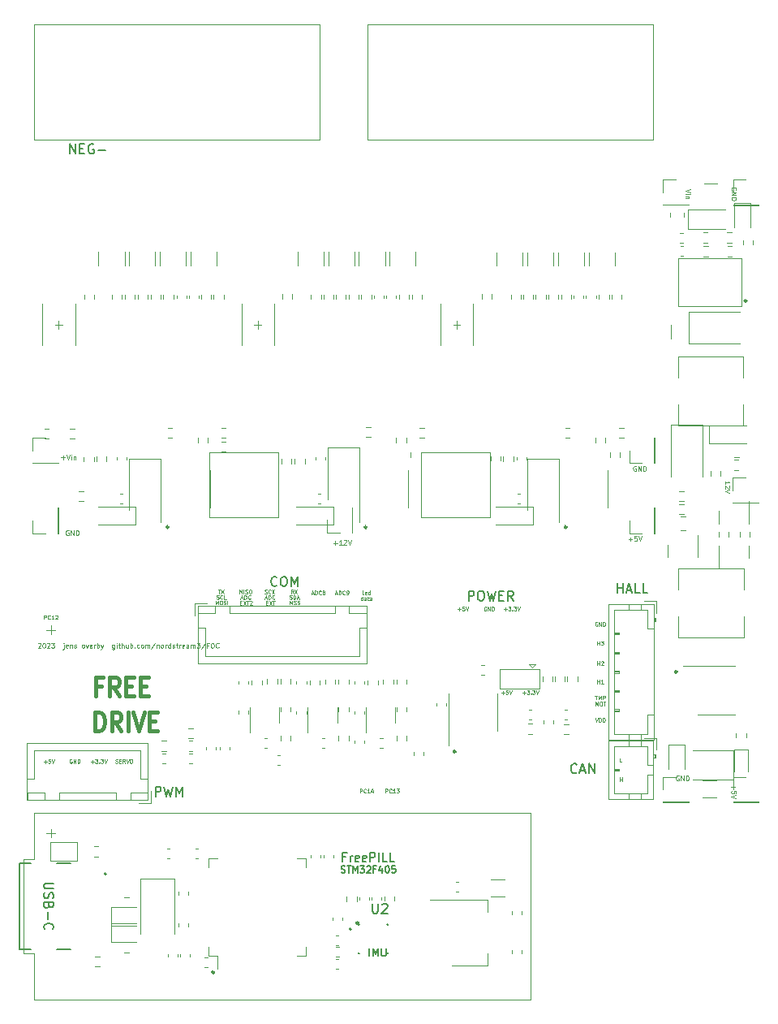
<source format=gbr>
%TF.GenerationSoftware,KiCad,Pcbnew,7.0.10*%
%TF.CreationDate,2024-07-31T12:40:02+02:00*%
%TF.ProjectId,foc,666f632e-6b69-4636-9164-5f7063625858,rev?*%
%TF.SameCoordinates,PXc0145d0PY6b671e0*%
%TF.FileFunction,Legend,Top*%
%TF.FilePolarity,Positive*%
%FSLAX46Y46*%
G04 Gerber Fmt 4.6, Leading zero omitted, Abs format (unit mm)*
G04 Created by KiCad (PCBNEW 7.0.10) date 2024-07-31 12:40:02*
%MOMM*%
%LPD*%
G01*
G04 APERTURE LIST*
%ADD10C,0.040000*%
%ADD11C,0.120000*%
%ADD12C,0.218114*%
%ADD13C,0.218113*%
%ADD14C,0.100000*%
%ADD15C,0.150000*%
%ADD16C,0.400000*%
%ADD17C,0.127000*%
%ADD18C,0.200000*%
G04 APERTURE END LIST*
D10*
X-78019154Y-33148514D02*
X-76900000Y-33148514D01*
D11*
X-75125000Y1049999D02*
X-75125000Y169999D01*
D12*
X-2520943Y34910000D02*
G75*
G03*
X-2739057Y34910000I-109057J0D01*
G01*
X-2739057Y34910000D02*
G75*
G03*
X-2520943Y34910000I109057J0D01*
G01*
D11*
X-75130000Y-20140000D02*
X-75130000Y-21020000D01*
X-75130000Y-20600000D02*
X-75580000Y-20600000D01*
X-75125000Y589999D02*
X-75125000Y1049999D01*
X-51400000Y12300000D02*
X-51400000Y19100000D01*
D10*
X-76900000Y-33148514D02*
X-76899999Y-37933287D01*
D11*
X-53560000Y32405000D02*
X-53180000Y32405000D01*
X-36500000Y12300000D02*
X-29300000Y12300000D01*
X-74340000Y32400000D02*
X-73960000Y32400000D01*
D12*
X-32890943Y-12100000D02*
G75*
G03*
X-33109057Y-12100000I-109057J0D01*
G01*
X-33109057Y-12100000D02*
G75*
G03*
X-32890943Y-12100000I109057J0D01*
G01*
D11*
X-75125000Y589999D02*
X-75575000Y589999D01*
X-53530000Y32825000D02*
X-53530000Y31985000D01*
X-32780000Y32385000D02*
X-33130000Y32385000D01*
X-75130000Y-20600000D02*
X-75130000Y-20140000D01*
X-75580000Y-20600000D02*
X-74720000Y-20600000D01*
X-53550000Y32405000D02*
X-53900000Y32405000D01*
D10*
X-76899999Y-37933287D02*
X-25079936Y-37933284D01*
D11*
X-76900000Y63700000D02*
X-47100000Y63700000D01*
X-47100000Y51700000D01*
X-76900000Y51700000D01*
X-76900000Y63700000D01*
D12*
X-21300943Y11320000D02*
G75*
G03*
X-21519057Y11320000I-109057J0D01*
G01*
X-21519057Y11320000D02*
G75*
G03*
X-21300943Y11320000I109057J0D01*
G01*
D13*
X-58090944Y-35100000D02*
G75*
G03*
X-58309056Y-35100000I-109056J0D01*
G01*
X-58309056Y-35100000D02*
G75*
G03*
X-58090944Y-35100000I109056J0D01*
G01*
D10*
X-78019153Y-23288513D02*
X-78019154Y-33148514D01*
D11*
X-58600000Y12300000D02*
X-51400000Y12300000D01*
D10*
X-78019153Y-23288513D02*
X-76899999Y-23286328D01*
D12*
X-62850943Y11320000D02*
G75*
G03*
X-63069057Y11320000I-109057J0D01*
G01*
X-63069057Y11320000D02*
G75*
G03*
X-62850943Y11320000I109057J0D01*
G01*
D11*
X-29300000Y19100000D02*
X-36450000Y19100000D01*
X-42100000Y63700000D02*
X-12300000Y63700000D01*
X-12300000Y51700000D01*
X-42100000Y51700000D01*
X-42100000Y63700000D01*
X-32790000Y32385000D02*
X-32410000Y32385000D01*
X-36500000Y19100000D02*
X-36500000Y12300000D01*
D10*
X-25079934Y-18513672D02*
X-76900000Y-18513672D01*
D11*
X-75575000Y589999D02*
X-74715000Y589999D01*
D12*
X-9780943Y-3780000D02*
G75*
G03*
X-9999057Y-3780000I-109057J0D01*
G01*
X-9999057Y-3780000D02*
G75*
G03*
X-9780943Y-3780000I109057J0D01*
G01*
D11*
X-74330000Y32400000D02*
X-74680000Y32400000D01*
D10*
X-25079936Y-37933284D02*
X-25079934Y-18513672D01*
D11*
X-58600000Y19100000D02*
X-58600000Y12300000D01*
D10*
X-76900000Y-18513672D02*
X-76899999Y-23286328D01*
D12*
X-42150943Y11320000D02*
G75*
G03*
X-42369057Y11320000I-109057J0D01*
G01*
X-42369057Y11320000D02*
G75*
G03*
X-42150943Y11320000I109057J0D01*
G01*
D11*
X-74310000Y32820000D02*
X-74310000Y31980000D01*
X-51400000Y19100000D02*
X-58550000Y19100000D01*
X-32760000Y32805000D02*
X-32760000Y31965000D01*
X-29300000Y12300000D02*
X-29300000Y19100000D01*
D12*
X-43027372Y-29960000D02*
G75*
G03*
X-43245486Y-29960000I-109057J0D01*
G01*
X-43245486Y-29960000D02*
G75*
G03*
X-43027372Y-29960000I109057J0D01*
G01*
D14*
X-75835714Y1720153D02*
X-75835714Y2120153D01*
X-75835714Y2120153D02*
X-75683333Y2120153D01*
X-75683333Y2120153D02*
X-75645238Y2101105D01*
X-75645238Y2101105D02*
X-75626191Y2082058D01*
X-75626191Y2082058D02*
X-75607143Y2043962D01*
X-75607143Y2043962D02*
X-75607143Y1986820D01*
X-75607143Y1986820D02*
X-75626191Y1948724D01*
X-75626191Y1948724D02*
X-75645238Y1929677D01*
X-75645238Y1929677D02*
X-75683333Y1910629D01*
X-75683333Y1910629D02*
X-75835714Y1910629D01*
X-75207143Y1758248D02*
X-75226191Y1739200D01*
X-75226191Y1739200D02*
X-75283333Y1720153D01*
X-75283333Y1720153D02*
X-75321429Y1720153D01*
X-75321429Y1720153D02*
X-75378572Y1739200D01*
X-75378572Y1739200D02*
X-75416667Y1777296D01*
X-75416667Y1777296D02*
X-75435714Y1815391D01*
X-75435714Y1815391D02*
X-75454762Y1891581D01*
X-75454762Y1891581D02*
X-75454762Y1948724D01*
X-75454762Y1948724D02*
X-75435714Y2024915D01*
X-75435714Y2024915D02*
X-75416667Y2063010D01*
X-75416667Y2063010D02*
X-75378572Y2101105D01*
X-75378572Y2101105D02*
X-75321429Y2120153D01*
X-75321429Y2120153D02*
X-75283333Y2120153D01*
X-75283333Y2120153D02*
X-75226191Y2101105D01*
X-75226191Y2101105D02*
X-75207143Y2082058D01*
X-74826191Y1720153D02*
X-75054762Y1720153D01*
X-74940476Y1720153D02*
X-74940476Y2120153D01*
X-74940476Y2120153D02*
X-74978572Y2063010D01*
X-74978572Y2063010D02*
X-75016667Y2024915D01*
X-75016667Y2024915D02*
X-75054762Y2005867D01*
X-74673810Y2082058D02*
X-74654762Y2101105D01*
X-74654762Y2101105D02*
X-74616667Y2120153D01*
X-74616667Y2120153D02*
X-74521429Y2120153D01*
X-74521429Y2120153D02*
X-74483334Y2101105D01*
X-74483334Y2101105D02*
X-74464286Y2082058D01*
X-74464286Y2082058D02*
X-74445239Y2043962D01*
X-74445239Y2043962D02*
X-74445239Y2005867D01*
X-74445239Y2005867D02*
X-74464286Y1948724D01*
X-74464286Y1948724D02*
X-74692858Y1720153D01*
X-74692858Y1720153D02*
X-74445239Y1720153D01*
X-50185238Y3240153D02*
X-50185238Y3640153D01*
X-50185238Y3640153D02*
X-49956667Y3240153D01*
X-49956667Y3240153D02*
X-49956667Y3640153D01*
X-49785238Y3259200D02*
X-49728095Y3240153D01*
X-49728095Y3240153D02*
X-49632857Y3240153D01*
X-49632857Y3240153D02*
X-49594762Y3259200D01*
X-49594762Y3259200D02*
X-49575714Y3278248D01*
X-49575714Y3278248D02*
X-49556667Y3316343D01*
X-49556667Y3316343D02*
X-49556667Y3354439D01*
X-49556667Y3354439D02*
X-49575714Y3392534D01*
X-49575714Y3392534D02*
X-49594762Y3411581D01*
X-49594762Y3411581D02*
X-49632857Y3430629D01*
X-49632857Y3430629D02*
X-49709048Y3449677D01*
X-49709048Y3449677D02*
X-49747143Y3468724D01*
X-49747143Y3468724D02*
X-49766190Y3487772D01*
X-49766190Y3487772D02*
X-49785238Y3525867D01*
X-49785238Y3525867D02*
X-49785238Y3563962D01*
X-49785238Y3563962D02*
X-49766190Y3602058D01*
X-49766190Y3602058D02*
X-49747143Y3621105D01*
X-49747143Y3621105D02*
X-49709048Y3640153D01*
X-49709048Y3640153D02*
X-49613809Y3640153D01*
X-49613809Y3640153D02*
X-49556667Y3621105D01*
X-49404286Y3259200D02*
X-49347143Y3240153D01*
X-49347143Y3240153D02*
X-49251905Y3240153D01*
X-49251905Y3240153D02*
X-49213810Y3259200D01*
X-49213810Y3259200D02*
X-49194762Y3278248D01*
X-49194762Y3278248D02*
X-49175715Y3316343D01*
X-49175715Y3316343D02*
X-49175715Y3354439D01*
X-49175715Y3354439D02*
X-49194762Y3392534D01*
X-49194762Y3392534D02*
X-49213810Y3411581D01*
X-49213810Y3411581D02*
X-49251905Y3430629D01*
X-49251905Y3430629D02*
X-49328096Y3449677D01*
X-49328096Y3449677D02*
X-49366191Y3468724D01*
X-49366191Y3468724D02*
X-49385238Y3487772D01*
X-49385238Y3487772D02*
X-49404286Y3525867D01*
X-49404286Y3525867D02*
X-49404286Y3563962D01*
X-49404286Y3563962D02*
X-49385238Y3602058D01*
X-49385238Y3602058D02*
X-49366191Y3621105D01*
X-49366191Y3621105D02*
X-49328096Y3640153D01*
X-49328096Y3640153D02*
X-49232857Y3640153D01*
X-49232857Y3640153D02*
X-49175715Y3621105D01*
X-47925714Y4404439D02*
X-47735238Y4404439D01*
X-47963809Y4290153D02*
X-47830476Y4690153D01*
X-47830476Y4690153D02*
X-47697143Y4290153D01*
X-47563809Y4290153D02*
X-47563809Y4690153D01*
X-47563809Y4690153D02*
X-47468571Y4690153D01*
X-47468571Y4690153D02*
X-47411428Y4671105D01*
X-47411428Y4671105D02*
X-47373333Y4633010D01*
X-47373333Y4633010D02*
X-47354286Y4594915D01*
X-47354286Y4594915D02*
X-47335238Y4518724D01*
X-47335238Y4518724D02*
X-47335238Y4461581D01*
X-47335238Y4461581D02*
X-47354286Y4385391D01*
X-47354286Y4385391D02*
X-47373333Y4347296D01*
X-47373333Y4347296D02*
X-47411428Y4309200D01*
X-47411428Y4309200D02*
X-47468571Y4290153D01*
X-47468571Y4290153D02*
X-47563809Y4290153D01*
X-46935238Y4328248D02*
X-46954286Y4309200D01*
X-46954286Y4309200D02*
X-47011428Y4290153D01*
X-47011428Y4290153D02*
X-47049524Y4290153D01*
X-47049524Y4290153D02*
X-47106667Y4309200D01*
X-47106667Y4309200D02*
X-47144762Y4347296D01*
X-47144762Y4347296D02*
X-47163809Y4385391D01*
X-47163809Y4385391D02*
X-47182857Y4461581D01*
X-47182857Y4461581D02*
X-47182857Y4518724D01*
X-47182857Y4518724D02*
X-47163809Y4594915D01*
X-47163809Y4594915D02*
X-47144762Y4633010D01*
X-47144762Y4633010D02*
X-47106667Y4671105D01*
X-47106667Y4671105D02*
X-47049524Y4690153D01*
X-47049524Y4690153D02*
X-47011428Y4690153D01*
X-47011428Y4690153D02*
X-46954286Y4671105D01*
X-46954286Y4671105D02*
X-46935238Y4652058D01*
X-46706667Y4518724D02*
X-46744762Y4537772D01*
X-46744762Y4537772D02*
X-46763809Y4556820D01*
X-46763809Y4556820D02*
X-46782857Y4594915D01*
X-46782857Y4594915D02*
X-46782857Y4613962D01*
X-46782857Y4613962D02*
X-46763809Y4652058D01*
X-46763809Y4652058D02*
X-46744762Y4671105D01*
X-46744762Y4671105D02*
X-46706667Y4690153D01*
X-46706667Y4690153D02*
X-46630476Y4690153D01*
X-46630476Y4690153D02*
X-46592381Y4671105D01*
X-46592381Y4671105D02*
X-46573333Y4652058D01*
X-46573333Y4652058D02*
X-46554286Y4613962D01*
X-46554286Y4613962D02*
X-46554286Y4594915D01*
X-46554286Y4594915D02*
X-46573333Y4556820D01*
X-46573333Y4556820D02*
X-46592381Y4537772D01*
X-46592381Y4537772D02*
X-46630476Y4518724D01*
X-46630476Y4518724D02*
X-46706667Y4518724D01*
X-46706667Y4518724D02*
X-46744762Y4499677D01*
X-46744762Y4499677D02*
X-46763809Y4480629D01*
X-46763809Y4480629D02*
X-46782857Y4442534D01*
X-46782857Y4442534D02*
X-46782857Y4366343D01*
X-46782857Y4366343D02*
X-46763809Y4328248D01*
X-46763809Y4328248D02*
X-46744762Y4309200D01*
X-46744762Y4309200D02*
X-46706667Y4290153D01*
X-46706667Y4290153D02*
X-46630476Y4290153D01*
X-46630476Y4290153D02*
X-46592381Y4309200D01*
X-46592381Y4309200D02*
X-46573333Y4328248D01*
X-46573333Y4328248D02*
X-46554286Y4366343D01*
X-46554286Y4366343D02*
X-46554286Y4442534D01*
X-46554286Y4442534D02*
X-46573333Y4480629D01*
X-46573333Y4480629D02*
X-46592381Y4499677D01*
X-46592381Y4499677D02*
X-46630476Y4518724D01*
X-14080953Y17650081D02*
X-14128572Y17673891D01*
X-14128572Y17673891D02*
X-14200001Y17673891D01*
X-14200001Y17673891D02*
X-14271429Y17650081D01*
X-14271429Y17650081D02*
X-14319048Y17602462D01*
X-14319048Y17602462D02*
X-14342858Y17554843D01*
X-14342858Y17554843D02*
X-14366667Y17459605D01*
X-14366667Y17459605D02*
X-14366667Y17388177D01*
X-14366667Y17388177D02*
X-14342858Y17292939D01*
X-14342858Y17292939D02*
X-14319048Y17245320D01*
X-14319048Y17245320D02*
X-14271429Y17197700D01*
X-14271429Y17197700D02*
X-14200001Y17173891D01*
X-14200001Y17173891D02*
X-14152382Y17173891D01*
X-14152382Y17173891D02*
X-14080953Y17197700D01*
X-14080953Y17197700D02*
X-14057144Y17221510D01*
X-14057144Y17221510D02*
X-14057144Y17388177D01*
X-14057144Y17388177D02*
X-14152382Y17388177D01*
X-13842858Y17173891D02*
X-13842858Y17673891D01*
X-13842858Y17673891D02*
X-13557144Y17173891D01*
X-13557144Y17173891D02*
X-13557144Y17673891D01*
X-13319048Y17173891D02*
X-13319048Y17673891D01*
X-13319048Y17673891D02*
X-13200000Y17673891D01*
X-13200000Y17673891D02*
X-13128572Y17650081D01*
X-13128572Y17650081D02*
X-13080953Y17602462D01*
X-13080953Y17602462D02*
X-13057143Y17554843D01*
X-13057143Y17554843D02*
X-13033334Y17459605D01*
X-13033334Y17459605D02*
X-13033334Y17388177D01*
X-13033334Y17388177D02*
X-13057143Y17292939D01*
X-13057143Y17292939D02*
X-13080953Y17245320D01*
X-13080953Y17245320D02*
X-13128572Y17197700D01*
X-13128572Y17197700D02*
X-13200000Y17173891D01*
X-13200000Y17173891D02*
X-13319048Y17173891D01*
X-3629920Y46430953D02*
X-3606110Y46478572D01*
X-3606110Y46478572D02*
X-3606110Y46550001D01*
X-3606110Y46550001D02*
X-3629920Y46621429D01*
X-3629920Y46621429D02*
X-3677539Y46669048D01*
X-3677539Y46669048D02*
X-3725158Y46692858D01*
X-3725158Y46692858D02*
X-3820396Y46716667D01*
X-3820396Y46716667D02*
X-3891824Y46716667D01*
X-3891824Y46716667D02*
X-3987062Y46692858D01*
X-3987062Y46692858D02*
X-4034681Y46669048D01*
X-4034681Y46669048D02*
X-4082300Y46621429D01*
X-4082300Y46621429D02*
X-4106110Y46550001D01*
X-4106110Y46550001D02*
X-4106110Y46502382D01*
X-4106110Y46502382D02*
X-4082300Y46430953D01*
X-4082300Y46430953D02*
X-4058491Y46407144D01*
X-4058491Y46407144D02*
X-3891824Y46407144D01*
X-3891824Y46407144D02*
X-3891824Y46502382D01*
X-4106110Y46192858D02*
X-3606110Y46192858D01*
X-3606110Y46192858D02*
X-4106110Y45907144D01*
X-4106110Y45907144D02*
X-3606110Y45907144D01*
X-4106110Y45669048D02*
X-3606110Y45669048D01*
X-3606110Y45669048D02*
X-3606110Y45550000D01*
X-3606110Y45550000D02*
X-3629920Y45478572D01*
X-3629920Y45478572D02*
X-3677539Y45430953D01*
X-3677539Y45430953D02*
X-3725158Y45407143D01*
X-3725158Y45407143D02*
X-3820396Y45383334D01*
X-3820396Y45383334D02*
X-3891824Y45383334D01*
X-3891824Y45383334D02*
X-3987062Y45407143D01*
X-3987062Y45407143D02*
X-4034681Y45430953D01*
X-4034681Y45430953D02*
X-4082300Y45478572D01*
X-4082300Y45478572D02*
X-4106110Y45550000D01*
X-4106110Y45550000D02*
X-4106110Y45669048D01*
X-18104762Y-979847D02*
X-18104762Y-579847D01*
X-18104762Y-770323D02*
X-17876191Y-770323D01*
X-17876191Y-979847D02*
X-17876191Y-579847D01*
X-17723810Y-579847D02*
X-17476191Y-579847D01*
X-17476191Y-579847D02*
X-17609524Y-732228D01*
X-17609524Y-732228D02*
X-17552381Y-732228D01*
X-17552381Y-732228D02*
X-17514286Y-751276D01*
X-17514286Y-751276D02*
X-17495238Y-770323D01*
X-17495238Y-770323D02*
X-17476191Y-808419D01*
X-17476191Y-808419D02*
X-17476191Y-903657D01*
X-17476191Y-903657D02*
X-17495238Y-941752D01*
X-17495238Y-941752D02*
X-17514286Y-960800D01*
X-17514286Y-960800D02*
X-17552381Y-979847D01*
X-17552381Y-979847D02*
X-17666667Y-979847D01*
X-17666667Y-979847D02*
X-17704762Y-960800D01*
X-17704762Y-960800D02*
X-17723810Y-941752D01*
X-49816667Y4400153D02*
X-49950000Y4590629D01*
X-50045238Y4400153D02*
X-50045238Y4800153D01*
X-50045238Y4800153D02*
X-49892857Y4800153D01*
X-49892857Y4800153D02*
X-49854762Y4781105D01*
X-49854762Y4781105D02*
X-49835715Y4762058D01*
X-49835715Y4762058D02*
X-49816667Y4723962D01*
X-49816667Y4723962D02*
X-49816667Y4666820D01*
X-49816667Y4666820D02*
X-49835715Y4628724D01*
X-49835715Y4628724D02*
X-49854762Y4609677D01*
X-49854762Y4609677D02*
X-49892857Y4590629D01*
X-49892857Y4590629D02*
X-50045238Y4590629D01*
X-49683334Y4800153D02*
X-49416667Y4400153D01*
X-49416667Y4800153D02*
X-49683334Y4400153D01*
X-18104762Y-4979847D02*
X-18104762Y-4579847D01*
X-18104762Y-4770323D02*
X-17876191Y-4770323D01*
X-17876191Y-4979847D02*
X-17876191Y-4579847D01*
X-17476191Y-4979847D02*
X-17704762Y-4979847D01*
X-17590476Y-4979847D02*
X-17590476Y-4579847D01*
X-17590476Y-4579847D02*
X-17628572Y-4636990D01*
X-17628572Y-4636990D02*
X-17666667Y-4675085D01*
X-17666667Y-4675085D02*
X-17704762Y-4694133D01*
X-52814286Y4409200D02*
X-52757143Y4390153D01*
X-52757143Y4390153D02*
X-52661905Y4390153D01*
X-52661905Y4390153D02*
X-52623810Y4409200D01*
X-52623810Y4409200D02*
X-52604762Y4428248D01*
X-52604762Y4428248D02*
X-52585715Y4466343D01*
X-52585715Y4466343D02*
X-52585715Y4504439D01*
X-52585715Y4504439D02*
X-52604762Y4542534D01*
X-52604762Y4542534D02*
X-52623810Y4561581D01*
X-52623810Y4561581D02*
X-52661905Y4580629D01*
X-52661905Y4580629D02*
X-52738096Y4599677D01*
X-52738096Y4599677D02*
X-52776191Y4618724D01*
X-52776191Y4618724D02*
X-52795238Y4637772D01*
X-52795238Y4637772D02*
X-52814286Y4675867D01*
X-52814286Y4675867D02*
X-52814286Y4713962D01*
X-52814286Y4713962D02*
X-52795238Y4752058D01*
X-52795238Y4752058D02*
X-52776191Y4771105D01*
X-52776191Y4771105D02*
X-52738096Y4790153D01*
X-52738096Y4790153D02*
X-52642857Y4790153D01*
X-52642857Y4790153D02*
X-52585715Y4771105D01*
X-52185715Y4428248D02*
X-52204763Y4409200D01*
X-52204763Y4409200D02*
X-52261905Y4390153D01*
X-52261905Y4390153D02*
X-52300001Y4390153D01*
X-52300001Y4390153D02*
X-52357144Y4409200D01*
X-52357144Y4409200D02*
X-52395239Y4447296D01*
X-52395239Y4447296D02*
X-52414286Y4485391D01*
X-52414286Y4485391D02*
X-52433334Y4561581D01*
X-52433334Y4561581D02*
X-52433334Y4618724D01*
X-52433334Y4618724D02*
X-52414286Y4694915D01*
X-52414286Y4694915D02*
X-52395239Y4733010D01*
X-52395239Y4733010D02*
X-52357144Y4771105D01*
X-52357144Y4771105D02*
X-52300001Y4790153D01*
X-52300001Y4790153D02*
X-52261905Y4790153D01*
X-52261905Y4790153D02*
X-52204763Y4771105D01*
X-52204763Y4771105D02*
X-52185715Y4752058D01*
X-52014286Y4390153D02*
X-52014286Y4790153D01*
X-51785715Y4390153D02*
X-51957144Y4618724D01*
X-51785715Y4790153D02*
X-52014286Y4561581D01*
X-57846191Y3839200D02*
X-57789048Y3820153D01*
X-57789048Y3820153D02*
X-57693810Y3820153D01*
X-57693810Y3820153D02*
X-57655715Y3839200D01*
X-57655715Y3839200D02*
X-57636667Y3858248D01*
X-57636667Y3858248D02*
X-57617620Y3896343D01*
X-57617620Y3896343D02*
X-57617620Y3934439D01*
X-57617620Y3934439D02*
X-57636667Y3972534D01*
X-57636667Y3972534D02*
X-57655715Y3991581D01*
X-57655715Y3991581D02*
X-57693810Y4010629D01*
X-57693810Y4010629D02*
X-57770001Y4029677D01*
X-57770001Y4029677D02*
X-57808096Y4048724D01*
X-57808096Y4048724D02*
X-57827143Y4067772D01*
X-57827143Y4067772D02*
X-57846191Y4105867D01*
X-57846191Y4105867D02*
X-57846191Y4143962D01*
X-57846191Y4143962D02*
X-57827143Y4182058D01*
X-57827143Y4182058D02*
X-57808096Y4201105D01*
X-57808096Y4201105D02*
X-57770001Y4220153D01*
X-57770001Y4220153D02*
X-57674762Y4220153D01*
X-57674762Y4220153D02*
X-57617620Y4201105D01*
X-57217620Y3858248D02*
X-57236668Y3839200D01*
X-57236668Y3839200D02*
X-57293810Y3820153D01*
X-57293810Y3820153D02*
X-57331906Y3820153D01*
X-57331906Y3820153D02*
X-57389049Y3839200D01*
X-57389049Y3839200D02*
X-57427144Y3877296D01*
X-57427144Y3877296D02*
X-57446191Y3915391D01*
X-57446191Y3915391D02*
X-57465239Y3991581D01*
X-57465239Y3991581D02*
X-57465239Y4048724D01*
X-57465239Y4048724D02*
X-57446191Y4124915D01*
X-57446191Y4124915D02*
X-57427144Y4163010D01*
X-57427144Y4163010D02*
X-57389049Y4201105D01*
X-57389049Y4201105D02*
X-57331906Y4220153D01*
X-57331906Y4220153D02*
X-57293810Y4220153D01*
X-57293810Y4220153D02*
X-57236668Y4201105D01*
X-57236668Y4201105D02*
X-57217620Y4182058D01*
X-56855715Y3820153D02*
X-57046191Y3820153D01*
X-57046191Y3820153D02*
X-57046191Y4220153D01*
D15*
X-20242858Y-14259580D02*
X-20290477Y-14307200D01*
X-20290477Y-14307200D02*
X-20433334Y-14354819D01*
X-20433334Y-14354819D02*
X-20528572Y-14354819D01*
X-20528572Y-14354819D02*
X-20671429Y-14307200D01*
X-20671429Y-14307200D02*
X-20766667Y-14211961D01*
X-20766667Y-14211961D02*
X-20814286Y-14116723D01*
X-20814286Y-14116723D02*
X-20861905Y-13926247D01*
X-20861905Y-13926247D02*
X-20861905Y-13783390D01*
X-20861905Y-13783390D02*
X-20814286Y-13592914D01*
X-20814286Y-13592914D02*
X-20766667Y-13497676D01*
X-20766667Y-13497676D02*
X-20671429Y-13402438D01*
X-20671429Y-13402438D02*
X-20528572Y-13354819D01*
X-20528572Y-13354819D02*
X-20433334Y-13354819D01*
X-20433334Y-13354819D02*
X-20290477Y-13402438D01*
X-20290477Y-13402438D02*
X-20242858Y-13450057D01*
X-19861905Y-14069104D02*
X-19385715Y-14069104D01*
X-19957143Y-14354819D02*
X-19623810Y-13354819D01*
X-19623810Y-13354819D02*
X-19290477Y-14354819D01*
X-18957143Y-14354819D02*
X-18957143Y-13354819D01*
X-18957143Y-13354819D02*
X-18385715Y-14354819D01*
X-18385715Y-14354819D02*
X-18385715Y-13354819D01*
D14*
X-25899999Y-5927466D02*
X-25595237Y-5927466D01*
X-25747618Y-6079847D02*
X-25747618Y-5775085D01*
X-25442857Y-5679847D02*
X-25195238Y-5679847D01*
X-25195238Y-5679847D02*
X-25328571Y-5832228D01*
X-25328571Y-5832228D02*
X-25271428Y-5832228D01*
X-25271428Y-5832228D02*
X-25233333Y-5851276D01*
X-25233333Y-5851276D02*
X-25214285Y-5870323D01*
X-25214285Y-5870323D02*
X-25195238Y-5908419D01*
X-25195238Y-5908419D02*
X-25195238Y-6003657D01*
X-25195238Y-6003657D02*
X-25214285Y-6041752D01*
X-25214285Y-6041752D02*
X-25233333Y-6060800D01*
X-25233333Y-6060800D02*
X-25271428Y-6079847D01*
X-25271428Y-6079847D02*
X-25385714Y-6079847D01*
X-25385714Y-6079847D02*
X-25423809Y-6060800D01*
X-25423809Y-6060800D02*
X-25442857Y-6041752D01*
X-25023809Y-6041752D02*
X-25004762Y-6060800D01*
X-25004762Y-6060800D02*
X-25023809Y-6079847D01*
X-25023809Y-6079847D02*
X-25042857Y-6060800D01*
X-25042857Y-6060800D02*
X-25023809Y-6041752D01*
X-25023809Y-6041752D02*
X-25023809Y-6079847D01*
X-24871429Y-5679847D02*
X-24623810Y-5679847D01*
X-24623810Y-5679847D02*
X-24757143Y-5832228D01*
X-24757143Y-5832228D02*
X-24700000Y-5832228D01*
X-24700000Y-5832228D02*
X-24661905Y-5851276D01*
X-24661905Y-5851276D02*
X-24642857Y-5870323D01*
X-24642857Y-5870323D02*
X-24623810Y-5908419D01*
X-24623810Y-5908419D02*
X-24623810Y-6003657D01*
X-24623810Y-6003657D02*
X-24642857Y-6041752D01*
X-24642857Y-6041752D02*
X-24661905Y-6060800D01*
X-24661905Y-6060800D02*
X-24700000Y-6079847D01*
X-24700000Y-6079847D02*
X-24814286Y-6079847D01*
X-24814286Y-6079847D02*
X-24852381Y-6060800D01*
X-24852381Y-6060800D02*
X-24871429Y-6041752D01*
X-24509524Y-5679847D02*
X-24376191Y-6079847D01*
X-24376191Y-6079847D02*
X-24242858Y-5679847D01*
X-15576191Y-13179847D02*
X-15766667Y-13179847D01*
X-15766667Y-13179847D02*
X-15766667Y-12779847D01*
D15*
X-74854820Y-25819048D02*
X-75664343Y-25819048D01*
X-75664343Y-25819048D02*
X-75759581Y-25866667D01*
X-75759581Y-25866667D02*
X-75807200Y-25914286D01*
X-75807200Y-25914286D02*
X-75854820Y-26009524D01*
X-75854820Y-26009524D02*
X-75854820Y-26200000D01*
X-75854820Y-26200000D02*
X-75807200Y-26295238D01*
X-75807200Y-26295238D02*
X-75759581Y-26342857D01*
X-75759581Y-26342857D02*
X-75664343Y-26390476D01*
X-75664343Y-26390476D02*
X-74854820Y-26390476D01*
X-75807200Y-26819048D02*
X-75854820Y-26961905D01*
X-75854820Y-26961905D02*
X-75854820Y-27200000D01*
X-75854820Y-27200000D02*
X-75807200Y-27295238D01*
X-75807200Y-27295238D02*
X-75759581Y-27342857D01*
X-75759581Y-27342857D02*
X-75664343Y-27390476D01*
X-75664343Y-27390476D02*
X-75569105Y-27390476D01*
X-75569105Y-27390476D02*
X-75473867Y-27342857D01*
X-75473867Y-27342857D02*
X-75426248Y-27295238D01*
X-75426248Y-27295238D02*
X-75378629Y-27200000D01*
X-75378629Y-27200000D02*
X-75331010Y-27009524D01*
X-75331010Y-27009524D02*
X-75283391Y-26914286D01*
X-75283391Y-26914286D02*
X-75235772Y-26866667D01*
X-75235772Y-26866667D02*
X-75140534Y-26819048D01*
X-75140534Y-26819048D02*
X-75045296Y-26819048D01*
X-75045296Y-26819048D02*
X-74950058Y-26866667D01*
X-74950058Y-26866667D02*
X-74902439Y-26914286D01*
X-74902439Y-26914286D02*
X-74854820Y-27009524D01*
X-74854820Y-27009524D02*
X-74854820Y-27247619D01*
X-74854820Y-27247619D02*
X-74902439Y-27390476D01*
X-75331010Y-28152381D02*
X-75378629Y-28295238D01*
X-75378629Y-28295238D02*
X-75426248Y-28342857D01*
X-75426248Y-28342857D02*
X-75521486Y-28390476D01*
X-75521486Y-28390476D02*
X-75664343Y-28390476D01*
X-75664343Y-28390476D02*
X-75759581Y-28342857D01*
X-75759581Y-28342857D02*
X-75807200Y-28295238D01*
X-75807200Y-28295238D02*
X-75854820Y-28200000D01*
X-75854820Y-28200000D02*
X-75854820Y-27819048D01*
X-75854820Y-27819048D02*
X-74854820Y-27819048D01*
X-74854820Y-27819048D02*
X-74854820Y-28152381D01*
X-74854820Y-28152381D02*
X-74902439Y-28247619D01*
X-74902439Y-28247619D02*
X-74950058Y-28295238D01*
X-74950058Y-28295238D02*
X-75045296Y-28342857D01*
X-75045296Y-28342857D02*
X-75140534Y-28342857D01*
X-75140534Y-28342857D02*
X-75235772Y-28295238D01*
X-75235772Y-28295238D02*
X-75283391Y-28247619D01*
X-75283391Y-28247619D02*
X-75331010Y-28152381D01*
X-75331010Y-28152381D02*
X-75331010Y-27819048D01*
X-75473867Y-28819048D02*
X-75473867Y-29580953D01*
X-75759581Y-30628571D02*
X-75807200Y-30580952D01*
X-75807200Y-30580952D02*
X-75854820Y-30438095D01*
X-75854820Y-30438095D02*
X-75854820Y-30342857D01*
X-75854820Y-30342857D02*
X-75807200Y-30200000D01*
X-75807200Y-30200000D02*
X-75711962Y-30104762D01*
X-75711962Y-30104762D02*
X-75616724Y-30057143D01*
X-75616724Y-30057143D02*
X-75426248Y-30009524D01*
X-75426248Y-30009524D02*
X-75283391Y-30009524D01*
X-75283391Y-30009524D02*
X-75092915Y-30057143D01*
X-75092915Y-30057143D02*
X-74997677Y-30104762D01*
X-74997677Y-30104762D02*
X-74902439Y-30200000D01*
X-74902439Y-30200000D02*
X-74854820Y-30342857D01*
X-74854820Y-30342857D02*
X-74854820Y-30438095D01*
X-74854820Y-30438095D02*
X-74902439Y-30580952D01*
X-74902439Y-30580952D02*
X-74950058Y-30628571D01*
D14*
X-4786110Y15799523D02*
X-4786110Y16085237D01*
X-4786110Y15942380D02*
X-4286110Y15942380D01*
X-4286110Y15942380D02*
X-4357539Y15989999D01*
X-4357539Y15989999D02*
X-4405158Y16037618D01*
X-4405158Y16037618D02*
X-4428967Y16085237D01*
X-4333729Y15609047D02*
X-4309920Y15585238D01*
X-4309920Y15585238D02*
X-4286110Y15537619D01*
X-4286110Y15537619D02*
X-4286110Y15418571D01*
X-4286110Y15418571D02*
X-4309920Y15370952D01*
X-4309920Y15370952D02*
X-4333729Y15347143D01*
X-4333729Y15347143D02*
X-4381348Y15323333D01*
X-4381348Y15323333D02*
X-4428967Y15323333D01*
X-4428967Y15323333D02*
X-4500396Y15347143D01*
X-4500396Y15347143D02*
X-4786110Y15632857D01*
X-4786110Y15632857D02*
X-4786110Y15323333D01*
X-4286110Y15180476D02*
X-4786110Y15013810D01*
X-4786110Y15013810D02*
X-4286110Y14847143D01*
X-8426110Y46521904D02*
X-8926110Y46355238D01*
X-8926110Y46355238D02*
X-8426110Y46188571D01*
X-8926110Y46021905D02*
X-8592777Y46021905D01*
X-8426110Y46021905D02*
X-8449920Y46045714D01*
X-8449920Y46045714D02*
X-8473729Y46021905D01*
X-8473729Y46021905D02*
X-8449920Y45998095D01*
X-8449920Y45998095D02*
X-8426110Y46021905D01*
X-8426110Y46021905D02*
X-8473729Y46021905D01*
X-8592777Y45783810D02*
X-8926110Y45783810D01*
X-8640396Y45783810D02*
X-8616586Y45760000D01*
X-8616586Y45760000D02*
X-8592777Y45712381D01*
X-8592777Y45712381D02*
X-8592777Y45640953D01*
X-8592777Y45640953D02*
X-8616586Y45593334D01*
X-8616586Y45593334D02*
X-8664205Y45569524D01*
X-8664205Y45569524D02*
X-8926110Y45569524D01*
D15*
X-64204762Y-16754819D02*
X-64204762Y-15754819D01*
X-64204762Y-15754819D02*
X-63823810Y-15754819D01*
X-63823810Y-15754819D02*
X-63728572Y-15802438D01*
X-63728572Y-15802438D02*
X-63680953Y-15850057D01*
X-63680953Y-15850057D02*
X-63633334Y-15945295D01*
X-63633334Y-15945295D02*
X-63633334Y-16088152D01*
X-63633334Y-16088152D02*
X-63680953Y-16183390D01*
X-63680953Y-16183390D02*
X-63728572Y-16231009D01*
X-63728572Y-16231009D02*
X-63823810Y-16278628D01*
X-63823810Y-16278628D02*
X-64204762Y-16278628D01*
X-63300000Y-15754819D02*
X-63061905Y-16754819D01*
X-63061905Y-16754819D02*
X-62871429Y-16040533D01*
X-62871429Y-16040533D02*
X-62680953Y-16754819D01*
X-62680953Y-16754819D02*
X-62442857Y-15754819D01*
X-62061905Y-16754819D02*
X-62061905Y-15754819D01*
X-62061905Y-15754819D02*
X-61728572Y-16469104D01*
X-61728572Y-16469104D02*
X-61395239Y-15754819D01*
X-61395239Y-15754819D02*
X-61395239Y-16754819D01*
D14*
X-40215714Y-16379847D02*
X-40215714Y-15979847D01*
X-40215714Y-15979847D02*
X-40063333Y-15979847D01*
X-40063333Y-15979847D02*
X-40025238Y-15998895D01*
X-40025238Y-15998895D02*
X-40006191Y-16017942D01*
X-40006191Y-16017942D02*
X-39987143Y-16056038D01*
X-39987143Y-16056038D02*
X-39987143Y-16113180D01*
X-39987143Y-16113180D02*
X-40006191Y-16151276D01*
X-40006191Y-16151276D02*
X-40025238Y-16170323D01*
X-40025238Y-16170323D02*
X-40063333Y-16189371D01*
X-40063333Y-16189371D02*
X-40215714Y-16189371D01*
X-39587143Y-16341752D02*
X-39606191Y-16360800D01*
X-39606191Y-16360800D02*
X-39663333Y-16379847D01*
X-39663333Y-16379847D02*
X-39701429Y-16379847D01*
X-39701429Y-16379847D02*
X-39758572Y-16360800D01*
X-39758572Y-16360800D02*
X-39796667Y-16322704D01*
X-39796667Y-16322704D02*
X-39815714Y-16284609D01*
X-39815714Y-16284609D02*
X-39834762Y-16208419D01*
X-39834762Y-16208419D02*
X-39834762Y-16151276D01*
X-39834762Y-16151276D02*
X-39815714Y-16075085D01*
X-39815714Y-16075085D02*
X-39796667Y-16036990D01*
X-39796667Y-16036990D02*
X-39758572Y-15998895D01*
X-39758572Y-15998895D02*
X-39701429Y-15979847D01*
X-39701429Y-15979847D02*
X-39663333Y-15979847D01*
X-39663333Y-15979847D02*
X-39606191Y-15998895D01*
X-39606191Y-15998895D02*
X-39587143Y-16017942D01*
X-39206191Y-16379847D02*
X-39434762Y-16379847D01*
X-39320476Y-16379847D02*
X-39320476Y-15979847D01*
X-39320476Y-15979847D02*
X-39358572Y-16036990D01*
X-39358572Y-16036990D02*
X-39396667Y-16075085D01*
X-39396667Y-16075085D02*
X-39434762Y-16094133D01*
X-39072858Y-15979847D02*
X-38825239Y-15979847D01*
X-38825239Y-15979847D02*
X-38958572Y-16132228D01*
X-38958572Y-16132228D02*
X-38901429Y-16132228D01*
X-38901429Y-16132228D02*
X-38863334Y-16151276D01*
X-38863334Y-16151276D02*
X-38844286Y-16170323D01*
X-38844286Y-16170323D02*
X-38825239Y-16208419D01*
X-38825239Y-16208419D02*
X-38825239Y-16303657D01*
X-38825239Y-16303657D02*
X-38844286Y-16341752D01*
X-38844286Y-16341752D02*
X-38863334Y-16360800D01*
X-38863334Y-16360800D02*
X-38901429Y-16379847D01*
X-38901429Y-16379847D02*
X-39015715Y-16379847D01*
X-39015715Y-16379847D02*
X-39053810Y-16360800D01*
X-39053810Y-16360800D02*
X-39072858Y-16341752D01*
X-15714286Y-15179847D02*
X-15714286Y-14779847D01*
X-15714286Y-14970323D02*
X-15485715Y-14970323D01*
X-15485715Y-15179847D02*
X-15485715Y-14779847D01*
D15*
X-16023810Y4445181D02*
X-16023810Y5445181D01*
X-16023810Y4968991D02*
X-15452382Y4968991D01*
X-15452382Y4445181D02*
X-15452382Y5445181D01*
X-15023810Y4730896D02*
X-14547620Y4730896D01*
X-15119048Y4445181D02*
X-14785715Y5445181D01*
X-14785715Y5445181D02*
X-14452382Y4445181D01*
X-13642858Y4445181D02*
X-14119048Y4445181D01*
X-14119048Y4445181D02*
X-14119048Y5445181D01*
X-12833334Y4445181D02*
X-13309524Y4445181D01*
X-13309524Y4445181D02*
X-13309524Y5445181D01*
D16*
X-70497620Y-9954438D02*
X-70497620Y-7954438D01*
X-70497620Y-7954438D02*
X-70092858Y-7954438D01*
X-70092858Y-7954438D02*
X-69850001Y-8049676D01*
X-69850001Y-8049676D02*
X-69688096Y-8240152D01*
X-69688096Y-8240152D02*
X-69607143Y-8430628D01*
X-69607143Y-8430628D02*
X-69526191Y-8811580D01*
X-69526191Y-8811580D02*
X-69526191Y-9097295D01*
X-69526191Y-9097295D02*
X-69607143Y-9478247D01*
X-69607143Y-9478247D02*
X-69688096Y-9668723D01*
X-69688096Y-9668723D02*
X-69850001Y-9859200D01*
X-69850001Y-9859200D02*
X-70092858Y-9954438D01*
X-70092858Y-9954438D02*
X-70497620Y-9954438D01*
X-67826191Y-9954438D02*
X-68392858Y-9002057D01*
X-68797620Y-9954438D02*
X-68797620Y-7954438D01*
X-68797620Y-7954438D02*
X-68150001Y-7954438D01*
X-68150001Y-7954438D02*
X-67988096Y-8049676D01*
X-67988096Y-8049676D02*
X-67907143Y-8144914D01*
X-67907143Y-8144914D02*
X-67826191Y-8335390D01*
X-67826191Y-8335390D02*
X-67826191Y-8621104D01*
X-67826191Y-8621104D02*
X-67907143Y-8811580D01*
X-67907143Y-8811580D02*
X-67988096Y-8906819D01*
X-67988096Y-8906819D02*
X-68150001Y-9002057D01*
X-68150001Y-9002057D02*
X-68797620Y-9002057D01*
X-67097620Y-9954438D02*
X-67097620Y-7954438D01*
X-66530953Y-7954438D02*
X-65964286Y-9954438D01*
X-65964286Y-9954438D02*
X-65397619Y-7954438D01*
X-64830953Y-8906819D02*
X-64264286Y-8906819D01*
X-64021429Y-9954438D02*
X-64830953Y-9954438D01*
X-64830953Y-9954438D02*
X-64830953Y-7954438D01*
X-64830953Y-7954438D02*
X-64021429Y-7954438D01*
D14*
X-3925634Y-15597143D02*
X-3925634Y-15978096D01*
X-4116110Y-15787619D02*
X-3735158Y-15787619D01*
X-3616110Y-16454286D02*
X-3616110Y-16216191D01*
X-3616110Y-16216191D02*
X-3854205Y-16192382D01*
X-3854205Y-16192382D02*
X-3830396Y-16216191D01*
X-3830396Y-16216191D02*
X-3806586Y-16263810D01*
X-3806586Y-16263810D02*
X-3806586Y-16382858D01*
X-3806586Y-16382858D02*
X-3830396Y-16430477D01*
X-3830396Y-16430477D02*
X-3854205Y-16454286D01*
X-3854205Y-16454286D02*
X-3901824Y-16478096D01*
X-3901824Y-16478096D02*
X-4020872Y-16478096D01*
X-4020872Y-16478096D02*
X-4068491Y-16454286D01*
X-4068491Y-16454286D02*
X-4092300Y-16430477D01*
X-4092300Y-16430477D02*
X-4116110Y-16382858D01*
X-4116110Y-16382858D02*
X-4116110Y-16263810D01*
X-4116110Y-16263810D02*
X-4092300Y-16216191D01*
X-4092300Y-16216191D02*
X-4068491Y-16192382D01*
X-3616110Y-16620953D02*
X-4116110Y-16787619D01*
X-4116110Y-16787619D02*
X-3616110Y-16954286D01*
X-68376191Y-13260800D02*
X-68319048Y-13279847D01*
X-68319048Y-13279847D02*
X-68223810Y-13279847D01*
X-68223810Y-13279847D02*
X-68185715Y-13260800D01*
X-68185715Y-13260800D02*
X-68166667Y-13241752D01*
X-68166667Y-13241752D02*
X-68147620Y-13203657D01*
X-68147620Y-13203657D02*
X-68147620Y-13165561D01*
X-68147620Y-13165561D02*
X-68166667Y-13127466D01*
X-68166667Y-13127466D02*
X-68185715Y-13108419D01*
X-68185715Y-13108419D02*
X-68223810Y-13089371D01*
X-68223810Y-13089371D02*
X-68300001Y-13070323D01*
X-68300001Y-13070323D02*
X-68338096Y-13051276D01*
X-68338096Y-13051276D02*
X-68357143Y-13032228D01*
X-68357143Y-13032228D02*
X-68376191Y-12994133D01*
X-68376191Y-12994133D02*
X-68376191Y-12956038D01*
X-68376191Y-12956038D02*
X-68357143Y-12917942D01*
X-68357143Y-12917942D02*
X-68338096Y-12898895D01*
X-68338096Y-12898895D02*
X-68300001Y-12879847D01*
X-68300001Y-12879847D02*
X-68204762Y-12879847D01*
X-68204762Y-12879847D02*
X-68147620Y-12898895D01*
X-67976191Y-13070323D02*
X-67842858Y-13070323D01*
X-67785715Y-13279847D02*
X-67976191Y-13279847D01*
X-67976191Y-13279847D02*
X-67976191Y-12879847D01*
X-67976191Y-12879847D02*
X-67785715Y-12879847D01*
X-67385715Y-13279847D02*
X-67519048Y-13089371D01*
X-67614286Y-13279847D02*
X-67614286Y-12879847D01*
X-67614286Y-12879847D02*
X-67461905Y-12879847D01*
X-67461905Y-12879847D02*
X-67423810Y-12898895D01*
X-67423810Y-12898895D02*
X-67404763Y-12917942D01*
X-67404763Y-12917942D02*
X-67385715Y-12956038D01*
X-67385715Y-12956038D02*
X-67385715Y-13013180D01*
X-67385715Y-13013180D02*
X-67404763Y-13051276D01*
X-67404763Y-13051276D02*
X-67423810Y-13070323D01*
X-67423810Y-13070323D02*
X-67461905Y-13089371D01*
X-67461905Y-13089371D02*
X-67614286Y-13089371D01*
X-67271429Y-12879847D02*
X-67138096Y-13279847D01*
X-67138096Y-13279847D02*
X-67004763Y-12879847D01*
X-66795239Y-12879847D02*
X-66719048Y-12879847D01*
X-66719048Y-12879847D02*
X-66680953Y-12898895D01*
X-66680953Y-12898895D02*
X-66642858Y-12936990D01*
X-66642858Y-12936990D02*
X-66623810Y-13013180D01*
X-66623810Y-13013180D02*
X-66623810Y-13146514D01*
X-66623810Y-13146514D02*
X-66642858Y-13222704D01*
X-66642858Y-13222704D02*
X-66680953Y-13260800D01*
X-66680953Y-13260800D02*
X-66719048Y-13279847D01*
X-66719048Y-13279847D02*
X-66795239Y-13279847D01*
X-66795239Y-13279847D02*
X-66833334Y-13260800D01*
X-66833334Y-13260800D02*
X-66871429Y-13222704D01*
X-66871429Y-13222704D02*
X-66890477Y-13146514D01*
X-66890477Y-13146514D02*
X-66890477Y-13013180D01*
X-66890477Y-13013180D02*
X-66871429Y-12936990D01*
X-66871429Y-12936990D02*
X-66833334Y-12898895D01*
X-66833334Y-12898895D02*
X-66795239Y-12879847D01*
X-18333333Y-8579847D02*
X-18200000Y-8979847D01*
X-18200000Y-8979847D02*
X-18066667Y-8579847D01*
X-17933333Y-8979847D02*
X-17933333Y-8579847D01*
X-17933333Y-8579847D02*
X-17838095Y-8579847D01*
X-17838095Y-8579847D02*
X-17780952Y-8598895D01*
X-17780952Y-8598895D02*
X-17742857Y-8636990D01*
X-17742857Y-8636990D02*
X-17723810Y-8675085D01*
X-17723810Y-8675085D02*
X-17704762Y-8751276D01*
X-17704762Y-8751276D02*
X-17704762Y-8808419D01*
X-17704762Y-8808419D02*
X-17723810Y-8884609D01*
X-17723810Y-8884609D02*
X-17742857Y-8922704D01*
X-17742857Y-8922704D02*
X-17780952Y-8960800D01*
X-17780952Y-8960800D02*
X-17838095Y-8979847D01*
X-17838095Y-8979847D02*
X-17933333Y-8979847D01*
X-17533333Y-8979847D02*
X-17533333Y-8579847D01*
X-17533333Y-8579847D02*
X-17438095Y-8579847D01*
X-17438095Y-8579847D02*
X-17380952Y-8598895D01*
X-17380952Y-8598895D02*
X-17342857Y-8636990D01*
X-17342857Y-8636990D02*
X-17323810Y-8675085D01*
X-17323810Y-8675085D02*
X-17304762Y-8751276D01*
X-17304762Y-8751276D02*
X-17304762Y-8808419D01*
X-17304762Y-8808419D02*
X-17323810Y-8884609D01*
X-17323810Y-8884609D02*
X-17342857Y-8922704D01*
X-17342857Y-8922704D02*
X-17380952Y-8960800D01*
X-17380952Y-8960800D02*
X-17438095Y-8979847D01*
X-17438095Y-8979847D02*
X-17533333Y-8979847D01*
X-57958571Y3240153D02*
X-57958571Y3640153D01*
X-57958571Y3640153D02*
X-57825238Y3354439D01*
X-57825238Y3354439D02*
X-57691905Y3640153D01*
X-57691905Y3640153D02*
X-57691905Y3240153D01*
X-57425238Y3640153D02*
X-57349047Y3640153D01*
X-57349047Y3640153D02*
X-57310952Y3621105D01*
X-57310952Y3621105D02*
X-57272857Y3583010D01*
X-57272857Y3583010D02*
X-57253809Y3506820D01*
X-57253809Y3506820D02*
X-57253809Y3373486D01*
X-57253809Y3373486D02*
X-57272857Y3297296D01*
X-57272857Y3297296D02*
X-57310952Y3259200D01*
X-57310952Y3259200D02*
X-57349047Y3240153D01*
X-57349047Y3240153D02*
X-57425238Y3240153D01*
X-57425238Y3240153D02*
X-57463333Y3259200D01*
X-57463333Y3259200D02*
X-57501428Y3297296D01*
X-57501428Y3297296D02*
X-57520476Y3373486D01*
X-57520476Y3373486D02*
X-57520476Y3506820D01*
X-57520476Y3506820D02*
X-57501428Y3583010D01*
X-57501428Y3583010D02*
X-57463333Y3621105D01*
X-57463333Y3621105D02*
X-57425238Y3640153D01*
X-57101428Y3259200D02*
X-57044285Y3240153D01*
X-57044285Y3240153D02*
X-56949047Y3240153D01*
X-56949047Y3240153D02*
X-56910952Y3259200D01*
X-56910952Y3259200D02*
X-56891904Y3278248D01*
X-56891904Y3278248D02*
X-56872857Y3316343D01*
X-56872857Y3316343D02*
X-56872857Y3354439D01*
X-56872857Y3354439D02*
X-56891904Y3392534D01*
X-56891904Y3392534D02*
X-56910952Y3411581D01*
X-56910952Y3411581D02*
X-56949047Y3430629D01*
X-56949047Y3430629D02*
X-57025238Y3449677D01*
X-57025238Y3449677D02*
X-57063333Y3468724D01*
X-57063333Y3468724D02*
X-57082380Y3487772D01*
X-57082380Y3487772D02*
X-57101428Y3525867D01*
X-57101428Y3525867D02*
X-57101428Y3563962D01*
X-57101428Y3563962D02*
X-57082380Y3602058D01*
X-57082380Y3602058D02*
X-57063333Y3621105D01*
X-57063333Y3621105D02*
X-57025238Y3640153D01*
X-57025238Y3640153D02*
X-56929999Y3640153D01*
X-56929999Y3640153D02*
X-56872857Y3621105D01*
X-56701428Y3240153D02*
X-56701428Y3640153D01*
D11*
X-76478569Y-822688D02*
X-76454760Y-798879D01*
X-76454760Y-798879D02*
X-76407141Y-775069D01*
X-76407141Y-775069D02*
X-76288093Y-775069D01*
X-76288093Y-775069D02*
X-76240474Y-798879D01*
X-76240474Y-798879D02*
X-76216665Y-822688D01*
X-76216665Y-822688D02*
X-76192855Y-870307D01*
X-76192855Y-870307D02*
X-76192855Y-917926D01*
X-76192855Y-917926D02*
X-76216665Y-989355D01*
X-76216665Y-989355D02*
X-76502379Y-1275069D01*
X-76502379Y-1275069D02*
X-76192855Y-1275069D01*
X-75883332Y-775069D02*
X-75835713Y-775069D01*
X-75835713Y-775069D02*
X-75788094Y-798879D01*
X-75788094Y-798879D02*
X-75764284Y-822688D01*
X-75764284Y-822688D02*
X-75740475Y-870307D01*
X-75740475Y-870307D02*
X-75716665Y-965545D01*
X-75716665Y-965545D02*
X-75716665Y-1084593D01*
X-75716665Y-1084593D02*
X-75740475Y-1179831D01*
X-75740475Y-1179831D02*
X-75764284Y-1227450D01*
X-75764284Y-1227450D02*
X-75788094Y-1251260D01*
X-75788094Y-1251260D02*
X-75835713Y-1275069D01*
X-75835713Y-1275069D02*
X-75883332Y-1275069D01*
X-75883332Y-1275069D02*
X-75930951Y-1251260D01*
X-75930951Y-1251260D02*
X-75954760Y-1227450D01*
X-75954760Y-1227450D02*
X-75978570Y-1179831D01*
X-75978570Y-1179831D02*
X-76002379Y-1084593D01*
X-76002379Y-1084593D02*
X-76002379Y-965545D01*
X-76002379Y-965545D02*
X-75978570Y-870307D01*
X-75978570Y-870307D02*
X-75954760Y-822688D01*
X-75954760Y-822688D02*
X-75930951Y-798879D01*
X-75930951Y-798879D02*
X-75883332Y-775069D01*
X-75526189Y-822688D02*
X-75502380Y-798879D01*
X-75502380Y-798879D02*
X-75454761Y-775069D01*
X-75454761Y-775069D02*
X-75335713Y-775069D01*
X-75335713Y-775069D02*
X-75288094Y-798879D01*
X-75288094Y-798879D02*
X-75264285Y-822688D01*
X-75264285Y-822688D02*
X-75240475Y-870307D01*
X-75240475Y-870307D02*
X-75240475Y-917926D01*
X-75240475Y-917926D02*
X-75264285Y-989355D01*
X-75264285Y-989355D02*
X-75549999Y-1275069D01*
X-75549999Y-1275069D02*
X-75240475Y-1275069D01*
X-75073809Y-775069D02*
X-74764285Y-775069D01*
X-74764285Y-775069D02*
X-74930952Y-965545D01*
X-74930952Y-965545D02*
X-74859523Y-965545D01*
X-74859523Y-965545D02*
X-74811904Y-989355D01*
X-74811904Y-989355D02*
X-74788095Y-1013164D01*
X-74788095Y-1013164D02*
X-74764285Y-1060783D01*
X-74764285Y-1060783D02*
X-74764285Y-1179831D01*
X-74764285Y-1179831D02*
X-74788095Y-1227450D01*
X-74788095Y-1227450D02*
X-74811904Y-1251260D01*
X-74811904Y-1251260D02*
X-74859523Y-1275069D01*
X-74859523Y-1275069D02*
X-75002380Y-1275069D01*
X-75002380Y-1275069D02*
X-75049999Y-1251260D01*
X-75049999Y-1251260D02*
X-75073809Y-1227450D01*
X-73788096Y-941736D02*
X-73788096Y-1370307D01*
X-73788096Y-1370307D02*
X-73811905Y-1417926D01*
X-73811905Y-1417926D02*
X-73859524Y-1441736D01*
X-73859524Y-1441736D02*
X-73883334Y-1441736D01*
X-73788096Y-775069D02*
X-73811905Y-798879D01*
X-73811905Y-798879D02*
X-73788096Y-822688D01*
X-73788096Y-822688D02*
X-73764286Y-798879D01*
X-73764286Y-798879D02*
X-73788096Y-775069D01*
X-73788096Y-775069D02*
X-73788096Y-822688D01*
X-73359525Y-1251260D02*
X-73407144Y-1275069D01*
X-73407144Y-1275069D02*
X-73502382Y-1275069D01*
X-73502382Y-1275069D02*
X-73550001Y-1251260D01*
X-73550001Y-1251260D02*
X-73573810Y-1203640D01*
X-73573810Y-1203640D02*
X-73573810Y-1013164D01*
X-73573810Y-1013164D02*
X-73550001Y-965545D01*
X-73550001Y-965545D02*
X-73502382Y-941736D01*
X-73502382Y-941736D02*
X-73407144Y-941736D01*
X-73407144Y-941736D02*
X-73359525Y-965545D01*
X-73359525Y-965545D02*
X-73335715Y-1013164D01*
X-73335715Y-1013164D02*
X-73335715Y-1060783D01*
X-73335715Y-1060783D02*
X-73573810Y-1108402D01*
X-73121430Y-941736D02*
X-73121430Y-1275069D01*
X-73121430Y-989355D02*
X-73097620Y-965545D01*
X-73097620Y-965545D02*
X-73050001Y-941736D01*
X-73050001Y-941736D02*
X-72978573Y-941736D01*
X-72978573Y-941736D02*
X-72930954Y-965545D01*
X-72930954Y-965545D02*
X-72907144Y-1013164D01*
X-72907144Y-1013164D02*
X-72907144Y-1275069D01*
X-72692858Y-1251260D02*
X-72645239Y-1275069D01*
X-72645239Y-1275069D02*
X-72550001Y-1275069D01*
X-72550001Y-1275069D02*
X-72502382Y-1251260D01*
X-72502382Y-1251260D02*
X-72478573Y-1203640D01*
X-72478573Y-1203640D02*
X-72478573Y-1179831D01*
X-72478573Y-1179831D02*
X-72502382Y-1132212D01*
X-72502382Y-1132212D02*
X-72550001Y-1108402D01*
X-72550001Y-1108402D02*
X-72621430Y-1108402D01*
X-72621430Y-1108402D02*
X-72669049Y-1084593D01*
X-72669049Y-1084593D02*
X-72692858Y-1036974D01*
X-72692858Y-1036974D02*
X-72692858Y-1013164D01*
X-72692858Y-1013164D02*
X-72669049Y-965545D01*
X-72669049Y-965545D02*
X-72621430Y-941736D01*
X-72621430Y-941736D02*
X-72550001Y-941736D01*
X-72550001Y-941736D02*
X-72502382Y-965545D01*
X-71811906Y-1275069D02*
X-71859525Y-1251260D01*
X-71859525Y-1251260D02*
X-71883335Y-1227450D01*
X-71883335Y-1227450D02*
X-71907144Y-1179831D01*
X-71907144Y-1179831D02*
X-71907144Y-1036974D01*
X-71907144Y-1036974D02*
X-71883335Y-989355D01*
X-71883335Y-989355D02*
X-71859525Y-965545D01*
X-71859525Y-965545D02*
X-71811906Y-941736D01*
X-71811906Y-941736D02*
X-71740478Y-941736D01*
X-71740478Y-941736D02*
X-71692859Y-965545D01*
X-71692859Y-965545D02*
X-71669049Y-989355D01*
X-71669049Y-989355D02*
X-71645240Y-1036974D01*
X-71645240Y-1036974D02*
X-71645240Y-1179831D01*
X-71645240Y-1179831D02*
X-71669049Y-1227450D01*
X-71669049Y-1227450D02*
X-71692859Y-1251260D01*
X-71692859Y-1251260D02*
X-71740478Y-1275069D01*
X-71740478Y-1275069D02*
X-71811906Y-1275069D01*
X-71478573Y-941736D02*
X-71359525Y-1275069D01*
X-71359525Y-1275069D02*
X-71240478Y-941736D01*
X-70859526Y-1251260D02*
X-70907145Y-1275069D01*
X-70907145Y-1275069D02*
X-71002383Y-1275069D01*
X-71002383Y-1275069D02*
X-71050002Y-1251260D01*
X-71050002Y-1251260D02*
X-71073811Y-1203640D01*
X-71073811Y-1203640D02*
X-71073811Y-1013164D01*
X-71073811Y-1013164D02*
X-71050002Y-965545D01*
X-71050002Y-965545D02*
X-71002383Y-941736D01*
X-71002383Y-941736D02*
X-70907145Y-941736D01*
X-70907145Y-941736D02*
X-70859526Y-965545D01*
X-70859526Y-965545D02*
X-70835716Y-1013164D01*
X-70835716Y-1013164D02*
X-70835716Y-1060783D01*
X-70835716Y-1060783D02*
X-71073811Y-1108402D01*
X-70621431Y-1275069D02*
X-70621431Y-941736D01*
X-70621431Y-1036974D02*
X-70597621Y-989355D01*
X-70597621Y-989355D02*
X-70573812Y-965545D01*
X-70573812Y-965545D02*
X-70526193Y-941736D01*
X-70526193Y-941736D02*
X-70478574Y-941736D01*
X-70311907Y-1275069D02*
X-70311907Y-775069D01*
X-70311907Y-965545D02*
X-70264288Y-941736D01*
X-70264288Y-941736D02*
X-70169050Y-941736D01*
X-70169050Y-941736D02*
X-70121431Y-965545D01*
X-70121431Y-965545D02*
X-70097621Y-989355D01*
X-70097621Y-989355D02*
X-70073812Y-1036974D01*
X-70073812Y-1036974D02*
X-70073812Y-1179831D01*
X-70073812Y-1179831D02*
X-70097621Y-1227450D01*
X-70097621Y-1227450D02*
X-70121431Y-1251260D01*
X-70121431Y-1251260D02*
X-70169050Y-1275069D01*
X-70169050Y-1275069D02*
X-70264288Y-1275069D01*
X-70264288Y-1275069D02*
X-70311907Y-1251260D01*
X-69907145Y-941736D02*
X-69788097Y-1275069D01*
X-69669050Y-941736D02*
X-69788097Y-1275069D01*
X-69788097Y-1275069D02*
X-69835716Y-1394117D01*
X-69835716Y-1394117D02*
X-69859526Y-1417926D01*
X-69859526Y-1417926D02*
X-69907145Y-1441736D01*
X-68502384Y-941736D02*
X-68502384Y-1346498D01*
X-68502384Y-1346498D02*
X-68526194Y-1394117D01*
X-68526194Y-1394117D02*
X-68550003Y-1417926D01*
X-68550003Y-1417926D02*
X-68597622Y-1441736D01*
X-68597622Y-1441736D02*
X-68669051Y-1441736D01*
X-68669051Y-1441736D02*
X-68716670Y-1417926D01*
X-68502384Y-1251260D02*
X-68550003Y-1275069D01*
X-68550003Y-1275069D02*
X-68645241Y-1275069D01*
X-68645241Y-1275069D02*
X-68692860Y-1251260D01*
X-68692860Y-1251260D02*
X-68716670Y-1227450D01*
X-68716670Y-1227450D02*
X-68740479Y-1179831D01*
X-68740479Y-1179831D02*
X-68740479Y-1036974D01*
X-68740479Y-1036974D02*
X-68716670Y-989355D01*
X-68716670Y-989355D02*
X-68692860Y-965545D01*
X-68692860Y-965545D02*
X-68645241Y-941736D01*
X-68645241Y-941736D02*
X-68550003Y-941736D01*
X-68550003Y-941736D02*
X-68502384Y-965545D01*
X-68264289Y-1275069D02*
X-68264289Y-941736D01*
X-68264289Y-775069D02*
X-68288098Y-798879D01*
X-68288098Y-798879D02*
X-68264289Y-822688D01*
X-68264289Y-822688D02*
X-68240479Y-798879D01*
X-68240479Y-798879D02*
X-68264289Y-775069D01*
X-68264289Y-775069D02*
X-68264289Y-822688D01*
X-68097622Y-941736D02*
X-67907146Y-941736D01*
X-68026194Y-775069D02*
X-68026194Y-1203640D01*
X-68026194Y-1203640D02*
X-68002384Y-1251260D01*
X-68002384Y-1251260D02*
X-67954765Y-1275069D01*
X-67954765Y-1275069D02*
X-67907146Y-1275069D01*
X-67740480Y-1275069D02*
X-67740480Y-775069D01*
X-67526194Y-1275069D02*
X-67526194Y-1013164D01*
X-67526194Y-1013164D02*
X-67550004Y-965545D01*
X-67550004Y-965545D02*
X-67597623Y-941736D01*
X-67597623Y-941736D02*
X-67669051Y-941736D01*
X-67669051Y-941736D02*
X-67716670Y-965545D01*
X-67716670Y-965545D02*
X-67740480Y-989355D01*
X-67073813Y-941736D02*
X-67073813Y-1275069D01*
X-67288099Y-941736D02*
X-67288099Y-1203640D01*
X-67288099Y-1203640D02*
X-67264289Y-1251260D01*
X-67264289Y-1251260D02*
X-67216670Y-1275069D01*
X-67216670Y-1275069D02*
X-67145242Y-1275069D01*
X-67145242Y-1275069D02*
X-67097623Y-1251260D01*
X-67097623Y-1251260D02*
X-67073813Y-1227450D01*
X-66835718Y-1275069D02*
X-66835718Y-775069D01*
X-66835718Y-965545D02*
X-66788099Y-941736D01*
X-66788099Y-941736D02*
X-66692861Y-941736D01*
X-66692861Y-941736D02*
X-66645242Y-965545D01*
X-66645242Y-965545D02*
X-66621432Y-989355D01*
X-66621432Y-989355D02*
X-66597623Y-1036974D01*
X-66597623Y-1036974D02*
X-66597623Y-1179831D01*
X-66597623Y-1179831D02*
X-66621432Y-1227450D01*
X-66621432Y-1227450D02*
X-66645242Y-1251260D01*
X-66645242Y-1251260D02*
X-66692861Y-1275069D01*
X-66692861Y-1275069D02*
X-66788099Y-1275069D01*
X-66788099Y-1275069D02*
X-66835718Y-1251260D01*
X-66383337Y-1227450D02*
X-66359527Y-1251260D01*
X-66359527Y-1251260D02*
X-66383337Y-1275069D01*
X-66383337Y-1275069D02*
X-66407146Y-1251260D01*
X-66407146Y-1251260D02*
X-66383337Y-1227450D01*
X-66383337Y-1227450D02*
X-66383337Y-1275069D01*
X-65930956Y-1251260D02*
X-65978575Y-1275069D01*
X-65978575Y-1275069D02*
X-66073813Y-1275069D01*
X-66073813Y-1275069D02*
X-66121432Y-1251260D01*
X-66121432Y-1251260D02*
X-66145242Y-1227450D01*
X-66145242Y-1227450D02*
X-66169051Y-1179831D01*
X-66169051Y-1179831D02*
X-66169051Y-1036974D01*
X-66169051Y-1036974D02*
X-66145242Y-989355D01*
X-66145242Y-989355D02*
X-66121432Y-965545D01*
X-66121432Y-965545D02*
X-66073813Y-941736D01*
X-66073813Y-941736D02*
X-65978575Y-941736D01*
X-65978575Y-941736D02*
X-65930956Y-965545D01*
X-65645242Y-1275069D02*
X-65692861Y-1251260D01*
X-65692861Y-1251260D02*
X-65716671Y-1227450D01*
X-65716671Y-1227450D02*
X-65740480Y-1179831D01*
X-65740480Y-1179831D02*
X-65740480Y-1036974D01*
X-65740480Y-1036974D02*
X-65716671Y-989355D01*
X-65716671Y-989355D02*
X-65692861Y-965545D01*
X-65692861Y-965545D02*
X-65645242Y-941736D01*
X-65645242Y-941736D02*
X-65573814Y-941736D01*
X-65573814Y-941736D02*
X-65526195Y-965545D01*
X-65526195Y-965545D02*
X-65502385Y-989355D01*
X-65502385Y-989355D02*
X-65478576Y-1036974D01*
X-65478576Y-1036974D02*
X-65478576Y-1179831D01*
X-65478576Y-1179831D02*
X-65502385Y-1227450D01*
X-65502385Y-1227450D02*
X-65526195Y-1251260D01*
X-65526195Y-1251260D02*
X-65573814Y-1275069D01*
X-65573814Y-1275069D02*
X-65645242Y-1275069D01*
X-65264290Y-1275069D02*
X-65264290Y-941736D01*
X-65264290Y-989355D02*
X-65240480Y-965545D01*
X-65240480Y-965545D02*
X-65192861Y-941736D01*
X-65192861Y-941736D02*
X-65121433Y-941736D01*
X-65121433Y-941736D02*
X-65073814Y-965545D01*
X-65073814Y-965545D02*
X-65050004Y-1013164D01*
X-65050004Y-1013164D02*
X-65050004Y-1275069D01*
X-65050004Y-1013164D02*
X-65026195Y-965545D01*
X-65026195Y-965545D02*
X-64978576Y-941736D01*
X-64978576Y-941736D02*
X-64907147Y-941736D01*
X-64907147Y-941736D02*
X-64859528Y-965545D01*
X-64859528Y-965545D02*
X-64835718Y-1013164D01*
X-64835718Y-1013164D02*
X-64835718Y-1275069D01*
X-64240480Y-751260D02*
X-64669051Y-1394117D01*
X-64073813Y-941736D02*
X-64073813Y-1275069D01*
X-64073813Y-989355D02*
X-64050003Y-965545D01*
X-64050003Y-965545D02*
X-64002384Y-941736D01*
X-64002384Y-941736D02*
X-63930956Y-941736D01*
X-63930956Y-941736D02*
X-63883337Y-965545D01*
X-63883337Y-965545D02*
X-63859527Y-1013164D01*
X-63859527Y-1013164D02*
X-63859527Y-1275069D01*
X-63550003Y-1275069D02*
X-63597622Y-1251260D01*
X-63597622Y-1251260D02*
X-63621432Y-1227450D01*
X-63621432Y-1227450D02*
X-63645241Y-1179831D01*
X-63645241Y-1179831D02*
X-63645241Y-1036974D01*
X-63645241Y-1036974D02*
X-63621432Y-989355D01*
X-63621432Y-989355D02*
X-63597622Y-965545D01*
X-63597622Y-965545D02*
X-63550003Y-941736D01*
X-63550003Y-941736D02*
X-63478575Y-941736D01*
X-63478575Y-941736D02*
X-63430956Y-965545D01*
X-63430956Y-965545D02*
X-63407146Y-989355D01*
X-63407146Y-989355D02*
X-63383337Y-1036974D01*
X-63383337Y-1036974D02*
X-63383337Y-1179831D01*
X-63383337Y-1179831D02*
X-63407146Y-1227450D01*
X-63407146Y-1227450D02*
X-63430956Y-1251260D01*
X-63430956Y-1251260D02*
X-63478575Y-1275069D01*
X-63478575Y-1275069D02*
X-63550003Y-1275069D01*
X-63169051Y-1275069D02*
X-63169051Y-941736D01*
X-63169051Y-1036974D02*
X-63145241Y-989355D01*
X-63145241Y-989355D02*
X-63121432Y-965545D01*
X-63121432Y-965545D02*
X-63073813Y-941736D01*
X-63073813Y-941736D02*
X-63026194Y-941736D01*
X-62645241Y-1275069D02*
X-62645241Y-775069D01*
X-62645241Y-1251260D02*
X-62692860Y-1275069D01*
X-62692860Y-1275069D02*
X-62788098Y-1275069D01*
X-62788098Y-1275069D02*
X-62835717Y-1251260D01*
X-62835717Y-1251260D02*
X-62859527Y-1227450D01*
X-62859527Y-1227450D02*
X-62883336Y-1179831D01*
X-62883336Y-1179831D02*
X-62883336Y-1036974D01*
X-62883336Y-1036974D02*
X-62859527Y-989355D01*
X-62859527Y-989355D02*
X-62835717Y-965545D01*
X-62835717Y-965545D02*
X-62788098Y-941736D01*
X-62788098Y-941736D02*
X-62692860Y-941736D01*
X-62692860Y-941736D02*
X-62645241Y-965545D01*
X-62430955Y-1251260D02*
X-62383336Y-1275069D01*
X-62383336Y-1275069D02*
X-62288098Y-1275069D01*
X-62288098Y-1275069D02*
X-62240479Y-1251260D01*
X-62240479Y-1251260D02*
X-62216670Y-1203640D01*
X-62216670Y-1203640D02*
X-62216670Y-1179831D01*
X-62216670Y-1179831D02*
X-62240479Y-1132212D01*
X-62240479Y-1132212D02*
X-62288098Y-1108402D01*
X-62288098Y-1108402D02*
X-62359527Y-1108402D01*
X-62359527Y-1108402D02*
X-62407146Y-1084593D01*
X-62407146Y-1084593D02*
X-62430955Y-1036974D01*
X-62430955Y-1036974D02*
X-62430955Y-1013164D01*
X-62430955Y-1013164D02*
X-62407146Y-965545D01*
X-62407146Y-965545D02*
X-62359527Y-941736D01*
X-62359527Y-941736D02*
X-62288098Y-941736D01*
X-62288098Y-941736D02*
X-62240479Y-965545D01*
X-62073812Y-941736D02*
X-61883336Y-941736D01*
X-62002384Y-775069D02*
X-62002384Y-1203640D01*
X-62002384Y-1203640D02*
X-61978574Y-1251260D01*
X-61978574Y-1251260D02*
X-61930955Y-1275069D01*
X-61930955Y-1275069D02*
X-61883336Y-1275069D01*
X-61716670Y-1275069D02*
X-61716670Y-941736D01*
X-61716670Y-1036974D02*
X-61692860Y-989355D01*
X-61692860Y-989355D02*
X-61669051Y-965545D01*
X-61669051Y-965545D02*
X-61621432Y-941736D01*
X-61621432Y-941736D02*
X-61573813Y-941736D01*
X-61216670Y-1251260D02*
X-61264289Y-1275069D01*
X-61264289Y-1275069D02*
X-61359527Y-1275069D01*
X-61359527Y-1275069D02*
X-61407146Y-1251260D01*
X-61407146Y-1251260D02*
X-61430955Y-1203640D01*
X-61430955Y-1203640D02*
X-61430955Y-1013164D01*
X-61430955Y-1013164D02*
X-61407146Y-965545D01*
X-61407146Y-965545D02*
X-61359527Y-941736D01*
X-61359527Y-941736D02*
X-61264289Y-941736D01*
X-61264289Y-941736D02*
X-61216670Y-965545D01*
X-61216670Y-965545D02*
X-61192860Y-1013164D01*
X-61192860Y-1013164D02*
X-61192860Y-1060783D01*
X-61192860Y-1060783D02*
X-61430955Y-1108402D01*
X-60764289Y-1275069D02*
X-60764289Y-1013164D01*
X-60764289Y-1013164D02*
X-60788099Y-965545D01*
X-60788099Y-965545D02*
X-60835718Y-941736D01*
X-60835718Y-941736D02*
X-60930956Y-941736D01*
X-60930956Y-941736D02*
X-60978575Y-965545D01*
X-60764289Y-1251260D02*
X-60811908Y-1275069D01*
X-60811908Y-1275069D02*
X-60930956Y-1275069D01*
X-60930956Y-1275069D02*
X-60978575Y-1251260D01*
X-60978575Y-1251260D02*
X-61002384Y-1203640D01*
X-61002384Y-1203640D02*
X-61002384Y-1156021D01*
X-61002384Y-1156021D02*
X-60978575Y-1108402D01*
X-60978575Y-1108402D02*
X-60930956Y-1084593D01*
X-60930956Y-1084593D02*
X-60811908Y-1084593D01*
X-60811908Y-1084593D02*
X-60764289Y-1060783D01*
X-60526194Y-1275069D02*
X-60526194Y-941736D01*
X-60526194Y-989355D02*
X-60502384Y-965545D01*
X-60502384Y-965545D02*
X-60454765Y-941736D01*
X-60454765Y-941736D02*
X-60383337Y-941736D01*
X-60383337Y-941736D02*
X-60335718Y-965545D01*
X-60335718Y-965545D02*
X-60311908Y-1013164D01*
X-60311908Y-1013164D02*
X-60311908Y-1275069D01*
X-60311908Y-1013164D02*
X-60288099Y-965545D01*
X-60288099Y-965545D02*
X-60240480Y-941736D01*
X-60240480Y-941736D02*
X-60169051Y-941736D01*
X-60169051Y-941736D02*
X-60121432Y-965545D01*
X-60121432Y-965545D02*
X-60097622Y-1013164D01*
X-60097622Y-1013164D02*
X-60097622Y-1275069D01*
X-59907146Y-775069D02*
X-59597622Y-775069D01*
X-59597622Y-775069D02*
X-59764289Y-965545D01*
X-59764289Y-965545D02*
X-59692860Y-965545D01*
X-59692860Y-965545D02*
X-59645241Y-989355D01*
X-59645241Y-989355D02*
X-59621432Y-1013164D01*
X-59621432Y-1013164D02*
X-59597622Y-1060783D01*
X-59597622Y-1060783D02*
X-59597622Y-1179831D01*
X-59597622Y-1179831D02*
X-59621432Y-1227450D01*
X-59621432Y-1227450D02*
X-59645241Y-1251260D01*
X-59645241Y-1251260D02*
X-59692860Y-1275069D01*
X-59692860Y-1275069D02*
X-59835717Y-1275069D01*
X-59835717Y-1275069D02*
X-59883336Y-1251260D01*
X-59883336Y-1251260D02*
X-59907146Y-1227450D01*
X-59026194Y-751260D02*
X-59454765Y-1394117D01*
X-58692860Y-1013164D02*
X-58859527Y-1013164D01*
X-58859527Y-1275069D02*
X-58859527Y-775069D01*
X-58859527Y-775069D02*
X-58621432Y-775069D01*
X-58335718Y-775069D02*
X-58240480Y-775069D01*
X-58240480Y-775069D02*
X-58192861Y-798879D01*
X-58192861Y-798879D02*
X-58145242Y-846498D01*
X-58145242Y-846498D02*
X-58121432Y-941736D01*
X-58121432Y-941736D02*
X-58121432Y-1108402D01*
X-58121432Y-1108402D02*
X-58145242Y-1203640D01*
X-58145242Y-1203640D02*
X-58192861Y-1251260D01*
X-58192861Y-1251260D02*
X-58240480Y-1275069D01*
X-58240480Y-1275069D02*
X-58335718Y-1275069D01*
X-58335718Y-1275069D02*
X-58383337Y-1251260D01*
X-58383337Y-1251260D02*
X-58430956Y-1203640D01*
X-58430956Y-1203640D02*
X-58454765Y-1108402D01*
X-58454765Y-1108402D02*
X-58454765Y-941736D01*
X-58454765Y-941736D02*
X-58430956Y-846498D01*
X-58430956Y-846498D02*
X-58383337Y-798879D01*
X-58383337Y-798879D02*
X-58335718Y-775069D01*
X-57621432Y-1227450D02*
X-57645241Y-1251260D01*
X-57645241Y-1251260D02*
X-57716670Y-1275069D01*
X-57716670Y-1275069D02*
X-57764289Y-1275069D01*
X-57764289Y-1275069D02*
X-57835717Y-1251260D01*
X-57835717Y-1251260D02*
X-57883336Y-1203640D01*
X-57883336Y-1203640D02*
X-57907146Y-1156021D01*
X-57907146Y-1156021D02*
X-57930955Y-1060783D01*
X-57930955Y-1060783D02*
X-57930955Y-989355D01*
X-57930955Y-989355D02*
X-57907146Y-894117D01*
X-57907146Y-894117D02*
X-57883336Y-846498D01*
X-57883336Y-846498D02*
X-57835717Y-798879D01*
X-57835717Y-798879D02*
X-57764289Y-775069D01*
X-57764289Y-775069D02*
X-57716670Y-775069D01*
X-57716670Y-775069D02*
X-57645241Y-798879D01*
X-57645241Y-798879D02*
X-57621432Y-822688D01*
D14*
X-74050000Y18564367D02*
X-73669047Y18564367D01*
X-73859524Y18373891D02*
X-73859524Y18754843D01*
X-73502380Y18873891D02*
X-73335714Y18373891D01*
X-73335714Y18373891D02*
X-73169047Y18873891D01*
X-73002381Y18373891D02*
X-73002381Y18707224D01*
X-73002381Y18873891D02*
X-73026190Y18850081D01*
X-73026190Y18850081D02*
X-73002381Y18826272D01*
X-73002381Y18826272D02*
X-72978571Y18850081D01*
X-72978571Y18850081D02*
X-73002381Y18873891D01*
X-73002381Y18873891D02*
X-73002381Y18826272D01*
X-72764286Y18707224D02*
X-72764286Y18373891D01*
X-72764286Y18659605D02*
X-72740476Y18683415D01*
X-72740476Y18683415D02*
X-72692857Y18707224D01*
X-72692857Y18707224D02*
X-72621429Y18707224D01*
X-72621429Y18707224D02*
X-72573810Y18683415D01*
X-72573810Y18683415D02*
X-72550000Y18635796D01*
X-72550000Y18635796D02*
X-72550000Y18373891D01*
X-14842857Y10064367D02*
X-14461904Y10064367D01*
X-14652381Y9873891D02*
X-14652381Y10254843D01*
X-13985714Y10373891D02*
X-14223809Y10373891D01*
X-14223809Y10373891D02*
X-14247618Y10135796D01*
X-14247618Y10135796D02*
X-14223809Y10159605D01*
X-14223809Y10159605D02*
X-14176190Y10183415D01*
X-14176190Y10183415D02*
X-14057142Y10183415D01*
X-14057142Y10183415D02*
X-14009523Y10159605D01*
X-14009523Y10159605D02*
X-13985714Y10135796D01*
X-13985714Y10135796D02*
X-13961904Y10088177D01*
X-13961904Y10088177D02*
X-13961904Y9969129D01*
X-13961904Y9969129D02*
X-13985714Y9921510D01*
X-13985714Y9921510D02*
X-14009523Y9897700D01*
X-14009523Y9897700D02*
X-14057142Y9873891D01*
X-14057142Y9873891D02*
X-14176190Y9873891D01*
X-14176190Y9873891D02*
X-14223809Y9897700D01*
X-14223809Y9897700D02*
X-14247618Y9921510D01*
X-13819047Y10373891D02*
X-13652381Y9873891D01*
X-13652381Y9873891D02*
X-13485714Y10373891D01*
D15*
X-73157143Y50245181D02*
X-73157143Y51245181D01*
X-73157143Y51245181D02*
X-72585715Y50245181D01*
X-72585715Y50245181D02*
X-72585715Y51245181D01*
X-72109524Y50768991D02*
X-71776191Y50768991D01*
X-71633334Y50245181D02*
X-72109524Y50245181D01*
X-72109524Y50245181D02*
X-72109524Y51245181D01*
X-72109524Y51245181D02*
X-71633334Y51245181D01*
X-70680953Y51197562D02*
X-70776191Y51245181D01*
X-70776191Y51245181D02*
X-70919048Y51245181D01*
X-70919048Y51245181D02*
X-71061905Y51197562D01*
X-71061905Y51197562D02*
X-71157143Y51102324D01*
X-71157143Y51102324D02*
X-71204762Y51007086D01*
X-71204762Y51007086D02*
X-71252381Y50816610D01*
X-71252381Y50816610D02*
X-71252381Y50673753D01*
X-71252381Y50673753D02*
X-71204762Y50483277D01*
X-71204762Y50483277D02*
X-71157143Y50388039D01*
X-71157143Y50388039D02*
X-71061905Y50292800D01*
X-71061905Y50292800D02*
X-70919048Y50245181D01*
X-70919048Y50245181D02*
X-70823810Y50245181D01*
X-70823810Y50245181D02*
X-70680953Y50292800D01*
X-70680953Y50292800D02*
X-70633334Y50340420D01*
X-70633334Y50340420D02*
X-70633334Y50673753D01*
X-70633334Y50673753D02*
X-70823810Y50673753D01*
X-70204762Y50626134D02*
X-69442857Y50626134D01*
D14*
X-29704763Y2971105D02*
X-29742858Y2990153D01*
X-29742858Y2990153D02*
X-29800001Y2990153D01*
X-29800001Y2990153D02*
X-29857144Y2971105D01*
X-29857144Y2971105D02*
X-29895239Y2933010D01*
X-29895239Y2933010D02*
X-29914286Y2894915D01*
X-29914286Y2894915D02*
X-29933334Y2818724D01*
X-29933334Y2818724D02*
X-29933334Y2761581D01*
X-29933334Y2761581D02*
X-29914286Y2685391D01*
X-29914286Y2685391D02*
X-29895239Y2647296D01*
X-29895239Y2647296D02*
X-29857144Y2609200D01*
X-29857144Y2609200D02*
X-29800001Y2590153D01*
X-29800001Y2590153D02*
X-29761905Y2590153D01*
X-29761905Y2590153D02*
X-29704763Y2609200D01*
X-29704763Y2609200D02*
X-29685715Y2628248D01*
X-29685715Y2628248D02*
X-29685715Y2761581D01*
X-29685715Y2761581D02*
X-29761905Y2761581D01*
X-29514286Y2590153D02*
X-29514286Y2990153D01*
X-29514286Y2990153D02*
X-29285715Y2590153D01*
X-29285715Y2590153D02*
X-29285715Y2990153D01*
X-29095238Y2590153D02*
X-29095238Y2990153D01*
X-29095238Y2990153D02*
X-29000000Y2990153D01*
X-29000000Y2990153D02*
X-28942857Y2971105D01*
X-28942857Y2971105D02*
X-28904762Y2933010D01*
X-28904762Y2933010D02*
X-28885715Y2894915D01*
X-28885715Y2894915D02*
X-28866667Y2818724D01*
X-28866667Y2818724D02*
X-28866667Y2761581D01*
X-28866667Y2761581D02*
X-28885715Y2685391D01*
X-28885715Y2685391D02*
X-28904762Y2647296D01*
X-28904762Y2647296D02*
X-28942857Y2609200D01*
X-28942857Y2609200D02*
X-29000000Y2590153D01*
X-29000000Y2590153D02*
X-29095238Y2590153D01*
X-28114285Y-5927466D02*
X-27809523Y-5927466D01*
X-27961904Y-6079847D02*
X-27961904Y-5775085D01*
X-27428571Y-5679847D02*
X-27619047Y-5679847D01*
X-27619047Y-5679847D02*
X-27638095Y-5870323D01*
X-27638095Y-5870323D02*
X-27619047Y-5851276D01*
X-27619047Y-5851276D02*
X-27580952Y-5832228D01*
X-27580952Y-5832228D02*
X-27485714Y-5832228D01*
X-27485714Y-5832228D02*
X-27447619Y-5851276D01*
X-27447619Y-5851276D02*
X-27428571Y-5870323D01*
X-27428571Y-5870323D02*
X-27409524Y-5908419D01*
X-27409524Y-5908419D02*
X-27409524Y-6003657D01*
X-27409524Y-6003657D02*
X-27428571Y-6041752D01*
X-27428571Y-6041752D02*
X-27447619Y-6060800D01*
X-27447619Y-6060800D02*
X-27485714Y-6079847D01*
X-27485714Y-6079847D02*
X-27580952Y-6079847D01*
X-27580952Y-6079847D02*
X-27619047Y-6060800D01*
X-27619047Y-6060800D02*
X-27638095Y-6041752D01*
X-27295238Y-5679847D02*
X-27161905Y-6079847D01*
X-27161905Y-6079847D02*
X-27028572Y-5679847D01*
D15*
X-31529524Y3655181D02*
X-31529524Y4655181D01*
X-31529524Y4655181D02*
X-31148572Y4655181D01*
X-31148572Y4655181D02*
X-31053334Y4607562D01*
X-31053334Y4607562D02*
X-31005715Y4559943D01*
X-31005715Y4559943D02*
X-30958096Y4464705D01*
X-30958096Y4464705D02*
X-30958096Y4321848D01*
X-30958096Y4321848D02*
X-31005715Y4226610D01*
X-31005715Y4226610D02*
X-31053334Y4178991D01*
X-31053334Y4178991D02*
X-31148572Y4131372D01*
X-31148572Y4131372D02*
X-31529524Y4131372D01*
X-30339048Y4655181D02*
X-30148572Y4655181D01*
X-30148572Y4655181D02*
X-30053334Y4607562D01*
X-30053334Y4607562D02*
X-29958096Y4512324D01*
X-29958096Y4512324D02*
X-29910477Y4321848D01*
X-29910477Y4321848D02*
X-29910477Y3988515D01*
X-29910477Y3988515D02*
X-29958096Y3798039D01*
X-29958096Y3798039D02*
X-30053334Y3702800D01*
X-30053334Y3702800D02*
X-30148572Y3655181D01*
X-30148572Y3655181D02*
X-30339048Y3655181D01*
X-30339048Y3655181D02*
X-30434286Y3702800D01*
X-30434286Y3702800D02*
X-30529524Y3798039D01*
X-30529524Y3798039D02*
X-30577143Y3988515D01*
X-30577143Y3988515D02*
X-30577143Y4321848D01*
X-30577143Y4321848D02*
X-30529524Y4512324D01*
X-30529524Y4512324D02*
X-30434286Y4607562D01*
X-30434286Y4607562D02*
X-30339048Y4655181D01*
X-29577143Y4655181D02*
X-29339048Y3655181D01*
X-29339048Y3655181D02*
X-29148572Y4369467D01*
X-29148572Y4369467D02*
X-28958096Y3655181D01*
X-28958096Y3655181D02*
X-28720000Y4655181D01*
X-28339048Y4178991D02*
X-28005715Y4178991D01*
X-27862858Y3655181D02*
X-28339048Y3655181D01*
X-28339048Y3655181D02*
X-28339048Y4655181D01*
X-28339048Y4655181D02*
X-27862858Y4655181D01*
X-26862858Y3655181D02*
X-27196191Y4131372D01*
X-27434286Y3655181D02*
X-27434286Y4655181D01*
X-27434286Y4655181D02*
X-27053334Y4655181D01*
X-27053334Y4655181D02*
X-26958096Y4607562D01*
X-26958096Y4607562D02*
X-26910477Y4559943D01*
X-26910477Y4559943D02*
X-26862858Y4464705D01*
X-26862858Y4464705D02*
X-26862858Y4321848D01*
X-26862858Y4321848D02*
X-26910477Y4226610D01*
X-26910477Y4226610D02*
X-26958096Y4178991D01*
X-26958096Y4178991D02*
X-27053334Y4131372D01*
X-27053334Y4131372D02*
X-27434286Y4131372D01*
D14*
X-18104763Y1401105D02*
X-18142858Y1420153D01*
X-18142858Y1420153D02*
X-18200001Y1420153D01*
X-18200001Y1420153D02*
X-18257144Y1401105D01*
X-18257144Y1401105D02*
X-18295239Y1363010D01*
X-18295239Y1363010D02*
X-18314286Y1324915D01*
X-18314286Y1324915D02*
X-18333334Y1248724D01*
X-18333334Y1248724D02*
X-18333334Y1191581D01*
X-18333334Y1191581D02*
X-18314286Y1115391D01*
X-18314286Y1115391D02*
X-18295239Y1077296D01*
X-18295239Y1077296D02*
X-18257144Y1039200D01*
X-18257144Y1039200D02*
X-18200001Y1020153D01*
X-18200001Y1020153D02*
X-18161905Y1020153D01*
X-18161905Y1020153D02*
X-18104763Y1039200D01*
X-18104763Y1039200D02*
X-18085715Y1058248D01*
X-18085715Y1058248D02*
X-18085715Y1191581D01*
X-18085715Y1191581D02*
X-18161905Y1191581D01*
X-17914286Y1020153D02*
X-17914286Y1420153D01*
X-17914286Y1420153D02*
X-17685715Y1020153D01*
X-17685715Y1020153D02*
X-17685715Y1420153D01*
X-17495238Y1020153D02*
X-17495238Y1420153D01*
X-17495238Y1420153D02*
X-17400000Y1420153D01*
X-17400000Y1420153D02*
X-17342857Y1401105D01*
X-17342857Y1401105D02*
X-17304762Y1363010D01*
X-17304762Y1363010D02*
X-17285715Y1324915D01*
X-17285715Y1324915D02*
X-17266667Y1248724D01*
X-17266667Y1248724D02*
X-17266667Y1191581D01*
X-17266667Y1191581D02*
X-17285715Y1115391D01*
X-17285715Y1115391D02*
X-17304762Y1077296D01*
X-17304762Y1077296D02*
X-17342857Y1039200D01*
X-17342857Y1039200D02*
X-17400000Y1020153D01*
X-17400000Y1020153D02*
X-17495238Y1020153D01*
X-55389047Y3439677D02*
X-55255714Y3439677D01*
X-55198571Y3230153D02*
X-55389047Y3230153D01*
X-55389047Y3230153D02*
X-55389047Y3630153D01*
X-55389047Y3630153D02*
X-55198571Y3630153D01*
X-55065238Y3630153D02*
X-54798571Y3230153D01*
X-54798571Y3630153D02*
X-55065238Y3230153D01*
X-54703333Y3630153D02*
X-54474762Y3630153D01*
X-54589048Y3230153D02*
X-54589048Y3630153D01*
X-54360476Y3592058D02*
X-54341428Y3611105D01*
X-54341428Y3611105D02*
X-54303333Y3630153D01*
X-54303333Y3630153D02*
X-54208095Y3630153D01*
X-54208095Y3630153D02*
X-54170000Y3611105D01*
X-54170000Y3611105D02*
X-54150952Y3592058D01*
X-54150952Y3592058D02*
X-54131905Y3553962D01*
X-54131905Y3553962D02*
X-54131905Y3515867D01*
X-54131905Y3515867D02*
X-54150952Y3458724D01*
X-54150952Y3458724D02*
X-54379524Y3230153D01*
X-54379524Y3230153D02*
X-54131905Y3230153D01*
X-42514763Y4312153D02*
X-42552858Y4331200D01*
X-42552858Y4331200D02*
X-42571905Y4369296D01*
X-42571905Y4369296D02*
X-42571905Y4712153D01*
X-42210000Y4331200D02*
X-42248096Y4312153D01*
X-42248096Y4312153D02*
X-42324286Y4312153D01*
X-42324286Y4312153D02*
X-42362381Y4331200D01*
X-42362381Y4331200D02*
X-42381429Y4369296D01*
X-42381429Y4369296D02*
X-42381429Y4521677D01*
X-42381429Y4521677D02*
X-42362381Y4559772D01*
X-42362381Y4559772D02*
X-42324286Y4578820D01*
X-42324286Y4578820D02*
X-42248096Y4578820D01*
X-42248096Y4578820D02*
X-42210000Y4559772D01*
X-42210000Y4559772D02*
X-42190953Y4521677D01*
X-42190953Y4521677D02*
X-42190953Y4483581D01*
X-42190953Y4483581D02*
X-42381429Y4445486D01*
X-41848096Y4312153D02*
X-41848096Y4712153D01*
X-41848096Y4331200D02*
X-41886191Y4312153D01*
X-41886191Y4312153D02*
X-41962382Y4312153D01*
X-41962382Y4312153D02*
X-42000477Y4331200D01*
X-42000477Y4331200D02*
X-42019524Y4350248D01*
X-42019524Y4350248D02*
X-42038572Y4388343D01*
X-42038572Y4388343D02*
X-42038572Y4502629D01*
X-42038572Y4502629D02*
X-42019524Y4540724D01*
X-42019524Y4540724D02*
X-42000477Y4559772D01*
X-42000477Y4559772D02*
X-41962382Y4578820D01*
X-41962382Y4578820D02*
X-41886191Y4578820D01*
X-41886191Y4578820D02*
X-41848096Y4559772D01*
X-42600477Y3668153D02*
X-42600477Y4068153D01*
X-42600477Y3687200D02*
X-42638572Y3668153D01*
X-42638572Y3668153D02*
X-42714763Y3668153D01*
X-42714763Y3668153D02*
X-42752858Y3687200D01*
X-42752858Y3687200D02*
X-42771905Y3706248D01*
X-42771905Y3706248D02*
X-42790953Y3744343D01*
X-42790953Y3744343D02*
X-42790953Y3858629D01*
X-42790953Y3858629D02*
X-42771905Y3896724D01*
X-42771905Y3896724D02*
X-42752858Y3915772D01*
X-42752858Y3915772D02*
X-42714763Y3934820D01*
X-42714763Y3934820D02*
X-42638572Y3934820D01*
X-42638572Y3934820D02*
X-42600477Y3915772D01*
X-42238572Y3668153D02*
X-42238572Y3877677D01*
X-42238572Y3877677D02*
X-42257619Y3915772D01*
X-42257619Y3915772D02*
X-42295715Y3934820D01*
X-42295715Y3934820D02*
X-42371905Y3934820D01*
X-42371905Y3934820D02*
X-42410000Y3915772D01*
X-42238572Y3687200D02*
X-42276667Y3668153D01*
X-42276667Y3668153D02*
X-42371905Y3668153D01*
X-42371905Y3668153D02*
X-42410000Y3687200D01*
X-42410000Y3687200D02*
X-42429048Y3725296D01*
X-42429048Y3725296D02*
X-42429048Y3763391D01*
X-42429048Y3763391D02*
X-42410000Y3801486D01*
X-42410000Y3801486D02*
X-42371905Y3820534D01*
X-42371905Y3820534D02*
X-42276667Y3820534D01*
X-42276667Y3820534D02*
X-42238572Y3839581D01*
X-42105238Y3934820D02*
X-41952857Y3934820D01*
X-42048095Y4068153D02*
X-42048095Y3725296D01*
X-42048095Y3725296D02*
X-42029048Y3687200D01*
X-42029048Y3687200D02*
X-41990953Y3668153D01*
X-41990953Y3668153D02*
X-41952857Y3668153D01*
X-41648096Y3668153D02*
X-41648096Y3877677D01*
X-41648096Y3877677D02*
X-41667143Y3915772D01*
X-41667143Y3915772D02*
X-41705239Y3934820D01*
X-41705239Y3934820D02*
X-41781429Y3934820D01*
X-41781429Y3934820D02*
X-41819524Y3915772D01*
X-41648096Y3687200D02*
X-41686191Y3668153D01*
X-41686191Y3668153D02*
X-41781429Y3668153D01*
X-41781429Y3668153D02*
X-41819524Y3687200D01*
X-41819524Y3687200D02*
X-41838572Y3725296D01*
X-41838572Y3725296D02*
X-41838572Y3763391D01*
X-41838572Y3763391D02*
X-41819524Y3801486D01*
X-41819524Y3801486D02*
X-41781429Y3820534D01*
X-41781429Y3820534D02*
X-41686191Y3820534D01*
X-41686191Y3820534D02*
X-41648096Y3839581D01*
X-73280953Y10950081D02*
X-73328572Y10973891D01*
X-73328572Y10973891D02*
X-73400001Y10973891D01*
X-73400001Y10973891D02*
X-73471429Y10950081D01*
X-73471429Y10950081D02*
X-73519048Y10902462D01*
X-73519048Y10902462D02*
X-73542858Y10854843D01*
X-73542858Y10854843D02*
X-73566667Y10759605D01*
X-73566667Y10759605D02*
X-73566667Y10688177D01*
X-73566667Y10688177D02*
X-73542858Y10592939D01*
X-73542858Y10592939D02*
X-73519048Y10545320D01*
X-73519048Y10545320D02*
X-73471429Y10497700D01*
X-73471429Y10497700D02*
X-73400001Y10473891D01*
X-73400001Y10473891D02*
X-73352382Y10473891D01*
X-73352382Y10473891D02*
X-73280953Y10497700D01*
X-73280953Y10497700D02*
X-73257144Y10521510D01*
X-73257144Y10521510D02*
X-73257144Y10688177D01*
X-73257144Y10688177D02*
X-73352382Y10688177D01*
X-73042858Y10473891D02*
X-73042858Y10973891D01*
X-73042858Y10973891D02*
X-72757144Y10473891D01*
X-72757144Y10473891D02*
X-72757144Y10973891D01*
X-72519048Y10473891D02*
X-72519048Y10973891D01*
X-72519048Y10973891D02*
X-72400000Y10973891D01*
X-72400000Y10973891D02*
X-72328572Y10950081D01*
X-72328572Y10950081D02*
X-72280953Y10902462D01*
X-72280953Y10902462D02*
X-72257143Y10854843D01*
X-72257143Y10854843D02*
X-72233334Y10759605D01*
X-72233334Y10759605D02*
X-72233334Y10688177D01*
X-72233334Y10688177D02*
X-72257143Y10592939D01*
X-72257143Y10592939D02*
X-72280953Y10545320D01*
X-72280953Y10545320D02*
X-72328572Y10497700D01*
X-72328572Y10497700D02*
X-72400000Y10473891D01*
X-72400000Y10473891D02*
X-72519048Y10473891D01*
X-52775238Y3924439D02*
X-52584762Y3924439D01*
X-52813333Y3810153D02*
X-52680000Y4210153D01*
X-52680000Y4210153D02*
X-52546667Y3810153D01*
X-52413333Y3810153D02*
X-52413333Y4210153D01*
X-52413333Y4210153D02*
X-52318095Y4210153D01*
X-52318095Y4210153D02*
X-52260952Y4191105D01*
X-52260952Y4191105D02*
X-52222857Y4153010D01*
X-52222857Y4153010D02*
X-52203810Y4114915D01*
X-52203810Y4114915D02*
X-52184762Y4038724D01*
X-52184762Y4038724D02*
X-52184762Y3981581D01*
X-52184762Y3981581D02*
X-52203810Y3905391D01*
X-52203810Y3905391D02*
X-52222857Y3867296D01*
X-52222857Y3867296D02*
X-52260952Y3829200D01*
X-52260952Y3829200D02*
X-52318095Y3810153D01*
X-52318095Y3810153D02*
X-52413333Y3810153D01*
X-51784762Y3848248D02*
X-51803810Y3829200D01*
X-51803810Y3829200D02*
X-51860952Y3810153D01*
X-51860952Y3810153D02*
X-51899048Y3810153D01*
X-51899048Y3810153D02*
X-51956191Y3829200D01*
X-51956191Y3829200D02*
X-51994286Y3867296D01*
X-51994286Y3867296D02*
X-52013333Y3905391D01*
X-52013333Y3905391D02*
X-52032381Y3981581D01*
X-52032381Y3981581D02*
X-52032381Y4038724D01*
X-52032381Y4038724D02*
X-52013333Y4114915D01*
X-52013333Y4114915D02*
X-51994286Y4153010D01*
X-51994286Y4153010D02*
X-51956191Y4191105D01*
X-51956191Y4191105D02*
X-51899048Y4210153D01*
X-51899048Y4210153D02*
X-51860952Y4210153D01*
X-51860952Y4210153D02*
X-51803810Y4191105D01*
X-51803810Y4191105D02*
X-51784762Y4172058D01*
X-45445714Y4404439D02*
X-45255238Y4404439D01*
X-45483809Y4290153D02*
X-45350476Y4690153D01*
X-45350476Y4690153D02*
X-45217143Y4290153D01*
X-45083809Y4290153D02*
X-45083809Y4690153D01*
X-45083809Y4690153D02*
X-44988571Y4690153D01*
X-44988571Y4690153D02*
X-44931428Y4671105D01*
X-44931428Y4671105D02*
X-44893333Y4633010D01*
X-44893333Y4633010D02*
X-44874286Y4594915D01*
X-44874286Y4594915D02*
X-44855238Y4518724D01*
X-44855238Y4518724D02*
X-44855238Y4461581D01*
X-44855238Y4461581D02*
X-44874286Y4385391D01*
X-44874286Y4385391D02*
X-44893333Y4347296D01*
X-44893333Y4347296D02*
X-44931428Y4309200D01*
X-44931428Y4309200D02*
X-44988571Y4290153D01*
X-44988571Y4290153D02*
X-45083809Y4290153D01*
X-44455238Y4328248D02*
X-44474286Y4309200D01*
X-44474286Y4309200D02*
X-44531428Y4290153D01*
X-44531428Y4290153D02*
X-44569524Y4290153D01*
X-44569524Y4290153D02*
X-44626667Y4309200D01*
X-44626667Y4309200D02*
X-44664762Y4347296D01*
X-44664762Y4347296D02*
X-44683809Y4385391D01*
X-44683809Y4385391D02*
X-44702857Y4461581D01*
X-44702857Y4461581D02*
X-44702857Y4518724D01*
X-44702857Y4518724D02*
X-44683809Y4594915D01*
X-44683809Y4594915D02*
X-44664762Y4633010D01*
X-44664762Y4633010D02*
X-44626667Y4671105D01*
X-44626667Y4671105D02*
X-44569524Y4690153D01*
X-44569524Y4690153D02*
X-44531428Y4690153D01*
X-44531428Y4690153D02*
X-44474286Y4671105D01*
X-44474286Y4671105D02*
X-44455238Y4652058D01*
X-44264762Y4290153D02*
X-44188571Y4290153D01*
X-44188571Y4290153D02*
X-44150476Y4309200D01*
X-44150476Y4309200D02*
X-44131428Y4328248D01*
X-44131428Y4328248D02*
X-44093333Y4385391D01*
X-44093333Y4385391D02*
X-44074286Y4461581D01*
X-44074286Y4461581D02*
X-44074286Y4613962D01*
X-44074286Y4613962D02*
X-44093333Y4652058D01*
X-44093333Y4652058D02*
X-44112381Y4671105D01*
X-44112381Y4671105D02*
X-44150476Y4690153D01*
X-44150476Y4690153D02*
X-44226667Y4690153D01*
X-44226667Y4690153D02*
X-44264762Y4671105D01*
X-44264762Y4671105D02*
X-44283809Y4652058D01*
X-44283809Y4652058D02*
X-44302857Y4613962D01*
X-44302857Y4613962D02*
X-44302857Y4518724D01*
X-44302857Y4518724D02*
X-44283809Y4480629D01*
X-44283809Y4480629D02*
X-44264762Y4461581D01*
X-44264762Y4461581D02*
X-44226667Y4442534D01*
X-44226667Y4442534D02*
X-44150476Y4442534D01*
X-44150476Y4442534D02*
X-44112381Y4461581D01*
X-44112381Y4461581D02*
X-44093333Y4480629D01*
X-44093333Y4480629D02*
X-44074286Y4518724D01*
X-32654285Y2772534D02*
X-32349523Y2772534D01*
X-32501904Y2620153D02*
X-32501904Y2924915D01*
X-31968571Y3020153D02*
X-32159047Y3020153D01*
X-32159047Y3020153D02*
X-32178095Y2829677D01*
X-32178095Y2829677D02*
X-32159047Y2848724D01*
X-32159047Y2848724D02*
X-32120952Y2867772D01*
X-32120952Y2867772D02*
X-32025714Y2867772D01*
X-32025714Y2867772D02*
X-31987619Y2848724D01*
X-31987619Y2848724D02*
X-31968571Y2829677D01*
X-31968571Y2829677D02*
X-31949524Y2791581D01*
X-31949524Y2791581D02*
X-31949524Y2696343D01*
X-31949524Y2696343D02*
X-31968571Y2658248D01*
X-31968571Y2658248D02*
X-31987619Y2639200D01*
X-31987619Y2639200D02*
X-32025714Y2620153D01*
X-32025714Y2620153D02*
X-32120952Y2620153D01*
X-32120952Y2620153D02*
X-32159047Y2639200D01*
X-32159047Y2639200D02*
X-32178095Y2658248D01*
X-31835238Y3020153D02*
X-31701905Y2620153D01*
X-31701905Y2620153D02*
X-31568572Y3020153D01*
X-75864285Y-13127466D02*
X-75559523Y-13127466D01*
X-75711904Y-13279847D02*
X-75711904Y-12975085D01*
X-75178571Y-12879847D02*
X-75369047Y-12879847D01*
X-75369047Y-12879847D02*
X-75388095Y-13070323D01*
X-75388095Y-13070323D02*
X-75369047Y-13051276D01*
X-75369047Y-13051276D02*
X-75330952Y-13032228D01*
X-75330952Y-13032228D02*
X-75235714Y-13032228D01*
X-75235714Y-13032228D02*
X-75197619Y-13051276D01*
X-75197619Y-13051276D02*
X-75178571Y-13070323D01*
X-75178571Y-13070323D02*
X-75159524Y-13108419D01*
X-75159524Y-13108419D02*
X-75159524Y-13203657D01*
X-75159524Y-13203657D02*
X-75178571Y-13241752D01*
X-75178571Y-13241752D02*
X-75197619Y-13260800D01*
X-75197619Y-13260800D02*
X-75235714Y-13279847D01*
X-75235714Y-13279847D02*
X-75330952Y-13279847D01*
X-75330952Y-13279847D02*
X-75369047Y-13260800D01*
X-75369047Y-13260800D02*
X-75388095Y-13241752D01*
X-75045238Y-12879847D02*
X-74911905Y-13279847D01*
X-74911905Y-13279847D02*
X-74778572Y-12879847D01*
D15*
X-41912619Y-33422295D02*
X-41912619Y-32622295D01*
X-41531667Y-33422295D02*
X-41531667Y-32622295D01*
X-41531667Y-32622295D02*
X-41265001Y-33193723D01*
X-41265001Y-33193723D02*
X-40998334Y-32622295D01*
X-40998334Y-32622295D02*
X-40998334Y-33422295D01*
X-40617381Y-32622295D02*
X-40617381Y-33269914D01*
X-40617381Y-33269914D02*
X-40579286Y-33346104D01*
X-40579286Y-33346104D02*
X-40541191Y-33384200D01*
X-40541191Y-33384200D02*
X-40465000Y-33422295D01*
X-40465000Y-33422295D02*
X-40312619Y-33422295D01*
X-40312619Y-33422295D02*
X-40236429Y-33384200D01*
X-40236429Y-33384200D02*
X-40198334Y-33346104D01*
X-40198334Y-33346104D02*
X-40160238Y-33269914D01*
X-40160238Y-33269914D02*
X-40160238Y-32622295D01*
D14*
X-72954763Y-12898895D02*
X-72992858Y-12879847D01*
X-72992858Y-12879847D02*
X-73050001Y-12879847D01*
X-73050001Y-12879847D02*
X-73107144Y-12898895D01*
X-73107144Y-12898895D02*
X-73145239Y-12936990D01*
X-73145239Y-12936990D02*
X-73164286Y-12975085D01*
X-73164286Y-12975085D02*
X-73183334Y-13051276D01*
X-73183334Y-13051276D02*
X-73183334Y-13108419D01*
X-73183334Y-13108419D02*
X-73164286Y-13184609D01*
X-73164286Y-13184609D02*
X-73145239Y-13222704D01*
X-73145239Y-13222704D02*
X-73107144Y-13260800D01*
X-73107144Y-13260800D02*
X-73050001Y-13279847D01*
X-73050001Y-13279847D02*
X-73011905Y-13279847D01*
X-73011905Y-13279847D02*
X-72954763Y-13260800D01*
X-72954763Y-13260800D02*
X-72935715Y-13241752D01*
X-72935715Y-13241752D02*
X-72935715Y-13108419D01*
X-72935715Y-13108419D02*
X-73011905Y-13108419D01*
X-72764286Y-13279847D02*
X-72764286Y-12879847D01*
X-72764286Y-12879847D02*
X-72535715Y-13279847D01*
X-72535715Y-13279847D02*
X-72535715Y-12879847D01*
X-72345238Y-13279847D02*
X-72345238Y-12879847D01*
X-72345238Y-12879847D02*
X-72250000Y-12879847D01*
X-72250000Y-12879847D02*
X-72192857Y-12898895D01*
X-72192857Y-12898895D02*
X-72154762Y-12936990D01*
X-72154762Y-12936990D02*
X-72135715Y-12975085D01*
X-72135715Y-12975085D02*
X-72116667Y-13051276D01*
X-72116667Y-13051276D02*
X-72116667Y-13108419D01*
X-72116667Y-13108419D02*
X-72135715Y-13184609D01*
X-72135715Y-13184609D02*
X-72154762Y-13222704D01*
X-72154762Y-13222704D02*
X-72192857Y-13260800D01*
X-72192857Y-13260800D02*
X-72250000Y-13279847D01*
X-72250000Y-13279847D02*
X-72345238Y-13279847D01*
X-55305238Y3924439D02*
X-55114762Y3924439D01*
X-55343333Y3810153D02*
X-55210000Y4210153D01*
X-55210000Y4210153D02*
X-55076667Y3810153D01*
X-54943333Y3810153D02*
X-54943333Y4210153D01*
X-54943333Y4210153D02*
X-54848095Y4210153D01*
X-54848095Y4210153D02*
X-54790952Y4191105D01*
X-54790952Y4191105D02*
X-54752857Y4153010D01*
X-54752857Y4153010D02*
X-54733810Y4114915D01*
X-54733810Y4114915D02*
X-54714762Y4038724D01*
X-54714762Y4038724D02*
X-54714762Y3981581D01*
X-54714762Y3981581D02*
X-54733810Y3905391D01*
X-54733810Y3905391D02*
X-54752857Y3867296D01*
X-54752857Y3867296D02*
X-54790952Y3829200D01*
X-54790952Y3829200D02*
X-54848095Y3810153D01*
X-54848095Y3810153D02*
X-54943333Y3810153D01*
X-54314762Y3848248D02*
X-54333810Y3829200D01*
X-54333810Y3829200D02*
X-54390952Y3810153D01*
X-54390952Y3810153D02*
X-54429048Y3810153D01*
X-54429048Y3810153D02*
X-54486191Y3829200D01*
X-54486191Y3829200D02*
X-54524286Y3867296D01*
X-54524286Y3867296D02*
X-54543333Y3905391D01*
X-54543333Y3905391D02*
X-54562381Y3981581D01*
X-54562381Y3981581D02*
X-54562381Y4038724D01*
X-54562381Y4038724D02*
X-54543333Y4114915D01*
X-54543333Y4114915D02*
X-54524286Y4153010D01*
X-54524286Y4153010D02*
X-54486191Y4191105D01*
X-54486191Y4191105D02*
X-54429048Y4210153D01*
X-54429048Y4210153D02*
X-54390952Y4210153D01*
X-54390952Y4210153D02*
X-54333810Y4191105D01*
X-54333810Y4191105D02*
X-54314762Y4172058D01*
D16*
X-69895238Y-5256819D02*
X-70461905Y-5256819D01*
X-70461905Y-6304438D02*
X-70461905Y-4304438D01*
X-70461905Y-4304438D02*
X-69652381Y-4304438D01*
X-68033333Y-6304438D02*
X-68600000Y-5352057D01*
X-69004762Y-6304438D02*
X-69004762Y-4304438D01*
X-69004762Y-4304438D02*
X-68357143Y-4304438D01*
X-68357143Y-4304438D02*
X-68195238Y-4399676D01*
X-68195238Y-4399676D02*
X-68114285Y-4494914D01*
X-68114285Y-4494914D02*
X-68033333Y-4685390D01*
X-68033333Y-4685390D02*
X-68033333Y-4971104D01*
X-68033333Y-4971104D02*
X-68114285Y-5161580D01*
X-68114285Y-5161580D02*
X-68195238Y-5256819D01*
X-68195238Y-5256819D02*
X-68357143Y-5352057D01*
X-68357143Y-5352057D02*
X-69004762Y-5352057D01*
X-67304762Y-5256819D02*
X-66738095Y-5256819D01*
X-66495238Y-6304438D02*
X-67304762Y-6304438D01*
X-67304762Y-6304438D02*
X-67304762Y-4304438D01*
X-67304762Y-4304438D02*
X-66495238Y-4304438D01*
X-65766667Y-5256819D02*
X-65200000Y-5256819D01*
X-64957143Y-6304438D02*
X-65766667Y-6304438D01*
X-65766667Y-6304438D02*
X-65766667Y-4304438D01*
X-65766667Y-4304438D02*
X-64957143Y-4304438D01*
D15*
X-44370715Y-23081009D02*
X-44670715Y-23081009D01*
X-44670715Y-23604819D02*
X-44670715Y-22604819D01*
X-44670715Y-22604819D02*
X-44242143Y-22604819D01*
X-43899286Y-23604819D02*
X-43899286Y-22938152D01*
X-43899286Y-23128628D02*
X-43856429Y-23033390D01*
X-43856429Y-23033390D02*
X-43813571Y-22985771D01*
X-43813571Y-22985771D02*
X-43727857Y-22938152D01*
X-43727857Y-22938152D02*
X-43642143Y-22938152D01*
X-42999286Y-23557200D02*
X-43085000Y-23604819D01*
X-43085000Y-23604819D02*
X-43256428Y-23604819D01*
X-43256428Y-23604819D02*
X-43342143Y-23557200D01*
X-43342143Y-23557200D02*
X-43385000Y-23461961D01*
X-43385000Y-23461961D02*
X-43385000Y-23081009D01*
X-43385000Y-23081009D02*
X-43342143Y-22985771D01*
X-43342143Y-22985771D02*
X-43256428Y-22938152D01*
X-43256428Y-22938152D02*
X-43085000Y-22938152D01*
X-43085000Y-22938152D02*
X-42999286Y-22985771D01*
X-42999286Y-22985771D02*
X-42956428Y-23081009D01*
X-42956428Y-23081009D02*
X-42956428Y-23176247D01*
X-42956428Y-23176247D02*
X-43385000Y-23271485D01*
X-42227857Y-23557200D02*
X-42313571Y-23604819D01*
X-42313571Y-23604819D02*
X-42484999Y-23604819D01*
X-42484999Y-23604819D02*
X-42570714Y-23557200D01*
X-42570714Y-23557200D02*
X-42613571Y-23461961D01*
X-42613571Y-23461961D02*
X-42613571Y-23081009D01*
X-42613571Y-23081009D02*
X-42570714Y-22985771D01*
X-42570714Y-22985771D02*
X-42484999Y-22938152D01*
X-42484999Y-22938152D02*
X-42313571Y-22938152D01*
X-42313571Y-22938152D02*
X-42227857Y-22985771D01*
X-42227857Y-22985771D02*
X-42184999Y-23081009D01*
X-42184999Y-23081009D02*
X-42184999Y-23176247D01*
X-42184999Y-23176247D02*
X-42613571Y-23271485D01*
X-41799285Y-23604819D02*
X-41799285Y-22604819D01*
X-41799285Y-22604819D02*
X-41456428Y-22604819D01*
X-41456428Y-22604819D02*
X-41370713Y-22652438D01*
X-41370713Y-22652438D02*
X-41327856Y-22700057D01*
X-41327856Y-22700057D02*
X-41284999Y-22795295D01*
X-41284999Y-22795295D02*
X-41284999Y-22938152D01*
X-41284999Y-22938152D02*
X-41327856Y-23033390D01*
X-41327856Y-23033390D02*
X-41370713Y-23081009D01*
X-41370713Y-23081009D02*
X-41456428Y-23128628D01*
X-41456428Y-23128628D02*
X-41799285Y-23128628D01*
X-40899285Y-23604819D02*
X-40899285Y-22604819D01*
X-40042142Y-23604819D02*
X-40470714Y-23604819D01*
X-40470714Y-23604819D02*
X-40470714Y-22604819D01*
X-39313571Y-23604819D02*
X-39742143Y-23604819D01*
X-39742143Y-23604819D02*
X-39742143Y-22604819D01*
D14*
X-45630952Y9664367D02*
X-45249999Y9664367D01*
X-45440476Y9473891D02*
X-45440476Y9854843D01*
X-44749999Y9473891D02*
X-45035713Y9473891D01*
X-44892856Y9473891D02*
X-44892856Y9973891D01*
X-44892856Y9973891D02*
X-44940475Y9902462D01*
X-44940475Y9902462D02*
X-44988094Y9854843D01*
X-44988094Y9854843D02*
X-45035713Y9831034D01*
X-44559523Y9926272D02*
X-44535714Y9950081D01*
X-44535714Y9950081D02*
X-44488095Y9973891D01*
X-44488095Y9973891D02*
X-44369047Y9973891D01*
X-44369047Y9973891D02*
X-44321428Y9950081D01*
X-44321428Y9950081D02*
X-44297619Y9926272D01*
X-44297619Y9926272D02*
X-44273809Y9878653D01*
X-44273809Y9878653D02*
X-44273809Y9831034D01*
X-44273809Y9831034D02*
X-44297619Y9759605D01*
X-44297619Y9759605D02*
X-44583333Y9473891D01*
X-44583333Y9473891D02*
X-44273809Y9473891D01*
X-44130952Y9973891D02*
X-43964286Y9473891D01*
X-43964286Y9473891D02*
X-43797619Y9973891D01*
D15*
X-51535715Y5240420D02*
X-51583334Y5192800D01*
X-51583334Y5192800D02*
X-51726191Y5145181D01*
X-51726191Y5145181D02*
X-51821429Y5145181D01*
X-51821429Y5145181D02*
X-51964286Y5192800D01*
X-51964286Y5192800D02*
X-52059524Y5288039D01*
X-52059524Y5288039D02*
X-52107143Y5383277D01*
X-52107143Y5383277D02*
X-52154762Y5573753D01*
X-52154762Y5573753D02*
X-52154762Y5716610D01*
X-52154762Y5716610D02*
X-52107143Y5907086D01*
X-52107143Y5907086D02*
X-52059524Y6002324D01*
X-52059524Y6002324D02*
X-51964286Y6097562D01*
X-51964286Y6097562D02*
X-51821429Y6145181D01*
X-51821429Y6145181D02*
X-51726191Y6145181D01*
X-51726191Y6145181D02*
X-51583334Y6097562D01*
X-51583334Y6097562D02*
X-51535715Y6049943D01*
X-50916667Y6145181D02*
X-50726191Y6145181D01*
X-50726191Y6145181D02*
X-50630953Y6097562D01*
X-50630953Y6097562D02*
X-50535715Y6002324D01*
X-50535715Y6002324D02*
X-50488096Y5811848D01*
X-50488096Y5811848D02*
X-50488096Y5478515D01*
X-50488096Y5478515D02*
X-50535715Y5288039D01*
X-50535715Y5288039D02*
X-50630953Y5192800D01*
X-50630953Y5192800D02*
X-50726191Y5145181D01*
X-50726191Y5145181D02*
X-50916667Y5145181D01*
X-50916667Y5145181D02*
X-51011905Y5192800D01*
X-51011905Y5192800D02*
X-51107143Y5288039D01*
X-51107143Y5288039D02*
X-51154762Y5478515D01*
X-51154762Y5478515D02*
X-51154762Y5811848D01*
X-51154762Y5811848D02*
X-51107143Y6002324D01*
X-51107143Y6002324D02*
X-51011905Y6097562D01*
X-51011905Y6097562D02*
X-50916667Y6145181D01*
X-50059524Y5145181D02*
X-50059524Y6145181D01*
X-50059524Y6145181D02*
X-49726191Y5430896D01*
X-49726191Y5430896D02*
X-49392858Y6145181D01*
X-49392858Y6145181D02*
X-49392858Y5145181D01*
D14*
X-27849999Y2762534D02*
X-27545237Y2762534D01*
X-27697618Y2610153D02*
X-27697618Y2914915D01*
X-27392857Y3010153D02*
X-27145238Y3010153D01*
X-27145238Y3010153D02*
X-27278571Y2857772D01*
X-27278571Y2857772D02*
X-27221428Y2857772D01*
X-27221428Y2857772D02*
X-27183333Y2838724D01*
X-27183333Y2838724D02*
X-27164285Y2819677D01*
X-27164285Y2819677D02*
X-27145238Y2781581D01*
X-27145238Y2781581D02*
X-27145238Y2686343D01*
X-27145238Y2686343D02*
X-27164285Y2648248D01*
X-27164285Y2648248D02*
X-27183333Y2629200D01*
X-27183333Y2629200D02*
X-27221428Y2610153D01*
X-27221428Y2610153D02*
X-27335714Y2610153D01*
X-27335714Y2610153D02*
X-27373809Y2629200D01*
X-27373809Y2629200D02*
X-27392857Y2648248D01*
X-26973809Y2648248D02*
X-26954762Y2629200D01*
X-26954762Y2629200D02*
X-26973809Y2610153D01*
X-26973809Y2610153D02*
X-26992857Y2629200D01*
X-26992857Y2629200D02*
X-26973809Y2648248D01*
X-26973809Y2648248D02*
X-26973809Y2610153D01*
X-26821429Y3010153D02*
X-26573810Y3010153D01*
X-26573810Y3010153D02*
X-26707143Y2857772D01*
X-26707143Y2857772D02*
X-26650000Y2857772D01*
X-26650000Y2857772D02*
X-26611905Y2838724D01*
X-26611905Y2838724D02*
X-26592857Y2819677D01*
X-26592857Y2819677D02*
X-26573810Y2781581D01*
X-26573810Y2781581D02*
X-26573810Y2686343D01*
X-26573810Y2686343D02*
X-26592857Y2648248D01*
X-26592857Y2648248D02*
X-26611905Y2629200D01*
X-26611905Y2629200D02*
X-26650000Y2610153D01*
X-26650000Y2610153D02*
X-26764286Y2610153D01*
X-26764286Y2610153D02*
X-26802381Y2629200D01*
X-26802381Y2629200D02*
X-26821429Y2648248D01*
X-26459524Y3010153D02*
X-26326191Y2610153D01*
X-26326191Y2610153D02*
X-26192858Y3010153D01*
X-52668571Y3439677D02*
X-52535238Y3439677D01*
X-52478095Y3230153D02*
X-52668571Y3230153D01*
X-52668571Y3230153D02*
X-52668571Y3630153D01*
X-52668571Y3630153D02*
X-52478095Y3630153D01*
X-52344762Y3630153D02*
X-52078095Y3230153D01*
X-52078095Y3630153D02*
X-52344762Y3230153D01*
X-51982857Y3630153D02*
X-51754286Y3630153D01*
X-51868572Y3230153D02*
X-51868572Y3630153D01*
X-70949999Y-13127466D02*
X-70645237Y-13127466D01*
X-70797618Y-13279847D02*
X-70797618Y-12975085D01*
X-70492857Y-12879847D02*
X-70245238Y-12879847D01*
X-70245238Y-12879847D02*
X-70378571Y-13032228D01*
X-70378571Y-13032228D02*
X-70321428Y-13032228D01*
X-70321428Y-13032228D02*
X-70283333Y-13051276D01*
X-70283333Y-13051276D02*
X-70264285Y-13070323D01*
X-70264285Y-13070323D02*
X-70245238Y-13108419D01*
X-70245238Y-13108419D02*
X-70245238Y-13203657D01*
X-70245238Y-13203657D02*
X-70264285Y-13241752D01*
X-70264285Y-13241752D02*
X-70283333Y-13260800D01*
X-70283333Y-13260800D02*
X-70321428Y-13279847D01*
X-70321428Y-13279847D02*
X-70435714Y-13279847D01*
X-70435714Y-13279847D02*
X-70473809Y-13260800D01*
X-70473809Y-13260800D02*
X-70492857Y-13241752D01*
X-70073809Y-13241752D02*
X-70054762Y-13260800D01*
X-70054762Y-13260800D02*
X-70073809Y-13279847D01*
X-70073809Y-13279847D02*
X-70092857Y-13260800D01*
X-70092857Y-13260800D02*
X-70073809Y-13241752D01*
X-70073809Y-13241752D02*
X-70073809Y-13279847D01*
X-69921429Y-12879847D02*
X-69673810Y-12879847D01*
X-69673810Y-12879847D02*
X-69807143Y-13032228D01*
X-69807143Y-13032228D02*
X-69750000Y-13032228D01*
X-69750000Y-13032228D02*
X-69711905Y-13051276D01*
X-69711905Y-13051276D02*
X-69692857Y-13070323D01*
X-69692857Y-13070323D02*
X-69673810Y-13108419D01*
X-69673810Y-13108419D02*
X-69673810Y-13203657D01*
X-69673810Y-13203657D02*
X-69692857Y-13241752D01*
X-69692857Y-13241752D02*
X-69711905Y-13260800D01*
X-69711905Y-13260800D02*
X-69750000Y-13279847D01*
X-69750000Y-13279847D02*
X-69864286Y-13279847D01*
X-69864286Y-13279847D02*
X-69902381Y-13260800D01*
X-69902381Y-13260800D02*
X-69921429Y-13241752D01*
X-69559524Y-12879847D02*
X-69426191Y-13279847D01*
X-69426191Y-13279847D02*
X-69292858Y-12879847D01*
X-50215714Y3839200D02*
X-50158571Y3820153D01*
X-50158571Y3820153D02*
X-50063333Y3820153D01*
X-50063333Y3820153D02*
X-50025238Y3839200D01*
X-50025238Y3839200D02*
X-50006190Y3858248D01*
X-50006190Y3858248D02*
X-49987143Y3896343D01*
X-49987143Y3896343D02*
X-49987143Y3934439D01*
X-49987143Y3934439D02*
X-50006190Y3972534D01*
X-50006190Y3972534D02*
X-50025238Y3991581D01*
X-50025238Y3991581D02*
X-50063333Y4010629D01*
X-50063333Y4010629D02*
X-50139524Y4029677D01*
X-50139524Y4029677D02*
X-50177619Y4048724D01*
X-50177619Y4048724D02*
X-50196666Y4067772D01*
X-50196666Y4067772D02*
X-50215714Y4105867D01*
X-50215714Y4105867D02*
X-50215714Y4143962D01*
X-50215714Y4143962D02*
X-50196666Y4182058D01*
X-50196666Y4182058D02*
X-50177619Y4201105D01*
X-50177619Y4201105D02*
X-50139524Y4220153D01*
X-50139524Y4220153D02*
X-50044285Y4220153D01*
X-50044285Y4220153D02*
X-49987143Y4201105D01*
X-49815714Y3820153D02*
X-49815714Y4220153D01*
X-49815714Y4220153D02*
X-49720476Y4220153D01*
X-49720476Y4220153D02*
X-49663333Y4201105D01*
X-49663333Y4201105D02*
X-49625238Y4163010D01*
X-49625238Y4163010D02*
X-49606191Y4124915D01*
X-49606191Y4124915D02*
X-49587143Y4048724D01*
X-49587143Y4048724D02*
X-49587143Y3991581D01*
X-49587143Y3991581D02*
X-49606191Y3915391D01*
X-49606191Y3915391D02*
X-49625238Y3877296D01*
X-49625238Y3877296D02*
X-49663333Y3839200D01*
X-49663333Y3839200D02*
X-49720476Y3820153D01*
X-49720476Y3820153D02*
X-49815714Y3820153D01*
X-49434762Y3934439D02*
X-49244286Y3934439D01*
X-49472857Y3820153D02*
X-49339524Y4220153D01*
X-49339524Y4220153D02*
X-49206191Y3820153D01*
X-42875714Y-16379847D02*
X-42875714Y-15979847D01*
X-42875714Y-15979847D02*
X-42723333Y-15979847D01*
X-42723333Y-15979847D02*
X-42685238Y-15998895D01*
X-42685238Y-15998895D02*
X-42666191Y-16017942D01*
X-42666191Y-16017942D02*
X-42647143Y-16056038D01*
X-42647143Y-16056038D02*
X-42647143Y-16113180D01*
X-42647143Y-16113180D02*
X-42666191Y-16151276D01*
X-42666191Y-16151276D02*
X-42685238Y-16170323D01*
X-42685238Y-16170323D02*
X-42723333Y-16189371D01*
X-42723333Y-16189371D02*
X-42875714Y-16189371D01*
X-42247143Y-16341752D02*
X-42266191Y-16360800D01*
X-42266191Y-16360800D02*
X-42323333Y-16379847D01*
X-42323333Y-16379847D02*
X-42361429Y-16379847D01*
X-42361429Y-16379847D02*
X-42418572Y-16360800D01*
X-42418572Y-16360800D02*
X-42456667Y-16322704D01*
X-42456667Y-16322704D02*
X-42475714Y-16284609D01*
X-42475714Y-16284609D02*
X-42494762Y-16208419D01*
X-42494762Y-16208419D02*
X-42494762Y-16151276D01*
X-42494762Y-16151276D02*
X-42475714Y-16075085D01*
X-42475714Y-16075085D02*
X-42456667Y-16036990D01*
X-42456667Y-16036990D02*
X-42418572Y-15998895D01*
X-42418572Y-15998895D02*
X-42361429Y-15979847D01*
X-42361429Y-15979847D02*
X-42323333Y-15979847D01*
X-42323333Y-15979847D02*
X-42266191Y-15998895D01*
X-42266191Y-15998895D02*
X-42247143Y-16017942D01*
X-41866191Y-16379847D02*
X-42094762Y-16379847D01*
X-41980476Y-16379847D02*
X-41980476Y-15979847D01*
X-41980476Y-15979847D02*
X-42018572Y-16036990D01*
X-42018572Y-16036990D02*
X-42056667Y-16075085D01*
X-42056667Y-16075085D02*
X-42094762Y-16094133D01*
X-41523334Y-16113180D02*
X-41523334Y-16379847D01*
X-41618572Y-15960800D02*
X-41713810Y-16246514D01*
X-41713810Y-16246514D02*
X-41466191Y-16246514D01*
X-18104762Y-3079847D02*
X-18104762Y-2679847D01*
X-18104762Y-2870323D02*
X-17876191Y-2870323D01*
X-17876191Y-3079847D02*
X-17876191Y-2679847D01*
X-17704762Y-2717942D02*
X-17685714Y-2698895D01*
X-17685714Y-2698895D02*
X-17647619Y-2679847D01*
X-17647619Y-2679847D02*
X-17552381Y-2679847D01*
X-17552381Y-2679847D02*
X-17514286Y-2698895D01*
X-17514286Y-2698895D02*
X-17495238Y-2717942D01*
X-17495238Y-2717942D02*
X-17476191Y-2756038D01*
X-17476191Y-2756038D02*
X-17476191Y-2794133D01*
X-17476191Y-2794133D02*
X-17495238Y-2851276D01*
X-17495238Y-2851276D02*
X-17723810Y-3079847D01*
X-17723810Y-3079847D02*
X-17476191Y-3079847D01*
X-57694762Y4800153D02*
X-57466191Y4800153D01*
X-57580477Y4400153D02*
X-57580477Y4800153D01*
X-57370953Y4800153D02*
X-57104286Y4400153D01*
X-57104286Y4800153D02*
X-57370953Y4400153D01*
X-55458571Y4390153D02*
X-55458571Y4790153D01*
X-55458571Y4790153D02*
X-55325238Y4504439D01*
X-55325238Y4504439D02*
X-55191905Y4790153D01*
X-55191905Y4790153D02*
X-55191905Y4390153D01*
X-55001428Y4390153D02*
X-55001428Y4790153D01*
X-54830000Y4409200D02*
X-54772857Y4390153D01*
X-54772857Y4390153D02*
X-54677619Y4390153D01*
X-54677619Y4390153D02*
X-54639524Y4409200D01*
X-54639524Y4409200D02*
X-54620476Y4428248D01*
X-54620476Y4428248D02*
X-54601429Y4466343D01*
X-54601429Y4466343D02*
X-54601429Y4504439D01*
X-54601429Y4504439D02*
X-54620476Y4542534D01*
X-54620476Y4542534D02*
X-54639524Y4561581D01*
X-54639524Y4561581D02*
X-54677619Y4580629D01*
X-54677619Y4580629D02*
X-54753810Y4599677D01*
X-54753810Y4599677D02*
X-54791905Y4618724D01*
X-54791905Y4618724D02*
X-54810952Y4637772D01*
X-54810952Y4637772D02*
X-54830000Y4675867D01*
X-54830000Y4675867D02*
X-54830000Y4713962D01*
X-54830000Y4713962D02*
X-54810952Y4752058D01*
X-54810952Y4752058D02*
X-54791905Y4771105D01*
X-54791905Y4771105D02*
X-54753810Y4790153D01*
X-54753810Y4790153D02*
X-54658571Y4790153D01*
X-54658571Y4790153D02*
X-54601429Y4771105D01*
X-54353810Y4790153D02*
X-54277619Y4790153D01*
X-54277619Y4790153D02*
X-54239524Y4771105D01*
X-54239524Y4771105D02*
X-54201429Y4733010D01*
X-54201429Y4733010D02*
X-54182381Y4656820D01*
X-54182381Y4656820D02*
X-54182381Y4523486D01*
X-54182381Y4523486D02*
X-54201429Y4447296D01*
X-54201429Y4447296D02*
X-54239524Y4409200D01*
X-54239524Y4409200D02*
X-54277619Y4390153D01*
X-54277619Y4390153D02*
X-54353810Y4390153D01*
X-54353810Y4390153D02*
X-54391905Y4409200D01*
X-54391905Y4409200D02*
X-54430000Y4447296D01*
X-54430000Y4447296D02*
X-54449048Y4523486D01*
X-54449048Y4523486D02*
X-54449048Y4656820D01*
X-54449048Y4656820D02*
X-54430000Y4733010D01*
X-54430000Y4733010D02*
X-54391905Y4771105D01*
X-54391905Y4771105D02*
X-54353810Y4790153D01*
X-18342857Y-6257847D02*
X-18114286Y-6257847D01*
X-18228572Y-6657847D02*
X-18228572Y-6257847D01*
X-17980952Y-6657847D02*
X-17980952Y-6257847D01*
X-17980952Y-6257847D02*
X-17847619Y-6543561D01*
X-17847619Y-6543561D02*
X-17714286Y-6257847D01*
X-17714286Y-6257847D02*
X-17714286Y-6657847D01*
X-17523809Y-6657847D02*
X-17523809Y-6257847D01*
X-17523809Y-6257847D02*
X-17371428Y-6257847D01*
X-17371428Y-6257847D02*
X-17333333Y-6276895D01*
X-17333333Y-6276895D02*
X-17314286Y-6295942D01*
X-17314286Y-6295942D02*
X-17295238Y-6334038D01*
X-17295238Y-6334038D02*
X-17295238Y-6391180D01*
X-17295238Y-6391180D02*
X-17314286Y-6429276D01*
X-17314286Y-6429276D02*
X-17333333Y-6448323D01*
X-17333333Y-6448323D02*
X-17371428Y-6467371D01*
X-17371428Y-6467371D02*
X-17523809Y-6467371D01*
X-18295238Y-7301847D02*
X-18295238Y-6901847D01*
X-18295238Y-6901847D02*
X-18161905Y-7187561D01*
X-18161905Y-7187561D02*
X-18028572Y-6901847D01*
X-18028572Y-6901847D02*
X-18028572Y-7301847D01*
X-17761905Y-6901847D02*
X-17685714Y-6901847D01*
X-17685714Y-6901847D02*
X-17647619Y-6920895D01*
X-17647619Y-6920895D02*
X-17609524Y-6958990D01*
X-17609524Y-6958990D02*
X-17590476Y-7035180D01*
X-17590476Y-7035180D02*
X-17590476Y-7168514D01*
X-17590476Y-7168514D02*
X-17609524Y-7244704D01*
X-17609524Y-7244704D02*
X-17647619Y-7282800D01*
X-17647619Y-7282800D02*
X-17685714Y-7301847D01*
X-17685714Y-7301847D02*
X-17761905Y-7301847D01*
X-17761905Y-7301847D02*
X-17800000Y-7282800D01*
X-17800000Y-7282800D02*
X-17838095Y-7244704D01*
X-17838095Y-7244704D02*
X-17857143Y-7168514D01*
X-17857143Y-7168514D02*
X-17857143Y-7035180D01*
X-17857143Y-7035180D02*
X-17838095Y-6958990D01*
X-17838095Y-6958990D02*
X-17800000Y-6920895D01*
X-17800000Y-6920895D02*
X-17761905Y-6901847D01*
X-17476190Y-6901847D02*
X-17247619Y-6901847D01*
X-17361905Y-7301847D02*
X-17361905Y-6901847D01*
X-9600953Y-14629919D02*
X-9648572Y-14606109D01*
X-9648572Y-14606109D02*
X-9720001Y-14606109D01*
X-9720001Y-14606109D02*
X-9791429Y-14629919D01*
X-9791429Y-14629919D02*
X-9839048Y-14677538D01*
X-9839048Y-14677538D02*
X-9862858Y-14725157D01*
X-9862858Y-14725157D02*
X-9886667Y-14820395D01*
X-9886667Y-14820395D02*
X-9886667Y-14891823D01*
X-9886667Y-14891823D02*
X-9862858Y-14987061D01*
X-9862858Y-14987061D02*
X-9839048Y-15034680D01*
X-9839048Y-15034680D02*
X-9791429Y-15082300D01*
X-9791429Y-15082300D02*
X-9720001Y-15106109D01*
X-9720001Y-15106109D02*
X-9672382Y-15106109D01*
X-9672382Y-15106109D02*
X-9600953Y-15082300D01*
X-9600953Y-15082300D02*
X-9577144Y-15058490D01*
X-9577144Y-15058490D02*
X-9577144Y-14891823D01*
X-9577144Y-14891823D02*
X-9672382Y-14891823D01*
X-9362858Y-15106109D02*
X-9362858Y-14606109D01*
X-9362858Y-14606109D02*
X-9077144Y-15106109D01*
X-9077144Y-15106109D02*
X-9077144Y-14606109D01*
X-8839048Y-15106109D02*
X-8839048Y-14606109D01*
X-8839048Y-14606109D02*
X-8720000Y-14606109D01*
X-8720000Y-14606109D02*
X-8648572Y-14629919D01*
X-8648572Y-14629919D02*
X-8600953Y-14677538D01*
X-8600953Y-14677538D02*
X-8577143Y-14725157D01*
X-8577143Y-14725157D02*
X-8553334Y-14820395D01*
X-8553334Y-14820395D02*
X-8553334Y-14891823D01*
X-8553334Y-14891823D02*
X-8577143Y-14987061D01*
X-8577143Y-14987061D02*
X-8600953Y-15034680D01*
X-8600953Y-15034680D02*
X-8648572Y-15082300D01*
X-8648572Y-15082300D02*
X-8720000Y-15106109D01*
X-8720000Y-15106109D02*
X-8839048Y-15106109D01*
D15*
X-44819763Y-24692700D02*
X-44719763Y-24726033D01*
X-44719763Y-24726033D02*
X-44553096Y-24726033D01*
X-44553096Y-24726033D02*
X-44486430Y-24692700D01*
X-44486430Y-24692700D02*
X-44453096Y-24659366D01*
X-44453096Y-24659366D02*
X-44419763Y-24592700D01*
X-44419763Y-24592700D02*
X-44419763Y-24526033D01*
X-44419763Y-24526033D02*
X-44453096Y-24459366D01*
X-44453096Y-24459366D02*
X-44486430Y-24426033D01*
X-44486430Y-24426033D02*
X-44553096Y-24392700D01*
X-44553096Y-24392700D02*
X-44686430Y-24359366D01*
X-44686430Y-24359366D02*
X-44753096Y-24326033D01*
X-44753096Y-24326033D02*
X-44786430Y-24292700D01*
X-44786430Y-24292700D02*
X-44819763Y-24226033D01*
X-44819763Y-24226033D02*
X-44819763Y-24159366D01*
X-44819763Y-24159366D02*
X-44786430Y-24092700D01*
X-44786430Y-24092700D02*
X-44753096Y-24059366D01*
X-44753096Y-24059366D02*
X-44686430Y-24026033D01*
X-44686430Y-24026033D02*
X-44519763Y-24026033D01*
X-44519763Y-24026033D02*
X-44419763Y-24059366D01*
X-44219763Y-24026033D02*
X-43819763Y-24026033D01*
X-44019763Y-24726033D02*
X-44019763Y-24026033D01*
X-43586430Y-24726033D02*
X-43586430Y-24026033D01*
X-43586430Y-24026033D02*
X-43353096Y-24526033D01*
X-43353096Y-24526033D02*
X-43119763Y-24026033D01*
X-43119763Y-24026033D02*
X-43119763Y-24726033D01*
X-42853096Y-24026033D02*
X-42419763Y-24026033D01*
X-42419763Y-24026033D02*
X-42653096Y-24292700D01*
X-42653096Y-24292700D02*
X-42553096Y-24292700D01*
X-42553096Y-24292700D02*
X-42486430Y-24326033D01*
X-42486430Y-24326033D02*
X-42453096Y-24359366D01*
X-42453096Y-24359366D02*
X-42419763Y-24426033D01*
X-42419763Y-24426033D02*
X-42419763Y-24592700D01*
X-42419763Y-24592700D02*
X-42453096Y-24659366D01*
X-42453096Y-24659366D02*
X-42486430Y-24692700D01*
X-42486430Y-24692700D02*
X-42553096Y-24726033D01*
X-42553096Y-24726033D02*
X-42753096Y-24726033D01*
X-42753096Y-24726033D02*
X-42819763Y-24692700D01*
X-42819763Y-24692700D02*
X-42853096Y-24659366D01*
X-42153096Y-24092700D02*
X-42119763Y-24059366D01*
X-42119763Y-24059366D02*
X-42053096Y-24026033D01*
X-42053096Y-24026033D02*
X-41886429Y-24026033D01*
X-41886429Y-24026033D02*
X-41819763Y-24059366D01*
X-41819763Y-24059366D02*
X-41786429Y-24092700D01*
X-41786429Y-24092700D02*
X-41753096Y-24159366D01*
X-41753096Y-24159366D02*
X-41753096Y-24226033D01*
X-41753096Y-24226033D02*
X-41786429Y-24326033D01*
X-41786429Y-24326033D02*
X-42186429Y-24726033D01*
X-42186429Y-24726033D02*
X-41753096Y-24726033D01*
X-41219762Y-24359366D02*
X-41453096Y-24359366D01*
X-41453096Y-24726033D02*
X-41453096Y-24026033D01*
X-41453096Y-24026033D02*
X-41119762Y-24026033D01*
X-40553096Y-24259366D02*
X-40553096Y-24726033D01*
X-40719762Y-23992700D02*
X-40886429Y-24492700D01*
X-40886429Y-24492700D02*
X-40453096Y-24492700D01*
X-40053095Y-24026033D02*
X-39986429Y-24026033D01*
X-39986429Y-24026033D02*
X-39919762Y-24059366D01*
X-39919762Y-24059366D02*
X-39886429Y-24092700D01*
X-39886429Y-24092700D02*
X-39853095Y-24159366D01*
X-39853095Y-24159366D02*
X-39819762Y-24292700D01*
X-39819762Y-24292700D02*
X-39819762Y-24459366D01*
X-39819762Y-24459366D02*
X-39853095Y-24592700D01*
X-39853095Y-24592700D02*
X-39886429Y-24659366D01*
X-39886429Y-24659366D02*
X-39919762Y-24692700D01*
X-39919762Y-24692700D02*
X-39986429Y-24726033D01*
X-39986429Y-24726033D02*
X-40053095Y-24726033D01*
X-40053095Y-24726033D02*
X-40119762Y-24692700D01*
X-40119762Y-24692700D02*
X-40153095Y-24659366D01*
X-40153095Y-24659366D02*
X-40186429Y-24592700D01*
X-40186429Y-24592700D02*
X-40219762Y-24459366D01*
X-40219762Y-24459366D02*
X-40219762Y-24292700D01*
X-40219762Y-24292700D02*
X-40186429Y-24159366D01*
X-40186429Y-24159366D02*
X-40153095Y-24092700D01*
X-40153095Y-24092700D02*
X-40119762Y-24059366D01*
X-40119762Y-24059366D02*
X-40053095Y-24026033D01*
X-39186428Y-24026033D02*
X-39519762Y-24026033D01*
X-39519762Y-24026033D02*
X-39553095Y-24359366D01*
X-39553095Y-24359366D02*
X-39519762Y-24326033D01*
X-39519762Y-24326033D02*
X-39453095Y-24292700D01*
X-39453095Y-24292700D02*
X-39286428Y-24292700D01*
X-39286428Y-24292700D02*
X-39219762Y-24326033D01*
X-39219762Y-24326033D02*
X-39186428Y-24359366D01*
X-39186428Y-24359366D02*
X-39153095Y-24426033D01*
X-39153095Y-24426033D02*
X-39153095Y-24592700D01*
X-39153095Y-24592700D02*
X-39186428Y-24659366D01*
X-39186428Y-24659366D02*
X-39219762Y-24692700D01*
X-39219762Y-24692700D02*
X-39286428Y-24726033D01*
X-39286428Y-24726033D02*
X-39453095Y-24726033D01*
X-39453095Y-24726033D02*
X-39519762Y-24692700D01*
X-39519762Y-24692700D02*
X-39553095Y-24659366D01*
X-41566083Y-27939819D02*
X-41566083Y-28749342D01*
X-41566083Y-28749342D02*
X-41518464Y-28844580D01*
X-41518464Y-28844580D02*
X-41470845Y-28892200D01*
X-41470845Y-28892200D02*
X-41375607Y-28939819D01*
X-41375607Y-28939819D02*
X-41185131Y-28939819D01*
X-41185131Y-28939819D02*
X-41089893Y-28892200D01*
X-41089893Y-28892200D02*
X-41042274Y-28844580D01*
X-41042274Y-28844580D02*
X-40994655Y-28749342D01*
X-40994655Y-28749342D02*
X-40994655Y-27939819D01*
X-40566083Y-28035057D02*
X-40518464Y-27987438D01*
X-40518464Y-27987438D02*
X-40423226Y-27939819D01*
X-40423226Y-27939819D02*
X-40185131Y-27939819D01*
X-40185131Y-27939819D02*
X-40089893Y-27987438D01*
X-40089893Y-27987438D02*
X-40042274Y-28035057D01*
X-40042274Y-28035057D02*
X-39994655Y-28130295D01*
X-39994655Y-28130295D02*
X-39994655Y-28225533D01*
X-39994655Y-28225533D02*
X-40042274Y-28368390D01*
X-40042274Y-28368390D02*
X-40613702Y-28939819D01*
X-40613702Y-28939819D02*
X-39994655Y-28939819D01*
D11*
%TO.C,R18*%
X-27922500Y18212742D02*
X-27922500Y18687258D01*
X-26877500Y18212742D02*
X-26877500Y18687258D01*
%TO.C,C71*%
X-61796429Y-27000580D02*
X-61796429Y-26719420D01*
X-60776429Y-27000580D02*
X-60776429Y-26719420D01*
%TO.C,D2*%
X-63652500Y18469958D02*
X-66952500Y18469958D01*
X-63652500Y18469958D02*
X-63652500Y13069958D01*
X-66952500Y18469958D02*
X-66952500Y13069958D01*
%TO.C,C53*%
X-42425000Y-7864420D02*
X-42425000Y-8145580D01*
X-43445000Y-7864420D02*
X-43445000Y-8145580D01*
%TO.C,C25*%
X-26169420Y13810000D02*
X-26450580Y13810000D01*
X-26169420Y14830000D02*
X-26450580Y14830000D01*
%TO.C,P6*%
X-11230000Y47550000D02*
X-9900000Y47550000D01*
X-11230000Y46220000D02*
X-11230000Y47550000D01*
X-11230000Y44950000D02*
X-11230000Y44890000D01*
X-11230000Y44950000D02*
X-8570000Y44950000D01*
X-11230000Y44890000D02*
X-8570000Y44890000D01*
X-8570000Y44950000D02*
X-8570000Y44890000D01*
%TO.C,R80*%
X-34461836Y30249315D02*
X-34461836Y34603443D01*
X-31041836Y30249315D02*
X-31041836Y34603443D01*
%TO.C,C9*%
X-66300000Y11585000D02*
X-66300000Y13455000D01*
X-66300000Y13455000D02*
X-70210000Y13455000D01*
X-70210000Y11585000D02*
X-66300000Y11585000D01*
%TO.C,R6*%
X-44258929Y-27672258D02*
X-44258929Y-27197742D01*
X-43213929Y-27672258D02*
X-43213929Y-27197742D01*
%TO.C,C68*%
X-45377009Y-31250000D02*
X-45095849Y-31250000D01*
X-45377009Y-32270000D02*
X-45095849Y-32270000D01*
%TO.C,C60*%
X-20570000Y35179420D02*
X-20570000Y35460580D01*
X-19550000Y35179420D02*
X-19550000Y35460580D01*
%TO.C,C46*%
X-49380000Y38568748D02*
X-49380000Y39991252D01*
X-46660000Y38568748D02*
X-46660000Y39991252D01*
%TO.C,C1*%
X-23732151Y-9131000D02*
X-23732151Y-8849840D01*
X-22712151Y-9131000D02*
X-22712151Y-8849840D01*
%TO.C,U3*%
X-35536429Y-27550000D02*
X-29526429Y-27550000D01*
X-33286429Y-34370000D02*
X-29526429Y-34370000D01*
X-29526429Y-27550000D02*
X-29526429Y-28810000D01*
X-29526429Y-34370000D02*
X-29526429Y-33110000D01*
%TO.C,C29*%
X-9149419Y39565000D02*
X-9430579Y39565000D01*
X-9149419Y40585000D02*
X-9430579Y40585000D01*
%TO.C,R62*%
X-55220000Y30249315D02*
X-55220000Y34603443D01*
X-51800000Y30249315D02*
X-51800000Y34603443D01*
%TO.C,C22*%
X-43440000Y-11240580D02*
X-43440000Y-10959420D01*
X-42420000Y-11240580D02*
X-42420000Y-10959420D01*
%TO.C,C45*%
X-60399420Y-12010000D02*
X-60680580Y-12010000D01*
X-60399420Y-10990000D02*
X-60680580Y-10990000D01*
%TO.C,R28*%
X-73147258Y21572500D02*
X-72672742Y21572500D01*
X-73147258Y20527500D02*
X-72672742Y20527500D01*
%TO.C,R65*%
X-36425000Y35557258D02*
X-36425000Y35082742D01*
X-37470000Y35557258D02*
X-37470000Y35082742D01*
%TO.C,P8*%
X-11230000Y-14720000D02*
X-9900000Y-14720000D01*
X-11230000Y-16050000D02*
X-11230000Y-14720000D01*
X-11230000Y-17320000D02*
X-11230000Y-17380000D01*
X-11230000Y-17320000D02*
X-8570000Y-17320000D01*
X-11230000Y-17380000D02*
X-8570000Y-17380000D01*
X-8570000Y-17320000D02*
X-8570000Y-17380000D01*
%TO.C,R69*%
X-29097500Y35617258D02*
X-29097500Y35142742D01*
X-30142500Y35617258D02*
X-30142500Y35142742D01*
%TO.C,SW1*%
X-24150000Y-5500000D02*
X-28250000Y-5500000D01*
X-24150000Y-3500000D02*
X-24150000Y-5500000D01*
X-24600000Y-3000000D02*
X-25200000Y-3000000D01*
X-24900000Y-3300000D02*
X-24600000Y-3000000D01*
X-24900000Y-3300000D02*
X-25200000Y-3000000D01*
X-28250000Y-5500000D02*
X-28250000Y-3500000D01*
X-28250000Y-3500000D02*
X-24150000Y-3500000D01*
%TO.C,R9*%
X-5412499Y10312742D02*
X-5412499Y10787258D01*
X-4367499Y10312742D02*
X-4367499Y10787258D01*
%TO.C,R51*%
X-49957500Y35582258D02*
X-49957500Y35107742D01*
X-51002500Y35582258D02*
X-51002500Y35107742D01*
%TO.C,J1*%
X-11950000Y-10660000D02*
X-13200000Y-10660000D01*
X-12250000Y-10960000D02*
X-16970000Y-10960000D01*
X-13560000Y-10960000D02*
X-13560000Y-11570000D01*
X-14860000Y-10960000D02*
X-14860000Y-11570000D01*
X-16970000Y-10960000D02*
X-16970000Y-17080000D01*
X-12860000Y-11570000D02*
X-16360000Y-11570000D01*
X-16360000Y-11570000D02*
X-16360000Y-16470000D01*
X-11950000Y-11910000D02*
X-11950000Y-10660000D01*
X-12050000Y-12420000D02*
X-12250000Y-12420000D01*
X-12050000Y-12720000D02*
X-12050000Y-12420000D01*
X-12150000Y-12720000D02*
X-12150000Y-12420000D01*
X-12250000Y-12720000D02*
X-12050000Y-12720000D01*
X-12250000Y-13520000D02*
X-12860000Y-13520000D01*
X-12860000Y-13520000D02*
X-12860000Y-11570000D01*
X-15860000Y-13920000D02*
X-15860000Y-14120000D01*
X-16360000Y-13920000D02*
X-15860000Y-13920000D01*
X-16360000Y-14020000D02*
X-15860000Y-14020000D01*
X-15860000Y-14120000D02*
X-16360000Y-14120000D01*
X-12860000Y-14520000D02*
X-12250000Y-14520000D01*
X-12860000Y-16470000D02*
X-12860000Y-14520000D01*
X-16360000Y-16470000D02*
X-12860000Y-16470000D01*
X-12250000Y-17080000D02*
X-12250000Y-10960000D01*
X-13560000Y-17080000D02*
X-13560000Y-16470000D01*
X-14860000Y-17080000D02*
X-14860000Y-16470000D01*
X-16970000Y-17080000D02*
X-12250000Y-17080000D01*
%TO.C,C69*%
X-61926429Y-33219420D02*
X-61926429Y-33500580D01*
X-62946429Y-33219420D02*
X-62946429Y-33500580D01*
%TO.C,R55*%
X-45462500Y-4567742D02*
X-45462500Y-5042258D01*
X-46507500Y-4567742D02*
X-46507500Y-5042258D01*
%TO.C,R16*%
X-49672500Y17962742D02*
X-49672500Y18437258D01*
X-48627500Y17962742D02*
X-48627500Y18437258D01*
%TO.C,C57*%
X-22210000Y38548748D02*
X-22210000Y39971252D01*
X-19490000Y38548748D02*
X-19490000Y39971252D01*
%TO.C,C70*%
X-45377009Y-33690000D02*
X-45095849Y-33690000D01*
X-45377009Y-34710000D02*
X-45095849Y-34710000D01*
%TO.C,C37*%
X-66960000Y38563748D02*
X-66960000Y39986252D01*
X-64240000Y38563748D02*
X-64240000Y39986252D01*
%TO.C,C43*%
X-49495000Y-8145580D02*
X-49495000Y-7864420D01*
X-48475000Y-8145580D02*
X-48475000Y-7864420D01*
%TO.C,R13*%
X-9552257Y15072500D02*
X-9077741Y15072500D01*
X-9552257Y14027500D02*
X-9077741Y14027500D01*
%TO.C,U7*%
X-22107500Y15270000D02*
X-22107500Y11820000D01*
X-22107500Y15270000D02*
X-22107500Y17220000D01*
X-16987500Y15270000D02*
X-16987500Y13320000D01*
X-16987500Y15270000D02*
X-16987500Y17220000D01*
%TO.C,R8*%
X-3352741Y17277500D02*
X-3827257Y17277500D01*
X-3352741Y18322500D02*
X-3827257Y18322500D01*
%TO.C,C24*%
X-24800000Y11585000D02*
X-24800000Y13455000D01*
X-24800000Y13455000D02*
X-28710000Y13455000D01*
X-28710000Y11585000D02*
X-24800000Y11585000D01*
%TO.C,J2*%
X-11940000Y3580000D02*
X-13190000Y3580000D01*
X-12240000Y3280000D02*
X-16960000Y3280000D01*
X-13550000Y3280000D02*
X-13550000Y2670000D01*
X-14850000Y3280000D02*
X-14850000Y2670000D01*
X-16960000Y3280000D02*
X-16960000Y-10840000D01*
X-12850000Y2670000D02*
X-16350000Y2670000D01*
X-16350000Y2670000D02*
X-16350000Y-10230000D01*
X-11940000Y2330000D02*
X-11940000Y3580000D01*
X-12040000Y1820000D02*
X-12240000Y1820000D01*
X-12040000Y1520000D02*
X-12040000Y1820000D01*
X-12140000Y1520000D02*
X-12140000Y1820000D01*
X-12240000Y1520000D02*
X-12040000Y1520000D01*
X-12240000Y720000D02*
X-12850000Y720000D01*
X-12850000Y720000D02*
X-12850000Y2670000D01*
X-15850000Y320000D02*
X-15850000Y120000D01*
X-16350000Y320000D02*
X-15850000Y320000D01*
X-16350000Y220000D02*
X-15850000Y220000D01*
X-15850000Y120000D02*
X-16350000Y120000D01*
X-15850000Y-1680000D02*
X-15850000Y-1880000D01*
X-16350000Y-1680000D02*
X-15850000Y-1680000D01*
X-16350000Y-1780000D02*
X-15850000Y-1780000D01*
X-15850000Y-1880000D02*
X-16350000Y-1880000D01*
X-15850000Y-3680000D02*
X-15850000Y-3880000D01*
X-16350000Y-3680000D02*
X-15850000Y-3680000D01*
X-16350000Y-3780000D02*
X-15850000Y-3780000D01*
X-15850000Y-3880000D02*
X-16350000Y-3880000D01*
X-15850000Y-5680000D02*
X-15850000Y-5880000D01*
X-16350000Y-5680000D02*
X-15850000Y-5680000D01*
X-16350000Y-5780000D02*
X-15850000Y-5780000D01*
X-15850000Y-5880000D02*
X-16350000Y-5880000D01*
X-15850000Y-7680000D02*
X-15850000Y-7880000D01*
X-16350000Y-7680000D02*
X-15850000Y-7680000D01*
X-16350000Y-7780000D02*
X-15850000Y-7780000D01*
X-15850000Y-7880000D02*
X-16350000Y-7880000D01*
X-12850000Y-8280000D02*
X-12240000Y-8280000D01*
X-12850000Y-10230000D02*
X-12850000Y-8280000D01*
X-16350000Y-10230000D02*
X-12850000Y-10230000D01*
X-12240000Y-10840000D02*
X-12240000Y3280000D01*
X-13550000Y-10840000D02*
X-13550000Y-10230000D01*
X-14850000Y-10840000D02*
X-14850000Y-10230000D01*
X-16960000Y-10840000D02*
X-12240000Y-10840000D01*
%TO.C,U5*%
X-5689999Y-3140000D02*
X-9139999Y-3140000D01*
X-5689999Y-3140000D02*
X-3739999Y-3140000D01*
X-5689999Y-8260000D02*
X-7639999Y-8260000D01*
X-5689999Y-8260000D02*
X-3739999Y-8260000D01*
%TO.C,C11*%
X-67669420Y13810000D02*
X-67950580Y13810000D01*
X-67669420Y14830000D02*
X-67950580Y14830000D01*
%TO.C,J5*%
X-64700000Y-17450000D02*
X-64700000Y-16200000D01*
X-64990000Y-17160000D02*
X-64990000Y-11190000D01*
X-64990000Y-11190000D02*
X-77610000Y-11190000D01*
X-65000000Y-17150000D02*
X-65000000Y-16400000D01*
X-65000000Y-16400000D02*
X-66800000Y-16400000D01*
X-65000000Y-14900000D02*
X-65750000Y-14900000D01*
X-65750000Y-14900000D02*
X-65750000Y-11950000D01*
X-65750000Y-11950000D02*
X-71300000Y-11950000D01*
X-65950000Y-17450000D02*
X-64700000Y-17450000D01*
X-66800000Y-17150000D02*
X-65000000Y-17150000D01*
X-66800000Y-16400000D02*
X-66800000Y-17150000D01*
X-68300000Y-17150000D02*
X-68300000Y-16400000D01*
X-68300000Y-16400000D02*
X-74300000Y-16400000D01*
X-74300000Y-17150000D02*
X-68300000Y-17150000D01*
X-74300000Y-16400000D02*
X-74300000Y-17150000D01*
X-75800000Y-17150000D02*
X-75800000Y-16400000D01*
X-75800000Y-16400000D02*
X-77600000Y-16400000D01*
X-76850000Y-14900000D02*
X-76850000Y-11950000D01*
X-76850000Y-11950000D02*
X-71300000Y-11950000D01*
X-77600000Y-17150000D02*
X-75800000Y-17150000D01*
X-77600000Y-16400000D02*
X-77600000Y-17150000D01*
X-77600000Y-14900000D02*
X-76850000Y-14900000D01*
X-77610000Y-17160000D02*
X-64990000Y-17160000D01*
X-77610000Y-11190000D02*
X-77610000Y-17160000D01*
%TO.C,R24*%
X-7027257Y40597500D02*
X-6552741Y40597500D01*
X-7027257Y39552500D02*
X-6552741Y39552500D01*
%TO.C,R3*%
X-20177502Y-4287744D02*
X-20177502Y-4762260D01*
X-21222502Y-4287744D02*
X-21222502Y-4762260D01*
%TO.C,R30*%
X-50112500Y-7442742D02*
X-50112500Y-7917258D01*
X-51157500Y-7442742D02*
X-51157500Y-7917258D01*
%TO.C,U6*%
X-42950000Y15270000D02*
X-42950000Y11820000D01*
X-42950000Y15270000D02*
X-42950000Y17220000D01*
X-37830000Y15270000D02*
X-37830000Y13320000D01*
X-37830000Y15270000D02*
X-37830000Y17220000D01*
%TO.C,R36*%
X-68782500Y35082742D02*
X-68782500Y35557258D01*
X-67737500Y35082742D02*
X-67737500Y35557258D01*
%TO.C,C49*%
X-39780000Y38568748D02*
X-39780000Y39991252D01*
X-37060000Y38568748D02*
X-37060000Y39991252D01*
%TO.C,R78*%
X-15372742Y20597500D02*
X-15847258Y20597500D01*
X-15372742Y21642500D02*
X-15847258Y21642500D01*
D17*
%TO.C,J6*%
X-73032835Y-23769999D02*
X-74472835Y-23769999D01*
X-78442835Y-23769999D02*
X-77212835Y-23769999D01*
X-73032835Y-32709999D02*
X-74472835Y-32709999D01*
X-77212835Y-32709999D02*
X-78442835Y-32709999D01*
X-78442835Y-32709999D02*
X-78442835Y-23769999D01*
D18*
X-69342835Y-24839999D02*
G75*
G03*
X-69542835Y-24839999I-100000J0D01*
G01*
X-69542835Y-24839999D02*
G75*
G03*
X-69342835Y-24839999I100000J0D01*
G01*
D11*
%TO.C,R43*%
X-58387500Y35557258D02*
X-58387500Y35082742D01*
X-59432500Y35557258D02*
X-59432500Y35082742D01*
%TO.C,R20*%
X-10524999Y43672936D02*
X-10524999Y44127064D01*
X-9054999Y43672936D02*
X-9054999Y44127064D01*
%TO.C,Q1*%
X-2279999Y12350000D02*
X-2279999Y14025000D01*
X-2279999Y12350000D02*
X-2279999Y11700000D01*
X-5399999Y12350000D02*
X-5399999Y13000000D01*
X-5399999Y12350000D02*
X-5399999Y11700000D01*
%TO.C,R29*%
X-50112500Y-10442742D02*
X-50112500Y-10917258D01*
X-51157500Y-10442742D02*
X-51157500Y-10917258D01*
%TO.C,C3*%
X-21223998Y-8770422D02*
X-21505158Y-8770422D01*
X-21223998Y-7750422D02*
X-21505158Y-7750422D01*
%TO.C,C73*%
X-61796429Y-30300580D02*
X-61796429Y-30019420D01*
X-60776429Y-30300580D02*
X-60776429Y-30019420D01*
%TO.C,C13*%
X-27811606Y-27210000D02*
X-29234110Y-27210000D01*
X-27811606Y-25390000D02*
X-29234110Y-25390000D01*
%TO.C,C16*%
X-25976429Y-32819420D02*
X-25976429Y-33100580D01*
X-26996429Y-32819420D02*
X-26996429Y-33100580D01*
%TO.C,U10*%
X-48345000Y-8305000D02*
X-48345000Y-10105000D01*
X-48345000Y-8305000D02*
X-48345000Y-7505000D01*
X-45225000Y-8305000D02*
X-45225000Y-9105000D01*
X-45225000Y-8305000D02*
X-45225000Y-7505000D01*
%TO.C,C31*%
X-3826251Y20035000D02*
X-3303747Y20035000D01*
X-3826251Y18565000D02*
X-3303747Y18565000D01*
%TO.C,C39*%
X-63760000Y38563748D02*
X-63760000Y39986252D01*
X-61040000Y38563748D02*
X-61040000Y39986252D01*
%TO.C,C66*%
X-45710000Y-29700580D02*
X-45710000Y-29419420D01*
X-44690000Y-29700580D02*
X-44690000Y-29419420D01*
%TO.C,R79*%
X-16782500Y18632742D02*
X-16782500Y19107258D01*
X-15737500Y18632742D02*
X-15737500Y19107258D01*
%TO.C,R89*%
X-67011670Y-28322500D02*
X-67486186Y-28322500D01*
X-67011670Y-27277500D02*
X-67486186Y-27277500D01*
%TO.C,J3*%
X-60100000Y3375000D02*
X-60100000Y2125000D01*
X-59810000Y3085000D02*
X-59810000Y-2885000D01*
X-59810000Y-2885000D02*
X-42190000Y-2885000D01*
X-59800000Y3075000D02*
X-59800000Y2325000D01*
X-59800000Y2325000D02*
X-58000000Y2325000D01*
X-59800000Y825000D02*
X-59050000Y825000D01*
X-59050000Y825000D02*
X-59050000Y-2125000D01*
X-59050000Y-2125000D02*
X-51000000Y-2125000D01*
X-58850000Y3375000D02*
X-60100000Y3375000D01*
X-58000000Y3075000D02*
X-59800000Y3075000D01*
X-58000000Y2325000D02*
X-58000000Y3075000D01*
X-56500000Y3075000D02*
X-56500000Y2325000D01*
X-56500000Y2325000D02*
X-45500000Y2325000D01*
X-45500000Y3075000D02*
X-56500000Y3075000D01*
X-45500000Y2325000D02*
X-45500000Y3075000D01*
X-44000000Y3075000D02*
X-44000000Y2325000D01*
X-44000000Y2325000D02*
X-42200000Y2325000D01*
X-42950000Y825000D02*
X-42950000Y-2125000D01*
X-42950000Y-2125000D02*
X-51000000Y-2125000D01*
X-42200000Y3075000D02*
X-44000000Y3075000D01*
X-42200000Y2325000D02*
X-42200000Y3075000D01*
X-42200000Y825000D02*
X-42950000Y825000D01*
X-42190000Y3085000D02*
X-59810000Y3085000D01*
X-42190000Y-2885000D02*
X-42190000Y3085000D01*
%TO.C,R57*%
X-45382500Y35082742D02*
X-45382500Y35557258D01*
X-44337500Y35082742D02*
X-44337500Y35557258D01*
%TO.C,C72*%
X-58795849Y-34570000D02*
X-59077009Y-34570000D01*
X-58795849Y-33550000D02*
X-59077009Y-33550000D01*
%TO.C,C32*%
X-6474999Y21935000D02*
X-6474999Y20065000D01*
X-6474999Y20065000D02*
X-2564999Y20065000D01*
X-2564999Y21935000D02*
X-6474999Y21935000D01*
%TO.C,R15*%
X-71702500Y18162742D02*
X-71702500Y18637258D01*
X-70657500Y18162742D02*
X-70657500Y18637258D01*
%TO.C,C47*%
X-46180000Y38568748D02*
X-46180000Y39991252D01*
X-43460000Y38568748D02*
X-43460000Y39991252D01*
%TO.C,R37*%
X-66082500Y35082742D02*
X-66082500Y35557258D01*
X-65037500Y35082742D02*
X-65037500Y35557258D01*
%TO.C,Y1*%
X-62200000Y-25350000D02*
X-65800000Y-25350000D01*
X-65800000Y-25350000D02*
X-65800000Y-31100000D01*
X-62200000Y-31100000D02*
X-62200000Y-25350000D01*
%TO.C,C5*%
X-42946427Y-27575580D02*
X-42946427Y-27294420D01*
X-41926427Y-27575580D02*
X-41926427Y-27294420D01*
%TO.C,P9*%
X-14780000Y17970000D02*
X-14780000Y19300000D01*
X-13450000Y17970000D02*
X-14780000Y17970000D01*
X-12180000Y17970000D02*
X-12120000Y17970000D01*
X-12180000Y17970000D02*
X-12180000Y20630000D01*
X-12120000Y17970000D02*
X-12120000Y20630000D01*
X-12180000Y20630000D02*
X-12120000Y20630000D01*
D17*
%TO.C,U2*%
X-42979178Y-30120000D02*
X-42979178Y-30190000D01*
X-42979178Y-33050000D02*
X-42979178Y-33120000D01*
X-42979178Y-33120000D02*
X-42909178Y-33120000D01*
X-42909178Y-30120000D02*
X-42979178Y-30120000D01*
X-40049178Y-33120000D02*
X-39979178Y-33120000D01*
X-39979178Y-30120000D02*
X-40049178Y-30120000D01*
X-39979178Y-30190000D02*
X-39979178Y-30120000D01*
X-39979178Y-33120000D02*
X-39979178Y-33050000D01*
D18*
X-43779178Y-30620000D02*
G75*
G03*
X-43979178Y-30620000I-100000J0D01*
G01*
X-43979178Y-30620000D02*
G75*
G03*
X-43779178Y-30620000I100000J0D01*
G01*
D11*
%TO.C,U11*%
X-42295000Y-8305000D02*
X-42295000Y-10105000D01*
X-42295000Y-8305000D02*
X-42295000Y-7505000D01*
X-39175000Y-8305000D02*
X-39175000Y-9105000D01*
X-39175000Y-8305000D02*
X-39175000Y-7505000D01*
%TO.C,R85*%
X-63587258Y-10977500D02*
X-63112742Y-10977500D01*
X-63587258Y-12022500D02*
X-63112742Y-12022500D01*
%TO.C,D3*%
X-8989999Y-11350000D02*
X-10689999Y-11350000D01*
X-8989999Y-11350000D02*
X-8989999Y-13900000D01*
X-10689999Y-11350000D02*
X-10689999Y-13900000D01*
%TO.C,C15*%
X-26996429Y-29050580D02*
X-26996429Y-28769420D01*
X-25976429Y-29050580D02*
X-25976429Y-28769420D01*
%TO.C,R84*%
X-22167500Y35557258D02*
X-22167500Y35082742D01*
X-23212500Y35557258D02*
X-23212500Y35082742D01*
%TO.C,C50*%
X-40120000Y35179420D02*
X-40120000Y35460580D01*
X-39100000Y35179420D02*
X-39100000Y35460580D01*
%TO.C,C67*%
X-48046431Y-23140580D02*
X-48046431Y-22859420D01*
X-47026431Y-23140580D02*
X-47026431Y-22859420D01*
%TO.C,D6*%
X-8639999Y44400000D02*
X-8639999Y42400000D01*
X-8639999Y44400000D02*
X-4739999Y44400000D01*
X-8639999Y42400000D02*
X-4739999Y42400000D01*
%TO.C,P3*%
X-3919999Y47530000D02*
X-2589999Y47530000D01*
X-3919999Y46200000D02*
X-3919999Y47530000D01*
X-3919999Y44930000D02*
X-3919999Y44870000D01*
X-3919999Y44930000D02*
X-1259999Y44930000D01*
X-3919999Y44870000D02*
X-1259999Y44870000D01*
X-1259999Y44930000D02*
X-1259999Y44870000D01*
%TO.C,P1*%
X-3969999Y16480000D02*
X-2639999Y16480000D01*
X-3969999Y15150000D02*
X-3969999Y16480000D01*
X-3969999Y13880000D02*
X-3969999Y13820000D01*
X-3969999Y13880000D02*
X-1309999Y13880000D01*
X-3969999Y13820000D02*
X-1309999Y13820000D01*
X-1309999Y13880000D02*
X-1309999Y13820000D01*
%TO.C,R64*%
X-41687500Y35557258D02*
X-41687500Y35082742D01*
X-42732500Y35557258D02*
X-42732500Y35082742D01*
%TO.C,R32*%
X-58737500Y20607258D02*
X-58737500Y20132742D01*
X-59782500Y20607258D02*
X-59782500Y20132742D01*
%TO.C,R21*%
X-7052257Y42022500D02*
X-6577741Y42022500D01*
X-7052257Y40977500D02*
X-6577741Y40977500D01*
%TO.C,C14*%
X-68237500Y18329420D02*
X-68237500Y18610580D01*
X-67217500Y18329420D02*
X-67217500Y18610580D01*
%TO.C,C61*%
X-37260000Y-12440580D02*
X-37260000Y-12159420D01*
X-36240000Y-12440580D02*
X-36240000Y-12159420D01*
%TO.C,C54*%
X-40775580Y-10695000D02*
X-40494420Y-10695000D01*
X-40775580Y-11715000D02*
X-40494420Y-11715000D01*
%TO.C,R68*%
X-38012500Y-7467742D02*
X-38012500Y-7942258D01*
X-39057500Y-7467742D02*
X-39057500Y-7942258D01*
%TO.C,R7*%
X-39263929Y-27172742D02*
X-39263929Y-27647258D01*
X-40308929Y-27172742D02*
X-40308929Y-27647258D01*
%TO.C,U14*%
X-58703627Y-33424997D02*
X-57753627Y-33424997D01*
X-57753627Y-33424997D02*
X-57753627Y-34764997D01*
X-48483627Y-33424997D02*
X-49433627Y-33424997D01*
X-58703627Y-32474997D02*
X-58703627Y-33424997D01*
X-48483627Y-32474997D02*
X-48483627Y-33424997D01*
X-58703627Y-24154997D02*
X-58703627Y-23204997D01*
X-48483627Y-24154997D02*
X-48483627Y-23204997D01*
X-58703627Y-23204997D02*
X-57753627Y-23204997D01*
X-48483627Y-23204997D02*
X-49433627Y-23204997D01*
%TO.C,R40*%
X-56872742Y20597500D02*
X-57347258Y20597500D01*
X-56872742Y21642500D02*
X-57347258Y21642500D01*
%TO.C,R42*%
X-76011836Y30249273D02*
X-76011836Y34603401D01*
X-72591836Y30249273D02*
X-72591836Y34603401D01*
%TO.C,R45*%
X-57087500Y35557258D02*
X-57087500Y35082742D01*
X-58132500Y35557258D02*
X-58132500Y35082742D01*
%TO.C,C17*%
X-45640000Y11585000D02*
X-45640000Y13455000D01*
X-45640000Y13455000D02*
X-49550000Y13455000D01*
X-49550000Y11585000D02*
X-45640000Y11585000D01*
%TO.C,U4*%
X-63640000Y15269958D02*
X-63640000Y11819958D01*
X-63640000Y15269958D02*
X-63640000Y17219958D01*
X-58520000Y15269958D02*
X-58520000Y13319958D01*
X-58520000Y15269958D02*
X-58520000Y17219958D01*
%TO.C,C2*%
X-25262732Y-7740424D02*
X-24981572Y-7740424D01*
X-25262732Y-8760424D02*
X-24981572Y-8760424D01*
%TO.C,Q2*%
X-5399999Y8750000D02*
X-5399999Y7075000D01*
X-5399999Y8750000D02*
X-5399999Y9400000D01*
X-2279999Y8750000D02*
X-2279999Y8100000D01*
X-2279999Y8750000D02*
X-2279999Y9400000D01*
%TO.C,CYA0650-68UH1*%
X-9639999Y7000000D02*
X-2839999Y7000000D01*
X-9639999Y4800000D02*
X-9639999Y7000000D01*
X-9639999Y-200000D02*
X-9639999Y2000000D01*
X-2839999Y7000000D02*
X-2839999Y4800000D01*
X-2839999Y2000000D02*
X-2839999Y-200000D01*
X-2839999Y-200000D02*
X-9639999Y-200000D01*
%TO.C,R86*%
X-70162742Y-23022500D02*
X-70637258Y-23022500D01*
X-70162742Y-21977500D02*
X-70637258Y-21977500D01*
%TO.C,R53*%
X-47062500Y-4667742D02*
X-47062500Y-5142258D01*
X-48107500Y-4667742D02*
X-48107500Y-5142258D01*
%TO.C,D10*%
X-68872500Y-28340000D02*
X-68872500Y-30260000D01*
X-68872500Y-30260000D02*
X-66187500Y-30260000D01*
X-66187500Y-28340000D02*
X-68872500Y-28340000D01*
%TO.C,R70*%
X-17237500Y20607258D02*
X-17237500Y20132742D01*
X-18282500Y20607258D02*
X-18282500Y20132742D01*
%TO.C,C30*%
X-58900000Y-11910580D02*
X-58900000Y-11629420D01*
X-57880000Y-11910580D02*
X-57880000Y-11629420D01*
%TO.C,C12*%
X-56450000Y-11629420D02*
X-56450000Y-11910580D01*
X-57470000Y-11629420D02*
X-57470000Y-11910580D01*
%TO.C,C36*%
X-70160000Y38563748D02*
X-70160000Y39986252D01*
X-67440000Y38563748D02*
X-67440000Y39986252D01*
%TO.C,C7*%
X-29909420Y-4110000D02*
X-30190580Y-4110000D01*
X-29909420Y-3090000D02*
X-30190580Y-3090000D01*
%TO.C,R4*%
X-24884894Y-10252924D02*
X-25359410Y-10252924D01*
X-24884894Y-9207924D02*
X-25359410Y-9207924D01*
%TO.C,C4*%
X-33840000Y-7059420D02*
X-33840000Y-7340580D01*
X-34860000Y-7059420D02*
X-34860000Y-7340580D01*
%TO.C,C27*%
X-9174419Y40990000D02*
X-9455579Y40990000D01*
X-9174419Y42010000D02*
X-9455579Y42010000D01*
%TO.C,R39*%
X-62947258Y21642500D02*
X-62472742Y21642500D01*
X-62947258Y20597500D02*
X-62472742Y20597500D01*
%TO.C,D4*%
X-42962500Y19600000D02*
X-46262500Y19600000D01*
X-42962500Y19600000D02*
X-42962500Y14200000D01*
X-46262500Y19600000D02*
X-46262500Y14200000D01*
%TO.C,R59*%
X-42247258Y21722500D02*
X-41772742Y21722500D01*
X-42247258Y20677500D02*
X-41772742Y20677500D01*
%TO.C,C28*%
X-26510000Y18329420D02*
X-26510000Y18610580D01*
X-25490000Y18329420D02*
X-25490000Y18610580D01*
%TO.C,P5*%
X-14780000Y10670000D02*
X-14780000Y12000000D01*
X-13450000Y10670000D02*
X-14780000Y10670000D01*
X-12180000Y10670000D02*
X-12120000Y10670000D01*
X-12180000Y10670000D02*
X-12180000Y13330000D01*
X-12120000Y10670000D02*
X-12120000Y13330000D01*
X-12180000Y13330000D02*
X-12120000Y13330000D01*
%TO.C,R90*%
X-2567499Y-10162742D02*
X-2567499Y-10637258D01*
X-3612499Y-10162742D02*
X-3612499Y-10637258D01*
%TO.C,Q3*%
X-7640000Y8800000D02*
X-7640000Y10475000D01*
X-7640000Y8800000D02*
X-7640000Y8150000D01*
X-10760000Y8800000D02*
X-10760000Y9450000D01*
X-10760000Y8800000D02*
X-10760000Y8150000D01*
%TO.C,R23*%
X-4052741Y39552500D02*
X-4527257Y39552500D01*
X-4052741Y40597500D02*
X-4527257Y40597500D01*
%TO.C,R83*%
X-15567500Y35557258D02*
X-15567500Y35082742D01*
X-16612500Y35557258D02*
X-16612500Y35082742D01*
%TO.C,D5*%
X-2139999Y45100000D02*
X-3839999Y45100000D01*
X-2139999Y45100000D02*
X-2139999Y42550000D01*
X-3839999Y45100000D02*
X-3839999Y42550000D01*
%TO.C,D1*%
X-7114999Y21950000D02*
X-10414999Y21950000D01*
X-7114999Y21950000D02*
X-7114999Y16550000D01*
X-10414999Y21950000D02*
X-10414999Y16550000D01*
%TO.C,D7*%
X-22120000Y18470000D02*
X-25420000Y18470000D01*
X-22120000Y18470000D02*
X-22120000Y13070000D01*
X-25420000Y18470000D02*
X-25420000Y13070000D01*
%TO.C,R1*%
X-22777500Y-4287745D02*
X-22777500Y-4762261D01*
X-23822500Y-4287745D02*
X-23822500Y-4762261D01*
%TO.C,SW3*%
X-75192835Y-21500000D02*
X-72392835Y-21500000D01*
X-75192835Y-23500000D02*
X-75192835Y-21500000D01*
X-72392835Y-21500000D02*
X-72392835Y-23500000D01*
X-72392835Y-23500000D02*
X-75192835Y-23500000D01*
%TO.C,R19*%
X-29235000Y18232742D02*
X-29235000Y18707258D01*
X-28190000Y18232742D02*
X-28190000Y18707258D01*
%TO.C,C6*%
X-41646429Y-27575580D02*
X-41646429Y-27294420D01*
X-40626429Y-27575580D02*
X-40626429Y-27294420D01*
%TO.C,R17*%
X-51072500Y17962742D02*
X-51072500Y18437258D01*
X-50027500Y17962742D02*
X-50027500Y18437258D01*
%TO.C,R72*%
X-38012500Y-4567742D02*
X-38012500Y-5042258D01*
X-39057500Y-4567742D02*
X-39057500Y-5042258D01*
%TO.C,C52*%
X-43445000Y-5045580D02*
X-43445000Y-4764420D01*
X-42425000Y-5045580D02*
X-42425000Y-4764420D01*
%TO.C,R14*%
X-70360000Y18192742D02*
X-70360000Y18667258D01*
X-69315000Y18192742D02*
X-69315000Y18667258D01*
%TO.C,R87*%
X-70062742Y-34522500D02*
X-70537258Y-34522500D01*
X-70062742Y-33477500D02*
X-70537258Y-33477500D01*
%TO.C,C35*%
X-52875580Y-10670000D02*
X-52594420Y-10670000D01*
X-52875580Y-11690000D02*
X-52594420Y-11690000D01*
%TO.C,R41*%
X-56862742Y19177500D02*
X-57337258Y19177500D01*
X-56862742Y20222500D02*
X-57337258Y20222500D01*
%TO.C,R22*%
X-4077741Y40977500D02*
X-4552257Y40977500D01*
X-4077741Y42022500D02*
X-4552257Y42022500D01*
%TO.C,R26*%
X-2912499Y40762742D02*
X-2912499Y41237258D01*
X-1867499Y40762742D02*
X-1867499Y41237258D01*
%TO.C,R10*%
X-2177500Y10787258D02*
X-2177500Y10312742D01*
X-3222500Y10787258D02*
X-3222500Y10312742D01*
%TO.C,C34*%
X-55545000Y-8120580D02*
X-55545000Y-7839420D01*
X-54525000Y-8120580D02*
X-54525000Y-7839420D01*
%TO.C,C23*%
X-5678747Y-16910000D02*
X-7101251Y-16910000D01*
X-5678747Y-15090000D02*
X-7101251Y-15090000D01*
%TO.C,C65*%
X-46646429Y-23140580D02*
X-46646429Y-22859420D01*
X-45626429Y-23140580D02*
X-45626429Y-22859420D01*
%TO.C,C42*%
X-48475000Y-4764420D02*
X-48475000Y-5045580D01*
X-49495000Y-4764420D02*
X-49495000Y-5045580D01*
%TO.C,C20*%
X-47537500Y18329420D02*
X-47537500Y18610580D01*
X-46517500Y18329420D02*
X-46517500Y18610580D01*
%TO.C,D11*%
X-2354999Y-11915000D02*
X-3824999Y-11915000D01*
X-3824999Y-11915000D02*
X-3824999Y-14200000D01*
X-2354999Y-14200000D02*
X-2354999Y-11915000D01*
%TO.C,C63*%
X-63490580Y-12290000D02*
X-63209420Y-12290000D01*
X-63490580Y-13310000D02*
X-63209420Y-13310000D01*
%TO.C,C44*%
X-46825580Y-10695000D02*
X-46544420Y-10695000D01*
X-46825580Y-11715000D02*
X-46544420Y-11715000D01*
%TO.C,P4*%
X-3919999Y-14720000D02*
X-2589999Y-14720000D01*
X-3919999Y-16050000D02*
X-3919999Y-14720000D01*
X-3919999Y-17320000D02*
X-3919999Y-17380000D01*
X-3919999Y-17320000D02*
X-1259999Y-17320000D01*
X-3919999Y-17380000D02*
X-1259999Y-17380000D01*
X-1259999Y-17320000D02*
X-1259999Y-17380000D01*
%TO.C,C48*%
X-42980000Y38568748D02*
X-42980000Y39991252D01*
X-40260000Y38568748D02*
X-40260000Y39991252D01*
%TO.C,C19*%
X-46969420Y13810000D02*
X-47250580Y13810000D01*
X-46969420Y14830000D02*
X-47250580Y14830000D01*
%TO.C,C8*%
X-8888748Y10965000D02*
X-9411252Y10965000D01*
X-8888748Y12435000D02*
X-9411252Y12435000D01*
%TO.C,C56*%
X-25410000Y38548748D02*
X-25410000Y39971252D01*
X-22690000Y38548748D02*
X-22690000Y39971252D01*
%TO.C,R74*%
X-27132500Y35082742D02*
X-27132500Y35557258D01*
X-26087500Y35082742D02*
X-26087500Y35557258D01*
%TO.C,P7*%
X-77030000Y20630000D02*
X-75700000Y20630000D01*
X-77030000Y19300000D02*
X-77030000Y20630000D01*
X-77030000Y18030000D02*
X-77030000Y17970000D01*
X-77030000Y18030000D02*
X-74370000Y18030000D01*
X-77030000Y17970000D02*
X-74370000Y17970000D01*
X-74370000Y18030000D02*
X-74370000Y17970000D01*
%TO.C,R60*%
X-36172742Y20597500D02*
X-36647258Y20597500D01*
X-36172742Y21642500D02*
X-36647258Y21642500D01*
%TO.C,C58*%
X-19010000Y38548748D02*
X-19010000Y39971252D01*
X-16290000Y38548748D02*
X-16290000Y39971252D01*
%TO.C,R71*%
X-41012500Y-4667742D02*
X-41012500Y-5142258D01*
X-42057500Y-4667742D02*
X-42057500Y-5142258D01*
%TO.C,R50*%
X-60302742Y-10722500D02*
X-60777258Y-10722500D01*
X-60302742Y-9677500D02*
X-60777258Y-9677500D01*
%TO.C,R58*%
X-46682500Y35082742D02*
X-46682500Y35557258D01*
X-45637500Y35082742D02*
X-45637500Y35557258D01*
%TO.C,R35*%
X-51512500Y-4542742D02*
X-51512500Y-5017258D01*
X-52557500Y-4542742D02*
X-52557500Y-5017258D01*
%TO.C,R81*%
X-16887500Y35557258D02*
X-16887500Y35082742D01*
X-17932500Y35557258D02*
X-17932500Y35082742D01*
%TO.C,U8*%
X-9680000Y34324999D02*
X-3080000Y34324999D01*
X-3080000Y34324999D02*
X-3080000Y39324999D01*
X-3080000Y39324999D02*
X-9680000Y39324999D01*
X-9680000Y39324999D02*
X-9680000Y34324999D01*
%TO.C,C38*%
X-60560000Y38563748D02*
X-60560000Y39986252D01*
X-57840000Y38563748D02*
X-57840000Y39986252D01*
%TO.C,P10*%
X-46330000Y10720000D02*
X-46330000Y12050000D01*
X-45000000Y10720000D02*
X-46330000Y10720000D01*
X-43730000Y10720000D02*
X-43670000Y10720000D01*
X-43730000Y10720000D02*
X-43730000Y13380000D01*
X-43670000Y10720000D02*
X-43670000Y13380000D01*
X-43730000Y13380000D02*
X-43670000Y13380000D01*
%TO.C,C10*%
X-32877009Y-25700000D02*
X-32595849Y-25700000D01*
X-32877009Y-26720000D02*
X-32595849Y-26720000D01*
%TO.C,C21*%
X-3929999Y-15010000D02*
X-3929999Y-11990000D01*
X-3929999Y-11990000D02*
X-8139999Y-11990000D01*
X-8139999Y-15010000D02*
X-3929999Y-15010000D01*
%TO.C,R76*%
X-25832500Y35082742D02*
X-25832500Y35557258D01*
X-24787500Y35082742D02*
X-24787500Y35557258D01*
%TO.C,R75*%
X-24532500Y35092742D02*
X-24532500Y35567258D01*
X-23487500Y35092742D02*
X-23487500Y35567258D01*
%TO.C,R88*%
X-67011670Y-33022500D02*
X-67486186Y-33022500D01*
X-67011670Y-31977500D02*
X-67486186Y-31977500D01*
%TO.C,R38*%
X-67432500Y35082742D02*
X-67432500Y35557258D01*
X-66387500Y35082742D02*
X-66387500Y35557258D01*
%TO.C,R34*%
X-50112500Y-4542742D02*
X-50112500Y-5017258D01*
X-51157500Y-4542742D02*
X-51157500Y-5017258D01*
%TO.C,C41*%
X-62020000Y35179420D02*
X-62020000Y35460580D01*
X-61000000Y35179420D02*
X-61000000Y35460580D01*
%TO.C,C59*%
X-19270000Y35179420D02*
X-19270000Y35460580D01*
X-18250000Y35179420D02*
X-18250000Y35460580D01*
%TO.C,R63*%
X-37737500Y35557258D02*
X-37737500Y35082742D01*
X-38782500Y35557258D02*
X-38782500Y35082742D01*
%TO.C,R52*%
X-38037500Y20607258D02*
X-38037500Y20132742D01*
X-39082500Y20607258D02*
X-39082500Y20132742D01*
%TO.C,R77*%
X-21447258Y21642500D02*
X-20972742Y21642500D01*
X-21447258Y20597500D02*
X-20972742Y20597500D01*
%TO.C,U9*%
X-54395000Y-8280000D02*
X-54395000Y-10080000D01*
X-54395000Y-8280000D02*
X-54395000Y-7480000D01*
X-51275000Y-8280000D02*
X-51275000Y-9080000D01*
X-51275000Y-8280000D02*
X-51275000Y-7480000D01*
%TO.C,R54*%
X-44062500Y-4567742D02*
X-44062500Y-5042258D01*
X-45107500Y-4567742D02*
X-45107500Y-5042258D01*
%TO.C,C74*%
X-60047009Y-22190000D02*
X-59765849Y-22190000D01*
X-60047009Y-23210000D02*
X-59765849Y-23210000D01*
%TO.C,R61*%
X-37582500Y18632742D02*
X-37582500Y19107258D01*
X-36537500Y18632742D02*
X-36537500Y19107258D01*
%TO.C,C40*%
X-60720000Y35179420D02*
X-60720000Y35460580D01*
X-59700000Y35179420D02*
X-59700000Y35460580D01*
%TO.C,R25*%
X-10399999Y30972936D02*
X-10399999Y32427064D01*
X-8579999Y30972936D02*
X-8579999Y32427064D01*
%TO.C,P2*%
X-77030000Y10670000D02*
X-77030000Y12000000D01*
X-75700000Y10670000D02*
X-77030000Y10670000D01*
X-74430000Y10670000D02*
X-74370000Y10670000D01*
X-74430000Y10670000D02*
X-74430000Y13330000D01*
X-74370000Y10670000D02*
X-74370000Y13330000D01*
X-74430000Y13330000D02*
X-74370000Y13330000D01*
%TO.C,C18*%
X-51219420Y-13510000D02*
X-51500580Y-13510000D01*
X-51219420Y-12490000D02*
X-51500580Y-12490000D01*
%TO.C,R67*%
X-38012500Y-10467742D02*
X-38012500Y-10942258D01*
X-39057500Y-10467742D02*
X-39057500Y-10942258D01*
%TO.C,C75*%
X-60626429Y-33219420D02*
X-60626429Y-33500580D01*
X-61646429Y-33219420D02*
X-61646429Y-33500580D01*
%TO.C,R5*%
X-21127320Y-10272923D02*
X-21601836Y-10272923D01*
X-21127320Y-9227923D02*
X-21601836Y-9227923D01*
%TO.C,R12*%
X-6312499Y16662742D02*
X-6312499Y17137258D01*
X-5267499Y16662742D02*
X-5267499Y17137258D01*
%TO.C,R73*%
X-39412500Y-4567742D02*
X-39412500Y-5042258D01*
X-40457500Y-4567742D02*
X-40457500Y-5042258D01*
%TO.C,R44*%
X-62337500Y35557258D02*
X-62337500Y35082742D01*
X-63382500Y35557258D02*
X-63382500Y35082742D01*
%TO.C,U1*%
X-33645000Y-7975000D02*
X-33645000Y-11425000D01*
X-33645000Y-7975000D02*
X-33645000Y-6025000D01*
X-28525000Y-7975000D02*
X-28525000Y-9925000D01*
X-28525000Y-7975000D02*
X-28525000Y-6025000D01*
%TO.C,R27*%
X-75322742Y20527500D02*
X-75797258Y20527500D01*
X-75322742Y21572500D02*
X-75797258Y21572500D01*
%TO.C,R46*%
X-63687500Y35557258D02*
X-63687500Y35082742D01*
X-64732500Y35557258D02*
X-64732500Y35082742D01*
%TO.C,R48*%
X-71712742Y14027500D02*
X-72187258Y14027500D01*
X-71712742Y15072500D02*
X-72187258Y15072500D01*
%TO.C,R2*%
X-21477502Y-4287744D02*
X-21477502Y-4762260D01*
X-22522502Y-4287744D02*
X-22522502Y-4762260D01*
%TO.C,L1*%
X-45073650Y-33510000D02*
X-45399208Y-33510000D01*
X-45073650Y-32490000D02*
X-45399208Y-32490000D01*
%TO.C,C55*%
X-28610000Y38548748D02*
X-28610000Y39971252D01*
X-25890000Y38548748D02*
X-25890000Y39971252D01*
%TO.C,R31*%
X-70607500Y35557258D02*
X-70607500Y35082742D01*
X-71652500Y35557258D02*
X-71652500Y35082742D01*
%TO.C,C33*%
X-54525000Y-4739420D02*
X-54525000Y-5020580D01*
X-55545000Y-4739420D02*
X-55545000Y-5020580D01*
%TO.C,C64*%
X-62759420Y-23210000D02*
X-63040580Y-23210000D01*
X-62759420Y-22190000D02*
X-63040580Y-22190000D01*
%TO.C,D9*%
X-68872500Y-30040000D02*
X-68872500Y-31960000D01*
X-68872500Y-31960000D02*
X-66187500Y-31960000D01*
X-66187500Y-30040000D02*
X-68872500Y-30040000D01*
%TO.C,C62*%
X-60680580Y-12290000D02*
X-60399420Y-12290000D01*
X-60680580Y-13310000D02*
X-60399420Y-13310000D01*
%TO.C,C51*%
X-41420000Y35179420D02*
X-41420000Y35460580D01*
X-40400000Y35179420D02*
X-40400000Y35460580D01*
%TO.C,R11*%
X-9552257Y13722500D02*
X-9077741Y13722500D01*
X-9552257Y12677500D02*
X-9077741Y12677500D01*
%TO.C,R66*%
X-43025000Y35557258D02*
X-43025000Y35082742D01*
X-44070000Y35557258D02*
X-44070000Y35082742D01*
%TO.C,R47*%
X-44062500Y-10467742D02*
X-44062500Y-10942258D01*
X-45107500Y-10467742D02*
X-45107500Y-10942258D01*
%TO.C,CYA0650-68UH2*%
X-9689999Y29100000D02*
X-2889999Y29100000D01*
X-9689999Y26900000D02*
X-9689999Y29100000D01*
X-9689999Y21900000D02*
X-9689999Y24100000D01*
X-2889999Y29100000D02*
X-2889999Y26900000D01*
X-2889999Y24100000D02*
X-2889999Y21900000D01*
X-2889999Y21900000D02*
X-9689999Y21900000D01*
%TO.C,R49*%
X-44062500Y-7467742D02*
X-44062500Y-7942258D01*
X-45107500Y-7467742D02*
X-45107500Y-7942258D01*
%TO.C,R56*%
X-47982500Y35082742D02*
X-47982500Y35557258D01*
X-46937500Y35082742D02*
X-46937500Y35557258D01*
%TO.C,C26*%
X-5568747Y44410000D02*
X-6991251Y44410000D01*
X-5568747Y47130000D02*
X-6991251Y47130000D01*
%TO.C,R33*%
X-53112500Y-4642742D02*
X-53112500Y-5117258D01*
X-54157500Y-4642742D02*
X-54157500Y-5117258D01*
%TO.C,D8*%
X-8589999Y33750000D02*
X-8589999Y30450000D01*
X-8589999Y33750000D02*
X-3189999Y33750000D01*
X-8589999Y30450000D02*
X-3189999Y30450000D01*
%TO.C,R82*%
X-20837500Y35557258D02*
X-20837500Y35082742D01*
X-21882500Y35557258D02*
X-21882500Y35082742D01*
%TD*%
M02*

</source>
